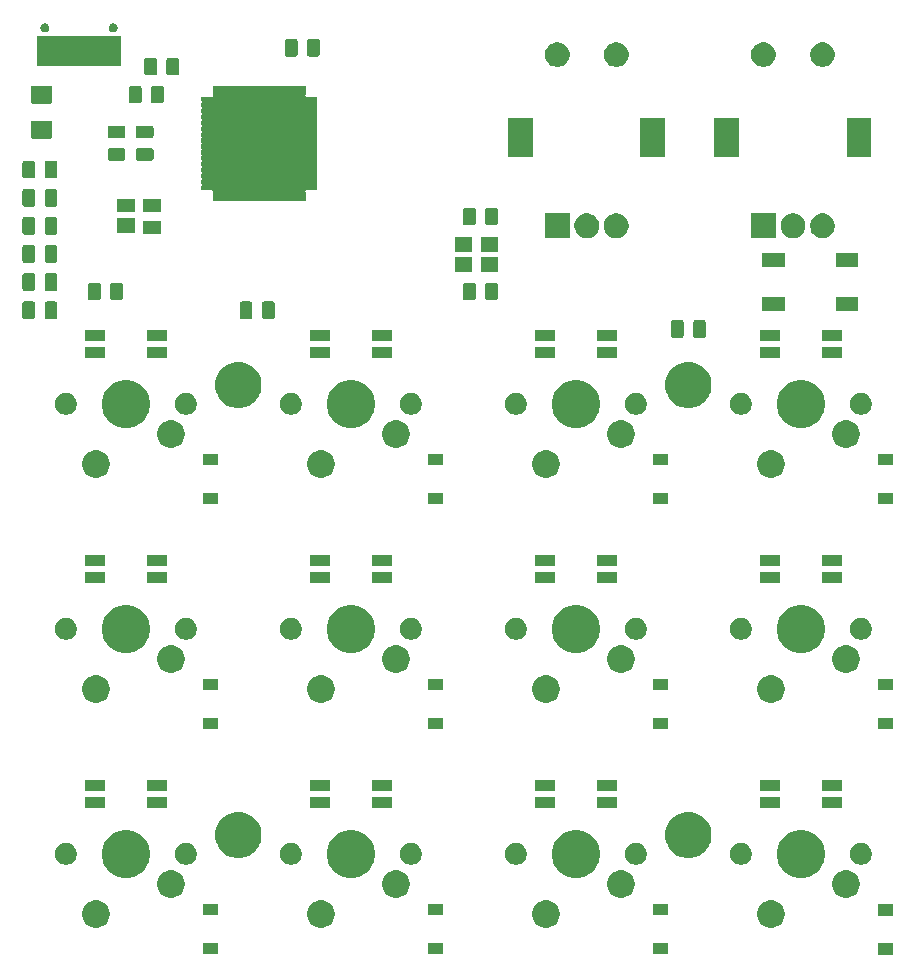
<source format=gbr>
%TF.GenerationSoftware,KiCad,Pcbnew,(5.1.4)-1*%
%TF.CreationDate,2024-03-23T03:19:33-07:00*%
%TF.ProjectId,macropad,6d616372-6f70-4616-942e-6b696361645f,rev?*%
%TF.SameCoordinates,Original*%
%TF.FileFunction,Soldermask,Bot*%
%TF.FilePolarity,Negative*%
%FSLAX46Y46*%
G04 Gerber Fmt 4.6, Leading zero omitted, Abs format (unit mm)*
G04 Created by KiCad (PCBNEW (5.1.4)-1) date 2024-03-23 03:19:33*
%MOMM*%
%LPD*%
G04 APERTURE LIST*
%ADD10C,0.100000*%
G04 APERTURE END LIST*
D10*
G36*
X134794750Y-138738500D02*
G01*
X133492750Y-138738500D01*
X133492750Y-137736500D01*
X134794750Y-137736500D01*
X134794750Y-138738500D01*
X134794750Y-138738500D01*
G37*
G36*
X115744750Y-138676000D02*
G01*
X114442750Y-138676000D01*
X114442750Y-137674000D01*
X115744750Y-137674000D01*
X115744750Y-138676000D01*
X115744750Y-138676000D01*
G37*
G36*
X77644750Y-138676000D02*
G01*
X76342750Y-138676000D01*
X76342750Y-137674000D01*
X77644750Y-137674000D01*
X77644750Y-138676000D01*
X77644750Y-138676000D01*
G37*
G36*
X96694750Y-138676000D02*
G01*
X95392750Y-138676000D01*
X95392750Y-137674000D01*
X96694750Y-137674000D01*
X96694750Y-138676000D01*
X96694750Y-138676000D01*
G37*
G36*
X67501560Y-134094064D02*
G01*
X67653027Y-134124193D01*
X67867045Y-134212842D01*
X67867046Y-134212843D01*
X68059654Y-134341539D01*
X68223461Y-134505346D01*
X68309258Y-134633751D01*
X68352158Y-134697955D01*
X68440807Y-134911973D01*
X68486000Y-135139174D01*
X68486000Y-135370826D01*
X68440807Y-135598027D01*
X68352158Y-135812045D01*
X68352157Y-135812046D01*
X68223461Y-136004654D01*
X68059654Y-136168461D01*
X67931249Y-136254258D01*
X67867045Y-136297158D01*
X67653027Y-136385807D01*
X67501560Y-136415936D01*
X67425827Y-136431000D01*
X67194173Y-136431000D01*
X67118440Y-136415936D01*
X66966973Y-136385807D01*
X66752955Y-136297158D01*
X66688751Y-136254258D01*
X66560346Y-136168461D01*
X66396539Y-136004654D01*
X66267843Y-135812046D01*
X66267842Y-135812045D01*
X66179193Y-135598027D01*
X66134000Y-135370826D01*
X66134000Y-135139174D01*
X66179193Y-134911973D01*
X66267842Y-134697955D01*
X66310742Y-134633751D01*
X66396539Y-134505346D01*
X66560346Y-134341539D01*
X66752954Y-134212843D01*
X66752955Y-134212842D01*
X66966973Y-134124193D01*
X67118440Y-134094064D01*
X67194173Y-134079000D01*
X67425827Y-134079000D01*
X67501560Y-134094064D01*
X67501560Y-134094064D01*
G37*
G36*
X124651560Y-134094064D02*
G01*
X124803027Y-134124193D01*
X125017045Y-134212842D01*
X125017046Y-134212843D01*
X125209654Y-134341539D01*
X125373461Y-134505346D01*
X125459258Y-134633751D01*
X125502158Y-134697955D01*
X125590807Y-134911973D01*
X125636000Y-135139174D01*
X125636000Y-135370826D01*
X125590807Y-135598027D01*
X125502158Y-135812045D01*
X125502157Y-135812046D01*
X125373461Y-136004654D01*
X125209654Y-136168461D01*
X125081249Y-136254258D01*
X125017045Y-136297158D01*
X124803027Y-136385807D01*
X124651560Y-136415936D01*
X124575827Y-136431000D01*
X124344173Y-136431000D01*
X124268440Y-136415936D01*
X124116973Y-136385807D01*
X123902955Y-136297158D01*
X123838751Y-136254258D01*
X123710346Y-136168461D01*
X123546539Y-136004654D01*
X123417843Y-135812046D01*
X123417842Y-135812045D01*
X123329193Y-135598027D01*
X123284000Y-135370826D01*
X123284000Y-135139174D01*
X123329193Y-134911973D01*
X123417842Y-134697955D01*
X123460742Y-134633751D01*
X123546539Y-134505346D01*
X123710346Y-134341539D01*
X123902954Y-134212843D01*
X123902955Y-134212842D01*
X124116973Y-134124193D01*
X124268440Y-134094064D01*
X124344173Y-134079000D01*
X124575827Y-134079000D01*
X124651560Y-134094064D01*
X124651560Y-134094064D01*
G37*
G36*
X105601560Y-134094064D02*
G01*
X105753027Y-134124193D01*
X105967045Y-134212842D01*
X105967046Y-134212843D01*
X106159654Y-134341539D01*
X106323461Y-134505346D01*
X106409258Y-134633751D01*
X106452158Y-134697955D01*
X106540807Y-134911973D01*
X106586000Y-135139174D01*
X106586000Y-135370826D01*
X106540807Y-135598027D01*
X106452158Y-135812045D01*
X106452157Y-135812046D01*
X106323461Y-136004654D01*
X106159654Y-136168461D01*
X106031249Y-136254258D01*
X105967045Y-136297158D01*
X105753027Y-136385807D01*
X105601560Y-136415936D01*
X105525827Y-136431000D01*
X105294173Y-136431000D01*
X105218440Y-136415936D01*
X105066973Y-136385807D01*
X104852955Y-136297158D01*
X104788751Y-136254258D01*
X104660346Y-136168461D01*
X104496539Y-136004654D01*
X104367843Y-135812046D01*
X104367842Y-135812045D01*
X104279193Y-135598027D01*
X104234000Y-135370826D01*
X104234000Y-135139174D01*
X104279193Y-134911973D01*
X104367842Y-134697955D01*
X104410742Y-134633751D01*
X104496539Y-134505346D01*
X104660346Y-134341539D01*
X104852954Y-134212843D01*
X104852955Y-134212842D01*
X105066973Y-134124193D01*
X105218440Y-134094064D01*
X105294173Y-134079000D01*
X105525827Y-134079000D01*
X105601560Y-134094064D01*
X105601560Y-134094064D01*
G37*
G36*
X86551560Y-134094064D02*
G01*
X86703027Y-134124193D01*
X86917045Y-134212842D01*
X86917046Y-134212843D01*
X87109654Y-134341539D01*
X87273461Y-134505346D01*
X87359258Y-134633751D01*
X87402158Y-134697955D01*
X87490807Y-134911973D01*
X87536000Y-135139174D01*
X87536000Y-135370826D01*
X87490807Y-135598027D01*
X87402158Y-135812045D01*
X87402157Y-135812046D01*
X87273461Y-136004654D01*
X87109654Y-136168461D01*
X86981249Y-136254258D01*
X86917045Y-136297158D01*
X86703027Y-136385807D01*
X86551560Y-136415936D01*
X86475827Y-136431000D01*
X86244173Y-136431000D01*
X86168440Y-136415936D01*
X86016973Y-136385807D01*
X85802955Y-136297158D01*
X85738751Y-136254258D01*
X85610346Y-136168461D01*
X85446539Y-136004654D01*
X85317843Y-135812046D01*
X85317842Y-135812045D01*
X85229193Y-135598027D01*
X85184000Y-135370826D01*
X85184000Y-135139174D01*
X85229193Y-134911973D01*
X85317842Y-134697955D01*
X85360742Y-134633751D01*
X85446539Y-134505346D01*
X85610346Y-134341539D01*
X85802954Y-134212843D01*
X85802955Y-134212842D01*
X86016973Y-134124193D01*
X86168440Y-134094064D01*
X86244173Y-134079000D01*
X86475827Y-134079000D01*
X86551560Y-134094064D01*
X86551560Y-134094064D01*
G37*
G36*
X134794750Y-135438500D02*
G01*
X133492750Y-135438500D01*
X133492750Y-134436500D01*
X134794750Y-134436500D01*
X134794750Y-135438500D01*
X134794750Y-135438500D01*
G37*
G36*
X77644750Y-135376000D02*
G01*
X76342750Y-135376000D01*
X76342750Y-134374000D01*
X77644750Y-134374000D01*
X77644750Y-135376000D01*
X77644750Y-135376000D01*
G37*
G36*
X96694750Y-135376000D02*
G01*
X95392750Y-135376000D01*
X95392750Y-134374000D01*
X96694750Y-134374000D01*
X96694750Y-135376000D01*
X96694750Y-135376000D01*
G37*
G36*
X115744750Y-135376000D02*
G01*
X114442750Y-135376000D01*
X114442750Y-134374000D01*
X115744750Y-134374000D01*
X115744750Y-135376000D01*
X115744750Y-135376000D01*
G37*
G36*
X73851560Y-131554064D02*
G01*
X74003027Y-131584193D01*
X74217045Y-131672842D01*
X74217046Y-131672843D01*
X74409654Y-131801539D01*
X74573461Y-131965346D01*
X74588041Y-131987167D01*
X74702158Y-132157955D01*
X74790807Y-132371973D01*
X74836000Y-132599174D01*
X74836000Y-132830826D01*
X74790807Y-133058027D01*
X74702158Y-133272045D01*
X74702157Y-133272046D01*
X74573461Y-133464654D01*
X74409654Y-133628461D01*
X74281249Y-133714258D01*
X74217045Y-133757158D01*
X74003027Y-133845807D01*
X73851560Y-133875936D01*
X73775827Y-133891000D01*
X73544173Y-133891000D01*
X73468440Y-133875936D01*
X73316973Y-133845807D01*
X73102955Y-133757158D01*
X73038751Y-133714258D01*
X72910346Y-133628461D01*
X72746539Y-133464654D01*
X72617843Y-133272046D01*
X72617842Y-133272045D01*
X72529193Y-133058027D01*
X72484000Y-132830826D01*
X72484000Y-132599174D01*
X72529193Y-132371973D01*
X72617842Y-132157955D01*
X72731959Y-131987167D01*
X72746539Y-131965346D01*
X72910346Y-131801539D01*
X73102954Y-131672843D01*
X73102955Y-131672842D01*
X73316973Y-131584193D01*
X73468440Y-131554064D01*
X73544173Y-131539000D01*
X73775827Y-131539000D01*
X73851560Y-131554064D01*
X73851560Y-131554064D01*
G37*
G36*
X131001560Y-131554064D02*
G01*
X131153027Y-131584193D01*
X131367045Y-131672842D01*
X131367046Y-131672843D01*
X131559654Y-131801539D01*
X131723461Y-131965346D01*
X131738041Y-131987167D01*
X131852158Y-132157955D01*
X131940807Y-132371973D01*
X131986000Y-132599174D01*
X131986000Y-132830826D01*
X131940807Y-133058027D01*
X131852158Y-133272045D01*
X131852157Y-133272046D01*
X131723461Y-133464654D01*
X131559654Y-133628461D01*
X131431249Y-133714258D01*
X131367045Y-133757158D01*
X131153027Y-133845807D01*
X131001560Y-133875936D01*
X130925827Y-133891000D01*
X130694173Y-133891000D01*
X130618440Y-133875936D01*
X130466973Y-133845807D01*
X130252955Y-133757158D01*
X130188751Y-133714258D01*
X130060346Y-133628461D01*
X129896539Y-133464654D01*
X129767843Y-133272046D01*
X129767842Y-133272045D01*
X129679193Y-133058027D01*
X129634000Y-132830826D01*
X129634000Y-132599174D01*
X129679193Y-132371973D01*
X129767842Y-132157955D01*
X129881959Y-131987167D01*
X129896539Y-131965346D01*
X130060346Y-131801539D01*
X130252954Y-131672843D01*
X130252955Y-131672842D01*
X130466973Y-131584193D01*
X130618440Y-131554064D01*
X130694173Y-131539000D01*
X130925827Y-131539000D01*
X131001560Y-131554064D01*
X131001560Y-131554064D01*
G37*
G36*
X111951560Y-131554064D02*
G01*
X112103027Y-131584193D01*
X112317045Y-131672842D01*
X112317046Y-131672843D01*
X112509654Y-131801539D01*
X112673461Y-131965346D01*
X112688041Y-131987167D01*
X112802158Y-132157955D01*
X112890807Y-132371973D01*
X112936000Y-132599174D01*
X112936000Y-132830826D01*
X112890807Y-133058027D01*
X112802158Y-133272045D01*
X112802157Y-133272046D01*
X112673461Y-133464654D01*
X112509654Y-133628461D01*
X112381249Y-133714258D01*
X112317045Y-133757158D01*
X112103027Y-133845807D01*
X111951560Y-133875936D01*
X111875827Y-133891000D01*
X111644173Y-133891000D01*
X111568440Y-133875936D01*
X111416973Y-133845807D01*
X111202955Y-133757158D01*
X111138751Y-133714258D01*
X111010346Y-133628461D01*
X110846539Y-133464654D01*
X110717843Y-133272046D01*
X110717842Y-133272045D01*
X110629193Y-133058027D01*
X110584000Y-132830826D01*
X110584000Y-132599174D01*
X110629193Y-132371973D01*
X110717842Y-132157955D01*
X110831959Y-131987167D01*
X110846539Y-131965346D01*
X111010346Y-131801539D01*
X111202954Y-131672843D01*
X111202955Y-131672842D01*
X111416973Y-131584193D01*
X111568440Y-131554064D01*
X111644173Y-131539000D01*
X111875827Y-131539000D01*
X111951560Y-131554064D01*
X111951560Y-131554064D01*
G37*
G36*
X92901560Y-131554064D02*
G01*
X93053027Y-131584193D01*
X93267045Y-131672842D01*
X93267046Y-131672843D01*
X93459654Y-131801539D01*
X93623461Y-131965346D01*
X93638041Y-131987167D01*
X93752158Y-132157955D01*
X93840807Y-132371973D01*
X93886000Y-132599174D01*
X93886000Y-132830826D01*
X93840807Y-133058027D01*
X93752158Y-133272045D01*
X93752157Y-133272046D01*
X93623461Y-133464654D01*
X93459654Y-133628461D01*
X93331249Y-133714258D01*
X93267045Y-133757158D01*
X93053027Y-133845807D01*
X92901560Y-133875936D01*
X92825827Y-133891000D01*
X92594173Y-133891000D01*
X92518440Y-133875936D01*
X92366973Y-133845807D01*
X92152955Y-133757158D01*
X92088751Y-133714258D01*
X91960346Y-133628461D01*
X91796539Y-133464654D01*
X91667843Y-133272046D01*
X91667842Y-133272045D01*
X91579193Y-133058027D01*
X91534000Y-132830826D01*
X91534000Y-132599174D01*
X91579193Y-132371973D01*
X91667842Y-132157955D01*
X91781959Y-131987167D01*
X91796539Y-131965346D01*
X91960346Y-131801539D01*
X92152954Y-131672843D01*
X92152955Y-131672842D01*
X92366973Y-131584193D01*
X92518440Y-131554064D01*
X92594173Y-131539000D01*
X92825827Y-131539000D01*
X92901560Y-131554064D01*
X92901560Y-131554064D01*
G37*
G36*
X70446474Y-128208684D02*
G01*
X70664474Y-128298983D01*
X70818623Y-128362833D01*
X71153548Y-128586623D01*
X71438377Y-128871452D01*
X71662167Y-129206377D01*
X71694562Y-129284586D01*
X71816316Y-129578526D01*
X71894900Y-129973594D01*
X71894900Y-130376406D01*
X71816316Y-130771474D01*
X71765451Y-130894272D01*
X71662167Y-131143623D01*
X71438377Y-131478548D01*
X71153548Y-131763377D01*
X70818623Y-131987167D01*
X70664474Y-132051017D01*
X70446474Y-132141316D01*
X70051406Y-132219900D01*
X69648594Y-132219900D01*
X69253526Y-132141316D01*
X69035526Y-132051017D01*
X68881377Y-131987167D01*
X68546452Y-131763377D01*
X68261623Y-131478548D01*
X68037833Y-131143623D01*
X67934549Y-130894272D01*
X67883684Y-130771474D01*
X67805100Y-130376406D01*
X67805100Y-129973594D01*
X67883684Y-129578526D01*
X68005438Y-129284586D01*
X68037833Y-129206377D01*
X68261623Y-128871452D01*
X68546452Y-128586623D01*
X68881377Y-128362833D01*
X69035526Y-128298983D01*
X69253526Y-128208684D01*
X69648594Y-128130100D01*
X70051406Y-128130100D01*
X70446474Y-128208684D01*
X70446474Y-128208684D01*
G37*
G36*
X108546474Y-128208684D02*
G01*
X108764474Y-128298983D01*
X108918623Y-128362833D01*
X109253548Y-128586623D01*
X109538377Y-128871452D01*
X109762167Y-129206377D01*
X109794562Y-129284586D01*
X109916316Y-129578526D01*
X109994900Y-129973594D01*
X109994900Y-130376406D01*
X109916316Y-130771474D01*
X109865451Y-130894272D01*
X109762167Y-131143623D01*
X109538377Y-131478548D01*
X109253548Y-131763377D01*
X108918623Y-131987167D01*
X108764474Y-132051017D01*
X108546474Y-132141316D01*
X108151406Y-132219900D01*
X107748594Y-132219900D01*
X107353526Y-132141316D01*
X107135526Y-132051017D01*
X106981377Y-131987167D01*
X106646452Y-131763377D01*
X106361623Y-131478548D01*
X106137833Y-131143623D01*
X106034549Y-130894272D01*
X105983684Y-130771474D01*
X105905100Y-130376406D01*
X105905100Y-129973594D01*
X105983684Y-129578526D01*
X106105438Y-129284586D01*
X106137833Y-129206377D01*
X106361623Y-128871452D01*
X106646452Y-128586623D01*
X106981377Y-128362833D01*
X107135526Y-128298983D01*
X107353526Y-128208684D01*
X107748594Y-128130100D01*
X108151406Y-128130100D01*
X108546474Y-128208684D01*
X108546474Y-128208684D01*
G37*
G36*
X127596474Y-128208684D02*
G01*
X127814474Y-128298983D01*
X127968623Y-128362833D01*
X128303548Y-128586623D01*
X128588377Y-128871452D01*
X128812167Y-129206377D01*
X128844562Y-129284586D01*
X128966316Y-129578526D01*
X129044900Y-129973594D01*
X129044900Y-130376406D01*
X128966316Y-130771474D01*
X128915451Y-130894272D01*
X128812167Y-131143623D01*
X128588377Y-131478548D01*
X128303548Y-131763377D01*
X127968623Y-131987167D01*
X127814474Y-132051017D01*
X127596474Y-132141316D01*
X127201406Y-132219900D01*
X126798594Y-132219900D01*
X126403526Y-132141316D01*
X126185526Y-132051017D01*
X126031377Y-131987167D01*
X125696452Y-131763377D01*
X125411623Y-131478548D01*
X125187833Y-131143623D01*
X125084549Y-130894272D01*
X125033684Y-130771474D01*
X124955100Y-130376406D01*
X124955100Y-129973594D01*
X125033684Y-129578526D01*
X125155438Y-129284586D01*
X125187833Y-129206377D01*
X125411623Y-128871452D01*
X125696452Y-128586623D01*
X126031377Y-128362833D01*
X126185526Y-128298983D01*
X126403526Y-128208684D01*
X126798594Y-128130100D01*
X127201406Y-128130100D01*
X127596474Y-128208684D01*
X127596474Y-128208684D01*
G37*
G36*
X89496474Y-128208684D02*
G01*
X89714474Y-128298983D01*
X89868623Y-128362833D01*
X90203548Y-128586623D01*
X90488377Y-128871452D01*
X90712167Y-129206377D01*
X90744562Y-129284586D01*
X90866316Y-129578526D01*
X90944900Y-129973594D01*
X90944900Y-130376406D01*
X90866316Y-130771474D01*
X90815451Y-130894272D01*
X90712167Y-131143623D01*
X90488377Y-131478548D01*
X90203548Y-131763377D01*
X89868623Y-131987167D01*
X89714474Y-132051017D01*
X89496474Y-132141316D01*
X89101406Y-132219900D01*
X88698594Y-132219900D01*
X88303526Y-132141316D01*
X88085526Y-132051017D01*
X87931377Y-131987167D01*
X87596452Y-131763377D01*
X87311623Y-131478548D01*
X87087833Y-131143623D01*
X86984549Y-130894272D01*
X86933684Y-130771474D01*
X86855100Y-130376406D01*
X86855100Y-129973594D01*
X86933684Y-129578526D01*
X87055438Y-129284586D01*
X87087833Y-129206377D01*
X87311623Y-128871452D01*
X87596452Y-128586623D01*
X87931377Y-128362833D01*
X88085526Y-128298983D01*
X88303526Y-128208684D01*
X88698594Y-128130100D01*
X89101406Y-128130100D01*
X89496474Y-128208684D01*
X89496474Y-128208684D01*
G37*
G36*
X103140104Y-129284585D02*
G01*
X103308626Y-129354389D01*
X103460291Y-129455728D01*
X103589272Y-129584709D01*
X103690611Y-129736374D01*
X103760415Y-129904896D01*
X103796000Y-130083797D01*
X103796000Y-130266203D01*
X103760415Y-130445104D01*
X103690611Y-130613626D01*
X103589272Y-130765291D01*
X103460291Y-130894272D01*
X103308626Y-130995611D01*
X103140104Y-131065415D01*
X102961203Y-131101000D01*
X102778797Y-131101000D01*
X102599896Y-131065415D01*
X102431374Y-130995611D01*
X102279709Y-130894272D01*
X102150728Y-130765291D01*
X102049389Y-130613626D01*
X101979585Y-130445104D01*
X101944000Y-130266203D01*
X101944000Y-130083797D01*
X101979585Y-129904896D01*
X102049389Y-129736374D01*
X102150728Y-129584709D01*
X102279709Y-129455728D01*
X102431374Y-129354389D01*
X102599896Y-129284585D01*
X102778797Y-129249000D01*
X102961203Y-129249000D01*
X103140104Y-129284585D01*
X103140104Y-129284585D01*
G37*
G36*
X75200104Y-129284585D02*
G01*
X75368626Y-129354389D01*
X75520291Y-129455728D01*
X75649272Y-129584709D01*
X75750611Y-129736374D01*
X75820415Y-129904896D01*
X75856000Y-130083797D01*
X75856000Y-130266203D01*
X75820415Y-130445104D01*
X75750611Y-130613626D01*
X75649272Y-130765291D01*
X75520291Y-130894272D01*
X75368626Y-130995611D01*
X75200104Y-131065415D01*
X75021203Y-131101000D01*
X74838797Y-131101000D01*
X74659896Y-131065415D01*
X74491374Y-130995611D01*
X74339709Y-130894272D01*
X74210728Y-130765291D01*
X74109389Y-130613626D01*
X74039585Y-130445104D01*
X74004000Y-130266203D01*
X74004000Y-130083797D01*
X74039585Y-129904896D01*
X74109389Y-129736374D01*
X74210728Y-129584709D01*
X74339709Y-129455728D01*
X74491374Y-129354389D01*
X74659896Y-129284585D01*
X74838797Y-129249000D01*
X75021203Y-129249000D01*
X75200104Y-129284585D01*
X75200104Y-129284585D01*
G37*
G36*
X65040104Y-129284585D02*
G01*
X65208626Y-129354389D01*
X65360291Y-129455728D01*
X65489272Y-129584709D01*
X65590611Y-129736374D01*
X65660415Y-129904896D01*
X65696000Y-130083797D01*
X65696000Y-130266203D01*
X65660415Y-130445104D01*
X65590611Y-130613626D01*
X65489272Y-130765291D01*
X65360291Y-130894272D01*
X65208626Y-130995611D01*
X65040104Y-131065415D01*
X64861203Y-131101000D01*
X64678797Y-131101000D01*
X64499896Y-131065415D01*
X64331374Y-130995611D01*
X64179709Y-130894272D01*
X64050728Y-130765291D01*
X63949389Y-130613626D01*
X63879585Y-130445104D01*
X63844000Y-130266203D01*
X63844000Y-130083797D01*
X63879585Y-129904896D01*
X63949389Y-129736374D01*
X64050728Y-129584709D01*
X64179709Y-129455728D01*
X64331374Y-129354389D01*
X64499896Y-129284585D01*
X64678797Y-129249000D01*
X64861203Y-129249000D01*
X65040104Y-129284585D01*
X65040104Y-129284585D01*
G37*
G36*
X84090104Y-129284585D02*
G01*
X84258626Y-129354389D01*
X84410291Y-129455728D01*
X84539272Y-129584709D01*
X84640611Y-129736374D01*
X84710415Y-129904896D01*
X84746000Y-130083797D01*
X84746000Y-130266203D01*
X84710415Y-130445104D01*
X84640611Y-130613626D01*
X84539272Y-130765291D01*
X84410291Y-130894272D01*
X84258626Y-130995611D01*
X84090104Y-131065415D01*
X83911203Y-131101000D01*
X83728797Y-131101000D01*
X83549896Y-131065415D01*
X83381374Y-130995611D01*
X83229709Y-130894272D01*
X83100728Y-130765291D01*
X82999389Y-130613626D01*
X82929585Y-130445104D01*
X82894000Y-130266203D01*
X82894000Y-130083797D01*
X82929585Y-129904896D01*
X82999389Y-129736374D01*
X83100728Y-129584709D01*
X83229709Y-129455728D01*
X83381374Y-129354389D01*
X83549896Y-129284585D01*
X83728797Y-129249000D01*
X83911203Y-129249000D01*
X84090104Y-129284585D01*
X84090104Y-129284585D01*
G37*
G36*
X94250104Y-129284585D02*
G01*
X94418626Y-129354389D01*
X94570291Y-129455728D01*
X94699272Y-129584709D01*
X94800611Y-129736374D01*
X94870415Y-129904896D01*
X94906000Y-130083797D01*
X94906000Y-130266203D01*
X94870415Y-130445104D01*
X94800611Y-130613626D01*
X94699272Y-130765291D01*
X94570291Y-130894272D01*
X94418626Y-130995611D01*
X94250104Y-131065415D01*
X94071203Y-131101000D01*
X93888797Y-131101000D01*
X93709896Y-131065415D01*
X93541374Y-130995611D01*
X93389709Y-130894272D01*
X93260728Y-130765291D01*
X93159389Y-130613626D01*
X93089585Y-130445104D01*
X93054000Y-130266203D01*
X93054000Y-130083797D01*
X93089585Y-129904896D01*
X93159389Y-129736374D01*
X93260728Y-129584709D01*
X93389709Y-129455728D01*
X93541374Y-129354389D01*
X93709896Y-129284585D01*
X93888797Y-129249000D01*
X94071203Y-129249000D01*
X94250104Y-129284585D01*
X94250104Y-129284585D01*
G37*
G36*
X113300104Y-129284585D02*
G01*
X113468626Y-129354389D01*
X113620291Y-129455728D01*
X113749272Y-129584709D01*
X113850611Y-129736374D01*
X113920415Y-129904896D01*
X113956000Y-130083797D01*
X113956000Y-130266203D01*
X113920415Y-130445104D01*
X113850611Y-130613626D01*
X113749272Y-130765291D01*
X113620291Y-130894272D01*
X113468626Y-130995611D01*
X113300104Y-131065415D01*
X113121203Y-131101000D01*
X112938797Y-131101000D01*
X112759896Y-131065415D01*
X112591374Y-130995611D01*
X112439709Y-130894272D01*
X112310728Y-130765291D01*
X112209389Y-130613626D01*
X112139585Y-130445104D01*
X112104000Y-130266203D01*
X112104000Y-130083797D01*
X112139585Y-129904896D01*
X112209389Y-129736374D01*
X112310728Y-129584709D01*
X112439709Y-129455728D01*
X112591374Y-129354389D01*
X112759896Y-129284585D01*
X112938797Y-129249000D01*
X113121203Y-129249000D01*
X113300104Y-129284585D01*
X113300104Y-129284585D01*
G37*
G36*
X122190104Y-129284585D02*
G01*
X122358626Y-129354389D01*
X122510291Y-129455728D01*
X122639272Y-129584709D01*
X122740611Y-129736374D01*
X122810415Y-129904896D01*
X122846000Y-130083797D01*
X122846000Y-130266203D01*
X122810415Y-130445104D01*
X122740611Y-130613626D01*
X122639272Y-130765291D01*
X122510291Y-130894272D01*
X122358626Y-130995611D01*
X122190104Y-131065415D01*
X122011203Y-131101000D01*
X121828797Y-131101000D01*
X121649896Y-131065415D01*
X121481374Y-130995611D01*
X121329709Y-130894272D01*
X121200728Y-130765291D01*
X121099389Y-130613626D01*
X121029585Y-130445104D01*
X120994000Y-130266203D01*
X120994000Y-130083797D01*
X121029585Y-129904896D01*
X121099389Y-129736374D01*
X121200728Y-129584709D01*
X121329709Y-129455728D01*
X121481374Y-129354389D01*
X121649896Y-129284585D01*
X121828797Y-129249000D01*
X122011203Y-129249000D01*
X122190104Y-129284585D01*
X122190104Y-129284585D01*
G37*
G36*
X132350104Y-129284585D02*
G01*
X132518626Y-129354389D01*
X132670291Y-129455728D01*
X132799272Y-129584709D01*
X132900611Y-129736374D01*
X132970415Y-129904896D01*
X133006000Y-130083797D01*
X133006000Y-130266203D01*
X132970415Y-130445104D01*
X132900611Y-130613626D01*
X132799272Y-130765291D01*
X132670291Y-130894272D01*
X132518626Y-130995611D01*
X132350104Y-131065415D01*
X132171203Y-131101000D01*
X131988797Y-131101000D01*
X131809896Y-131065415D01*
X131641374Y-130995611D01*
X131489709Y-130894272D01*
X131360728Y-130765291D01*
X131259389Y-130613626D01*
X131189585Y-130445104D01*
X131154000Y-130266203D01*
X131154000Y-130083797D01*
X131189585Y-129904896D01*
X131259389Y-129736374D01*
X131360728Y-129584709D01*
X131489709Y-129455728D01*
X131641374Y-129354389D01*
X131809896Y-129284585D01*
X131988797Y-129249000D01*
X132171203Y-129249000D01*
X132350104Y-129284585D01*
X132350104Y-129284585D01*
G37*
G36*
X118044085Y-126711475D02*
G01*
X118399143Y-126858545D01*
X118399145Y-126858546D01*
X118718690Y-127072059D01*
X118990441Y-127343810D01*
X119203954Y-127663355D01*
X119203955Y-127663357D01*
X119351025Y-128018415D01*
X119426000Y-128395342D01*
X119426000Y-128779658D01*
X119351025Y-129156585D01*
X119227116Y-129455728D01*
X119203954Y-129511645D01*
X118990441Y-129831190D01*
X118718690Y-130102941D01*
X118399145Y-130316454D01*
X118399144Y-130316455D01*
X118399143Y-130316455D01*
X118044085Y-130463525D01*
X117667158Y-130538500D01*
X117282842Y-130538500D01*
X116905915Y-130463525D01*
X116550857Y-130316455D01*
X116550856Y-130316455D01*
X116550855Y-130316454D01*
X116231310Y-130102941D01*
X115959559Y-129831190D01*
X115746046Y-129511645D01*
X115722884Y-129455728D01*
X115598975Y-129156585D01*
X115524000Y-128779658D01*
X115524000Y-128395342D01*
X115598975Y-128018415D01*
X115746045Y-127663357D01*
X115746046Y-127663355D01*
X115959559Y-127343810D01*
X116231310Y-127072059D01*
X116550855Y-126858546D01*
X116550857Y-126858545D01*
X116905915Y-126711475D01*
X117282842Y-126636500D01*
X117667158Y-126636500D01*
X118044085Y-126711475D01*
X118044085Y-126711475D01*
G37*
G36*
X79944085Y-126711475D02*
G01*
X80299143Y-126858545D01*
X80299145Y-126858546D01*
X80618690Y-127072059D01*
X80890441Y-127343810D01*
X81103954Y-127663355D01*
X81103955Y-127663357D01*
X81251025Y-128018415D01*
X81326000Y-128395342D01*
X81326000Y-128779658D01*
X81251025Y-129156585D01*
X81127116Y-129455728D01*
X81103954Y-129511645D01*
X80890441Y-129831190D01*
X80618690Y-130102941D01*
X80299145Y-130316454D01*
X80299144Y-130316455D01*
X80299143Y-130316455D01*
X79944085Y-130463525D01*
X79567158Y-130538500D01*
X79182842Y-130538500D01*
X78805915Y-130463525D01*
X78450857Y-130316455D01*
X78450856Y-130316455D01*
X78450855Y-130316454D01*
X78131310Y-130102941D01*
X77859559Y-129831190D01*
X77646046Y-129511645D01*
X77622884Y-129455728D01*
X77498975Y-129156585D01*
X77424000Y-128779658D01*
X77424000Y-128395342D01*
X77498975Y-128018415D01*
X77646045Y-127663357D01*
X77646046Y-127663355D01*
X77859559Y-127343810D01*
X78131310Y-127072059D01*
X78450855Y-126858546D01*
X78450857Y-126858545D01*
X78805915Y-126711475D01*
X79182842Y-126636500D01*
X79567158Y-126636500D01*
X79944085Y-126711475D01*
X79944085Y-126711475D01*
G37*
G36*
X73301000Y-126306001D02*
G01*
X71599000Y-126306001D01*
X71599000Y-125384001D01*
X73301000Y-125384001D01*
X73301000Y-126306001D01*
X73301000Y-126306001D01*
G37*
G36*
X68101000Y-126306001D02*
G01*
X66399000Y-126306001D01*
X66399000Y-125384001D01*
X68101000Y-125384001D01*
X68101000Y-126306001D01*
X68101000Y-126306001D01*
G37*
G36*
X111401000Y-126306001D02*
G01*
X109699000Y-126306001D01*
X109699000Y-125384001D01*
X111401000Y-125384001D01*
X111401000Y-126306001D01*
X111401000Y-126306001D01*
G37*
G36*
X106201000Y-126306001D02*
G01*
X104499000Y-126306001D01*
X104499000Y-125384001D01*
X106201000Y-125384001D01*
X106201000Y-126306001D01*
X106201000Y-126306001D01*
G37*
G36*
X130451000Y-126306001D02*
G01*
X128749000Y-126306001D01*
X128749000Y-125384001D01*
X130451000Y-125384001D01*
X130451000Y-126306001D01*
X130451000Y-126306001D01*
G37*
G36*
X125251000Y-126306001D02*
G01*
X123549000Y-126306001D01*
X123549000Y-125384001D01*
X125251000Y-125384001D01*
X125251000Y-126306001D01*
X125251000Y-126306001D01*
G37*
G36*
X87151000Y-126306001D02*
G01*
X85449000Y-126306001D01*
X85449000Y-125384001D01*
X87151000Y-125384001D01*
X87151000Y-126306001D01*
X87151000Y-126306001D01*
G37*
G36*
X92351000Y-126306001D02*
G01*
X90649000Y-126306001D01*
X90649000Y-125384001D01*
X92351000Y-125384001D01*
X92351000Y-126306001D01*
X92351000Y-126306001D01*
G37*
G36*
X87151000Y-124806001D02*
G01*
X85449000Y-124806001D01*
X85449000Y-123884001D01*
X87151000Y-123884001D01*
X87151000Y-124806001D01*
X87151000Y-124806001D01*
G37*
G36*
X73301000Y-124806001D02*
G01*
X71599000Y-124806001D01*
X71599000Y-123884001D01*
X73301000Y-123884001D01*
X73301000Y-124806001D01*
X73301000Y-124806001D01*
G37*
G36*
X68101000Y-124806001D02*
G01*
X66399000Y-124806001D01*
X66399000Y-123884001D01*
X68101000Y-123884001D01*
X68101000Y-124806001D01*
X68101000Y-124806001D01*
G37*
G36*
X111401000Y-124806001D02*
G01*
X109699000Y-124806001D01*
X109699000Y-123884001D01*
X111401000Y-123884001D01*
X111401000Y-124806001D01*
X111401000Y-124806001D01*
G37*
G36*
X106201000Y-124806001D02*
G01*
X104499000Y-124806001D01*
X104499000Y-123884001D01*
X106201000Y-123884001D01*
X106201000Y-124806001D01*
X106201000Y-124806001D01*
G37*
G36*
X130451000Y-124806001D02*
G01*
X128749000Y-124806001D01*
X128749000Y-123884001D01*
X130451000Y-123884001D01*
X130451000Y-124806001D01*
X130451000Y-124806001D01*
G37*
G36*
X125251000Y-124806001D02*
G01*
X123549000Y-124806001D01*
X123549000Y-123884001D01*
X125251000Y-123884001D01*
X125251000Y-124806001D01*
X125251000Y-124806001D01*
G37*
G36*
X92351000Y-124806001D02*
G01*
X90649000Y-124806001D01*
X90649000Y-123884001D01*
X92351000Y-123884001D01*
X92351000Y-124806001D01*
X92351000Y-124806001D01*
G37*
G36*
X77644750Y-119626000D02*
G01*
X76342750Y-119626000D01*
X76342750Y-118624000D01*
X77644750Y-118624000D01*
X77644750Y-119626000D01*
X77644750Y-119626000D01*
G37*
G36*
X115744750Y-119626000D02*
G01*
X114442750Y-119626000D01*
X114442750Y-118624000D01*
X115744750Y-118624000D01*
X115744750Y-119626000D01*
X115744750Y-119626000D01*
G37*
G36*
X134794750Y-119626000D02*
G01*
X133492750Y-119626000D01*
X133492750Y-118624000D01*
X134794750Y-118624000D01*
X134794750Y-119626000D01*
X134794750Y-119626000D01*
G37*
G36*
X96694750Y-119626000D02*
G01*
X95392750Y-119626000D01*
X95392750Y-118624000D01*
X96694750Y-118624000D01*
X96694750Y-119626000D01*
X96694750Y-119626000D01*
G37*
G36*
X124651560Y-115044064D02*
G01*
X124803027Y-115074193D01*
X125017045Y-115162842D01*
X125017046Y-115162843D01*
X125209654Y-115291539D01*
X125373461Y-115455346D01*
X125459258Y-115583751D01*
X125502158Y-115647955D01*
X125590807Y-115861973D01*
X125636000Y-116089174D01*
X125636000Y-116320826D01*
X125590807Y-116548027D01*
X125502158Y-116762045D01*
X125502157Y-116762046D01*
X125373461Y-116954654D01*
X125209654Y-117118461D01*
X125081249Y-117204258D01*
X125017045Y-117247158D01*
X124803027Y-117335807D01*
X124651560Y-117365936D01*
X124575827Y-117381000D01*
X124344173Y-117381000D01*
X124268440Y-117365936D01*
X124116973Y-117335807D01*
X123902955Y-117247158D01*
X123838751Y-117204258D01*
X123710346Y-117118461D01*
X123546539Y-116954654D01*
X123417843Y-116762046D01*
X123417842Y-116762045D01*
X123329193Y-116548027D01*
X123284000Y-116320826D01*
X123284000Y-116089174D01*
X123329193Y-115861973D01*
X123417842Y-115647955D01*
X123460742Y-115583751D01*
X123546539Y-115455346D01*
X123710346Y-115291539D01*
X123902954Y-115162843D01*
X123902955Y-115162842D01*
X124116973Y-115074193D01*
X124268440Y-115044064D01*
X124344173Y-115029000D01*
X124575827Y-115029000D01*
X124651560Y-115044064D01*
X124651560Y-115044064D01*
G37*
G36*
X105601560Y-115044064D02*
G01*
X105753027Y-115074193D01*
X105967045Y-115162842D01*
X105967046Y-115162843D01*
X106159654Y-115291539D01*
X106323461Y-115455346D01*
X106409258Y-115583751D01*
X106452158Y-115647955D01*
X106540807Y-115861973D01*
X106586000Y-116089174D01*
X106586000Y-116320826D01*
X106540807Y-116548027D01*
X106452158Y-116762045D01*
X106452157Y-116762046D01*
X106323461Y-116954654D01*
X106159654Y-117118461D01*
X106031249Y-117204258D01*
X105967045Y-117247158D01*
X105753027Y-117335807D01*
X105601560Y-117365936D01*
X105525827Y-117381000D01*
X105294173Y-117381000D01*
X105218440Y-117365936D01*
X105066973Y-117335807D01*
X104852955Y-117247158D01*
X104788751Y-117204258D01*
X104660346Y-117118461D01*
X104496539Y-116954654D01*
X104367843Y-116762046D01*
X104367842Y-116762045D01*
X104279193Y-116548027D01*
X104234000Y-116320826D01*
X104234000Y-116089174D01*
X104279193Y-115861973D01*
X104367842Y-115647955D01*
X104410742Y-115583751D01*
X104496539Y-115455346D01*
X104660346Y-115291539D01*
X104852954Y-115162843D01*
X104852955Y-115162842D01*
X105066973Y-115074193D01*
X105218440Y-115044064D01*
X105294173Y-115029000D01*
X105525827Y-115029000D01*
X105601560Y-115044064D01*
X105601560Y-115044064D01*
G37*
G36*
X86551560Y-115044064D02*
G01*
X86703027Y-115074193D01*
X86917045Y-115162842D01*
X86917046Y-115162843D01*
X87109654Y-115291539D01*
X87273461Y-115455346D01*
X87359258Y-115583751D01*
X87402158Y-115647955D01*
X87490807Y-115861973D01*
X87536000Y-116089174D01*
X87536000Y-116320826D01*
X87490807Y-116548027D01*
X87402158Y-116762045D01*
X87402157Y-116762046D01*
X87273461Y-116954654D01*
X87109654Y-117118461D01*
X86981249Y-117204258D01*
X86917045Y-117247158D01*
X86703027Y-117335807D01*
X86551560Y-117365936D01*
X86475827Y-117381000D01*
X86244173Y-117381000D01*
X86168440Y-117365936D01*
X86016973Y-117335807D01*
X85802955Y-117247158D01*
X85738751Y-117204258D01*
X85610346Y-117118461D01*
X85446539Y-116954654D01*
X85317843Y-116762046D01*
X85317842Y-116762045D01*
X85229193Y-116548027D01*
X85184000Y-116320826D01*
X85184000Y-116089174D01*
X85229193Y-115861973D01*
X85317842Y-115647955D01*
X85360742Y-115583751D01*
X85446539Y-115455346D01*
X85610346Y-115291539D01*
X85802954Y-115162843D01*
X85802955Y-115162842D01*
X86016973Y-115074193D01*
X86168440Y-115044064D01*
X86244173Y-115029000D01*
X86475827Y-115029000D01*
X86551560Y-115044064D01*
X86551560Y-115044064D01*
G37*
G36*
X67501560Y-115044064D02*
G01*
X67653027Y-115074193D01*
X67867045Y-115162842D01*
X67867046Y-115162843D01*
X68059654Y-115291539D01*
X68223461Y-115455346D01*
X68309258Y-115583751D01*
X68352158Y-115647955D01*
X68440807Y-115861973D01*
X68486000Y-116089174D01*
X68486000Y-116320826D01*
X68440807Y-116548027D01*
X68352158Y-116762045D01*
X68352157Y-116762046D01*
X68223461Y-116954654D01*
X68059654Y-117118461D01*
X67931249Y-117204258D01*
X67867045Y-117247158D01*
X67653027Y-117335807D01*
X67501560Y-117365936D01*
X67425827Y-117381000D01*
X67194173Y-117381000D01*
X67118440Y-117365936D01*
X66966973Y-117335807D01*
X66752955Y-117247158D01*
X66688751Y-117204258D01*
X66560346Y-117118461D01*
X66396539Y-116954654D01*
X66267843Y-116762046D01*
X66267842Y-116762045D01*
X66179193Y-116548027D01*
X66134000Y-116320826D01*
X66134000Y-116089174D01*
X66179193Y-115861973D01*
X66267842Y-115647955D01*
X66310742Y-115583751D01*
X66396539Y-115455346D01*
X66560346Y-115291539D01*
X66752954Y-115162843D01*
X66752955Y-115162842D01*
X66966973Y-115074193D01*
X67118440Y-115044064D01*
X67194173Y-115029000D01*
X67425827Y-115029000D01*
X67501560Y-115044064D01*
X67501560Y-115044064D01*
G37*
G36*
X134794750Y-116326000D02*
G01*
X133492750Y-116326000D01*
X133492750Y-115324000D01*
X134794750Y-115324000D01*
X134794750Y-116326000D01*
X134794750Y-116326000D01*
G37*
G36*
X115744750Y-116326000D02*
G01*
X114442750Y-116326000D01*
X114442750Y-115324000D01*
X115744750Y-115324000D01*
X115744750Y-116326000D01*
X115744750Y-116326000D01*
G37*
G36*
X96694750Y-116326000D02*
G01*
X95392750Y-116326000D01*
X95392750Y-115324000D01*
X96694750Y-115324000D01*
X96694750Y-116326000D01*
X96694750Y-116326000D01*
G37*
G36*
X77644750Y-116326000D02*
G01*
X76342750Y-116326000D01*
X76342750Y-115324000D01*
X77644750Y-115324000D01*
X77644750Y-116326000D01*
X77644750Y-116326000D01*
G37*
G36*
X73851560Y-112504064D02*
G01*
X74003027Y-112534193D01*
X74217045Y-112622842D01*
X74217046Y-112622843D01*
X74409654Y-112751539D01*
X74573461Y-112915346D01*
X74588041Y-112937167D01*
X74702158Y-113107955D01*
X74790807Y-113321973D01*
X74836000Y-113549174D01*
X74836000Y-113780826D01*
X74790807Y-114008027D01*
X74702158Y-114222045D01*
X74702157Y-114222046D01*
X74573461Y-114414654D01*
X74409654Y-114578461D01*
X74281249Y-114664258D01*
X74217045Y-114707158D01*
X74003027Y-114795807D01*
X73851560Y-114825936D01*
X73775827Y-114841000D01*
X73544173Y-114841000D01*
X73468440Y-114825936D01*
X73316973Y-114795807D01*
X73102955Y-114707158D01*
X73038751Y-114664258D01*
X72910346Y-114578461D01*
X72746539Y-114414654D01*
X72617843Y-114222046D01*
X72617842Y-114222045D01*
X72529193Y-114008027D01*
X72484000Y-113780826D01*
X72484000Y-113549174D01*
X72529193Y-113321973D01*
X72617842Y-113107955D01*
X72731959Y-112937167D01*
X72746539Y-112915346D01*
X72910346Y-112751539D01*
X73102954Y-112622843D01*
X73102955Y-112622842D01*
X73316973Y-112534193D01*
X73468440Y-112504064D01*
X73544173Y-112489000D01*
X73775827Y-112489000D01*
X73851560Y-112504064D01*
X73851560Y-112504064D01*
G37*
G36*
X92901560Y-112504064D02*
G01*
X93053027Y-112534193D01*
X93267045Y-112622842D01*
X93267046Y-112622843D01*
X93459654Y-112751539D01*
X93623461Y-112915346D01*
X93638041Y-112937167D01*
X93752158Y-113107955D01*
X93840807Y-113321973D01*
X93886000Y-113549174D01*
X93886000Y-113780826D01*
X93840807Y-114008027D01*
X93752158Y-114222045D01*
X93752157Y-114222046D01*
X93623461Y-114414654D01*
X93459654Y-114578461D01*
X93331249Y-114664258D01*
X93267045Y-114707158D01*
X93053027Y-114795807D01*
X92901560Y-114825936D01*
X92825827Y-114841000D01*
X92594173Y-114841000D01*
X92518440Y-114825936D01*
X92366973Y-114795807D01*
X92152955Y-114707158D01*
X92088751Y-114664258D01*
X91960346Y-114578461D01*
X91796539Y-114414654D01*
X91667843Y-114222046D01*
X91667842Y-114222045D01*
X91579193Y-114008027D01*
X91534000Y-113780826D01*
X91534000Y-113549174D01*
X91579193Y-113321973D01*
X91667842Y-113107955D01*
X91781959Y-112937167D01*
X91796539Y-112915346D01*
X91960346Y-112751539D01*
X92152954Y-112622843D01*
X92152955Y-112622842D01*
X92366973Y-112534193D01*
X92518440Y-112504064D01*
X92594173Y-112489000D01*
X92825827Y-112489000D01*
X92901560Y-112504064D01*
X92901560Y-112504064D01*
G37*
G36*
X131001560Y-112504064D02*
G01*
X131153027Y-112534193D01*
X131367045Y-112622842D01*
X131367046Y-112622843D01*
X131559654Y-112751539D01*
X131723461Y-112915346D01*
X131738041Y-112937167D01*
X131852158Y-113107955D01*
X131940807Y-113321973D01*
X131986000Y-113549174D01*
X131986000Y-113780826D01*
X131940807Y-114008027D01*
X131852158Y-114222045D01*
X131852157Y-114222046D01*
X131723461Y-114414654D01*
X131559654Y-114578461D01*
X131431249Y-114664258D01*
X131367045Y-114707158D01*
X131153027Y-114795807D01*
X131001560Y-114825936D01*
X130925827Y-114841000D01*
X130694173Y-114841000D01*
X130618440Y-114825936D01*
X130466973Y-114795807D01*
X130252955Y-114707158D01*
X130188751Y-114664258D01*
X130060346Y-114578461D01*
X129896539Y-114414654D01*
X129767843Y-114222046D01*
X129767842Y-114222045D01*
X129679193Y-114008027D01*
X129634000Y-113780826D01*
X129634000Y-113549174D01*
X129679193Y-113321973D01*
X129767842Y-113107955D01*
X129881959Y-112937167D01*
X129896539Y-112915346D01*
X130060346Y-112751539D01*
X130252954Y-112622843D01*
X130252955Y-112622842D01*
X130466973Y-112534193D01*
X130618440Y-112504064D01*
X130694173Y-112489000D01*
X130925827Y-112489000D01*
X131001560Y-112504064D01*
X131001560Y-112504064D01*
G37*
G36*
X111951560Y-112504064D02*
G01*
X112103027Y-112534193D01*
X112317045Y-112622842D01*
X112317046Y-112622843D01*
X112509654Y-112751539D01*
X112673461Y-112915346D01*
X112688041Y-112937167D01*
X112802158Y-113107955D01*
X112890807Y-113321973D01*
X112936000Y-113549174D01*
X112936000Y-113780826D01*
X112890807Y-114008027D01*
X112802158Y-114222045D01*
X112802157Y-114222046D01*
X112673461Y-114414654D01*
X112509654Y-114578461D01*
X112381249Y-114664258D01*
X112317045Y-114707158D01*
X112103027Y-114795807D01*
X111951560Y-114825936D01*
X111875827Y-114841000D01*
X111644173Y-114841000D01*
X111568440Y-114825936D01*
X111416973Y-114795807D01*
X111202955Y-114707158D01*
X111138751Y-114664258D01*
X111010346Y-114578461D01*
X110846539Y-114414654D01*
X110717843Y-114222046D01*
X110717842Y-114222045D01*
X110629193Y-114008027D01*
X110584000Y-113780826D01*
X110584000Y-113549174D01*
X110629193Y-113321973D01*
X110717842Y-113107955D01*
X110831959Y-112937167D01*
X110846539Y-112915346D01*
X111010346Y-112751539D01*
X111202954Y-112622843D01*
X111202955Y-112622842D01*
X111416973Y-112534193D01*
X111568440Y-112504064D01*
X111644173Y-112489000D01*
X111875827Y-112489000D01*
X111951560Y-112504064D01*
X111951560Y-112504064D01*
G37*
G36*
X89496474Y-109158684D02*
G01*
X89714474Y-109248983D01*
X89868623Y-109312833D01*
X90203548Y-109536623D01*
X90488377Y-109821452D01*
X90712167Y-110156377D01*
X90744562Y-110234586D01*
X90866316Y-110528526D01*
X90944900Y-110923594D01*
X90944900Y-111326406D01*
X90866316Y-111721474D01*
X90815451Y-111844272D01*
X90712167Y-112093623D01*
X90488377Y-112428548D01*
X90203548Y-112713377D01*
X89868623Y-112937167D01*
X89714474Y-113001017D01*
X89496474Y-113091316D01*
X89101406Y-113169900D01*
X88698594Y-113169900D01*
X88303526Y-113091316D01*
X88085526Y-113001017D01*
X87931377Y-112937167D01*
X87596452Y-112713377D01*
X87311623Y-112428548D01*
X87087833Y-112093623D01*
X86984549Y-111844272D01*
X86933684Y-111721474D01*
X86855100Y-111326406D01*
X86855100Y-110923594D01*
X86933684Y-110528526D01*
X87055438Y-110234586D01*
X87087833Y-110156377D01*
X87311623Y-109821452D01*
X87596452Y-109536623D01*
X87931377Y-109312833D01*
X88085526Y-109248983D01*
X88303526Y-109158684D01*
X88698594Y-109080100D01*
X89101406Y-109080100D01*
X89496474Y-109158684D01*
X89496474Y-109158684D01*
G37*
G36*
X70446474Y-109158684D02*
G01*
X70664474Y-109248983D01*
X70818623Y-109312833D01*
X71153548Y-109536623D01*
X71438377Y-109821452D01*
X71662167Y-110156377D01*
X71694562Y-110234586D01*
X71816316Y-110528526D01*
X71894900Y-110923594D01*
X71894900Y-111326406D01*
X71816316Y-111721474D01*
X71765451Y-111844272D01*
X71662167Y-112093623D01*
X71438377Y-112428548D01*
X71153548Y-112713377D01*
X70818623Y-112937167D01*
X70664474Y-113001017D01*
X70446474Y-113091316D01*
X70051406Y-113169900D01*
X69648594Y-113169900D01*
X69253526Y-113091316D01*
X69035526Y-113001017D01*
X68881377Y-112937167D01*
X68546452Y-112713377D01*
X68261623Y-112428548D01*
X68037833Y-112093623D01*
X67934549Y-111844272D01*
X67883684Y-111721474D01*
X67805100Y-111326406D01*
X67805100Y-110923594D01*
X67883684Y-110528526D01*
X68005438Y-110234586D01*
X68037833Y-110156377D01*
X68261623Y-109821452D01*
X68546452Y-109536623D01*
X68881377Y-109312833D01*
X69035526Y-109248983D01*
X69253526Y-109158684D01*
X69648594Y-109080100D01*
X70051406Y-109080100D01*
X70446474Y-109158684D01*
X70446474Y-109158684D01*
G37*
G36*
X108546474Y-109158684D02*
G01*
X108764474Y-109248983D01*
X108918623Y-109312833D01*
X109253548Y-109536623D01*
X109538377Y-109821452D01*
X109762167Y-110156377D01*
X109794562Y-110234586D01*
X109916316Y-110528526D01*
X109994900Y-110923594D01*
X109994900Y-111326406D01*
X109916316Y-111721474D01*
X109865451Y-111844272D01*
X109762167Y-112093623D01*
X109538377Y-112428548D01*
X109253548Y-112713377D01*
X108918623Y-112937167D01*
X108764474Y-113001017D01*
X108546474Y-113091316D01*
X108151406Y-113169900D01*
X107748594Y-113169900D01*
X107353526Y-113091316D01*
X107135526Y-113001017D01*
X106981377Y-112937167D01*
X106646452Y-112713377D01*
X106361623Y-112428548D01*
X106137833Y-112093623D01*
X106034549Y-111844272D01*
X105983684Y-111721474D01*
X105905100Y-111326406D01*
X105905100Y-110923594D01*
X105983684Y-110528526D01*
X106105438Y-110234586D01*
X106137833Y-110156377D01*
X106361623Y-109821452D01*
X106646452Y-109536623D01*
X106981377Y-109312833D01*
X107135526Y-109248983D01*
X107353526Y-109158684D01*
X107748594Y-109080100D01*
X108151406Y-109080100D01*
X108546474Y-109158684D01*
X108546474Y-109158684D01*
G37*
G36*
X127596474Y-109158684D02*
G01*
X127814474Y-109248983D01*
X127968623Y-109312833D01*
X128303548Y-109536623D01*
X128588377Y-109821452D01*
X128812167Y-110156377D01*
X128844562Y-110234586D01*
X128966316Y-110528526D01*
X129044900Y-110923594D01*
X129044900Y-111326406D01*
X128966316Y-111721474D01*
X128915451Y-111844272D01*
X128812167Y-112093623D01*
X128588377Y-112428548D01*
X128303548Y-112713377D01*
X127968623Y-112937167D01*
X127814474Y-113001017D01*
X127596474Y-113091316D01*
X127201406Y-113169900D01*
X126798594Y-113169900D01*
X126403526Y-113091316D01*
X126185526Y-113001017D01*
X126031377Y-112937167D01*
X125696452Y-112713377D01*
X125411623Y-112428548D01*
X125187833Y-112093623D01*
X125084549Y-111844272D01*
X125033684Y-111721474D01*
X124955100Y-111326406D01*
X124955100Y-110923594D01*
X125033684Y-110528526D01*
X125155438Y-110234586D01*
X125187833Y-110156377D01*
X125411623Y-109821452D01*
X125696452Y-109536623D01*
X126031377Y-109312833D01*
X126185526Y-109248983D01*
X126403526Y-109158684D01*
X126798594Y-109080100D01*
X127201406Y-109080100D01*
X127596474Y-109158684D01*
X127596474Y-109158684D01*
G37*
G36*
X122190104Y-110234585D02*
G01*
X122358626Y-110304389D01*
X122510291Y-110405728D01*
X122639272Y-110534709D01*
X122740611Y-110686374D01*
X122810415Y-110854896D01*
X122846000Y-111033797D01*
X122846000Y-111216203D01*
X122810415Y-111395104D01*
X122740611Y-111563626D01*
X122639272Y-111715291D01*
X122510291Y-111844272D01*
X122358626Y-111945611D01*
X122190104Y-112015415D01*
X122011203Y-112051000D01*
X121828797Y-112051000D01*
X121649896Y-112015415D01*
X121481374Y-111945611D01*
X121329709Y-111844272D01*
X121200728Y-111715291D01*
X121099389Y-111563626D01*
X121029585Y-111395104D01*
X120994000Y-111216203D01*
X120994000Y-111033797D01*
X121029585Y-110854896D01*
X121099389Y-110686374D01*
X121200728Y-110534709D01*
X121329709Y-110405728D01*
X121481374Y-110304389D01*
X121649896Y-110234585D01*
X121828797Y-110199000D01*
X122011203Y-110199000D01*
X122190104Y-110234585D01*
X122190104Y-110234585D01*
G37*
G36*
X113300104Y-110234585D02*
G01*
X113468626Y-110304389D01*
X113620291Y-110405728D01*
X113749272Y-110534709D01*
X113850611Y-110686374D01*
X113920415Y-110854896D01*
X113956000Y-111033797D01*
X113956000Y-111216203D01*
X113920415Y-111395104D01*
X113850611Y-111563626D01*
X113749272Y-111715291D01*
X113620291Y-111844272D01*
X113468626Y-111945611D01*
X113300104Y-112015415D01*
X113121203Y-112051000D01*
X112938797Y-112051000D01*
X112759896Y-112015415D01*
X112591374Y-111945611D01*
X112439709Y-111844272D01*
X112310728Y-111715291D01*
X112209389Y-111563626D01*
X112139585Y-111395104D01*
X112104000Y-111216203D01*
X112104000Y-111033797D01*
X112139585Y-110854896D01*
X112209389Y-110686374D01*
X112310728Y-110534709D01*
X112439709Y-110405728D01*
X112591374Y-110304389D01*
X112759896Y-110234585D01*
X112938797Y-110199000D01*
X113121203Y-110199000D01*
X113300104Y-110234585D01*
X113300104Y-110234585D01*
G37*
G36*
X132350104Y-110234585D02*
G01*
X132518626Y-110304389D01*
X132670291Y-110405728D01*
X132799272Y-110534709D01*
X132900611Y-110686374D01*
X132970415Y-110854896D01*
X133006000Y-111033797D01*
X133006000Y-111216203D01*
X132970415Y-111395104D01*
X132900611Y-111563626D01*
X132799272Y-111715291D01*
X132670291Y-111844272D01*
X132518626Y-111945611D01*
X132350104Y-112015415D01*
X132171203Y-112051000D01*
X131988797Y-112051000D01*
X131809896Y-112015415D01*
X131641374Y-111945611D01*
X131489709Y-111844272D01*
X131360728Y-111715291D01*
X131259389Y-111563626D01*
X131189585Y-111395104D01*
X131154000Y-111216203D01*
X131154000Y-111033797D01*
X131189585Y-110854896D01*
X131259389Y-110686374D01*
X131360728Y-110534709D01*
X131489709Y-110405728D01*
X131641374Y-110304389D01*
X131809896Y-110234585D01*
X131988797Y-110199000D01*
X132171203Y-110199000D01*
X132350104Y-110234585D01*
X132350104Y-110234585D01*
G37*
G36*
X103140104Y-110234585D02*
G01*
X103308626Y-110304389D01*
X103460291Y-110405728D01*
X103589272Y-110534709D01*
X103690611Y-110686374D01*
X103760415Y-110854896D01*
X103796000Y-111033797D01*
X103796000Y-111216203D01*
X103760415Y-111395104D01*
X103690611Y-111563626D01*
X103589272Y-111715291D01*
X103460291Y-111844272D01*
X103308626Y-111945611D01*
X103140104Y-112015415D01*
X102961203Y-112051000D01*
X102778797Y-112051000D01*
X102599896Y-112015415D01*
X102431374Y-111945611D01*
X102279709Y-111844272D01*
X102150728Y-111715291D01*
X102049389Y-111563626D01*
X101979585Y-111395104D01*
X101944000Y-111216203D01*
X101944000Y-111033797D01*
X101979585Y-110854896D01*
X102049389Y-110686374D01*
X102150728Y-110534709D01*
X102279709Y-110405728D01*
X102431374Y-110304389D01*
X102599896Y-110234585D01*
X102778797Y-110199000D01*
X102961203Y-110199000D01*
X103140104Y-110234585D01*
X103140104Y-110234585D01*
G37*
G36*
X65040104Y-110234585D02*
G01*
X65208626Y-110304389D01*
X65360291Y-110405728D01*
X65489272Y-110534709D01*
X65590611Y-110686374D01*
X65660415Y-110854896D01*
X65696000Y-111033797D01*
X65696000Y-111216203D01*
X65660415Y-111395104D01*
X65590611Y-111563626D01*
X65489272Y-111715291D01*
X65360291Y-111844272D01*
X65208626Y-111945611D01*
X65040104Y-112015415D01*
X64861203Y-112051000D01*
X64678797Y-112051000D01*
X64499896Y-112015415D01*
X64331374Y-111945611D01*
X64179709Y-111844272D01*
X64050728Y-111715291D01*
X63949389Y-111563626D01*
X63879585Y-111395104D01*
X63844000Y-111216203D01*
X63844000Y-111033797D01*
X63879585Y-110854896D01*
X63949389Y-110686374D01*
X64050728Y-110534709D01*
X64179709Y-110405728D01*
X64331374Y-110304389D01*
X64499896Y-110234585D01*
X64678797Y-110199000D01*
X64861203Y-110199000D01*
X65040104Y-110234585D01*
X65040104Y-110234585D01*
G37*
G36*
X94250104Y-110234585D02*
G01*
X94418626Y-110304389D01*
X94570291Y-110405728D01*
X94699272Y-110534709D01*
X94800611Y-110686374D01*
X94870415Y-110854896D01*
X94906000Y-111033797D01*
X94906000Y-111216203D01*
X94870415Y-111395104D01*
X94800611Y-111563626D01*
X94699272Y-111715291D01*
X94570291Y-111844272D01*
X94418626Y-111945611D01*
X94250104Y-112015415D01*
X94071203Y-112051000D01*
X93888797Y-112051000D01*
X93709896Y-112015415D01*
X93541374Y-111945611D01*
X93389709Y-111844272D01*
X93260728Y-111715291D01*
X93159389Y-111563626D01*
X93089585Y-111395104D01*
X93054000Y-111216203D01*
X93054000Y-111033797D01*
X93089585Y-110854896D01*
X93159389Y-110686374D01*
X93260728Y-110534709D01*
X93389709Y-110405728D01*
X93541374Y-110304389D01*
X93709896Y-110234585D01*
X93888797Y-110199000D01*
X94071203Y-110199000D01*
X94250104Y-110234585D01*
X94250104Y-110234585D01*
G37*
G36*
X84090104Y-110234585D02*
G01*
X84258626Y-110304389D01*
X84410291Y-110405728D01*
X84539272Y-110534709D01*
X84640611Y-110686374D01*
X84710415Y-110854896D01*
X84746000Y-111033797D01*
X84746000Y-111216203D01*
X84710415Y-111395104D01*
X84640611Y-111563626D01*
X84539272Y-111715291D01*
X84410291Y-111844272D01*
X84258626Y-111945611D01*
X84090104Y-112015415D01*
X83911203Y-112051000D01*
X83728797Y-112051000D01*
X83549896Y-112015415D01*
X83381374Y-111945611D01*
X83229709Y-111844272D01*
X83100728Y-111715291D01*
X82999389Y-111563626D01*
X82929585Y-111395104D01*
X82894000Y-111216203D01*
X82894000Y-111033797D01*
X82929585Y-110854896D01*
X82999389Y-110686374D01*
X83100728Y-110534709D01*
X83229709Y-110405728D01*
X83381374Y-110304389D01*
X83549896Y-110234585D01*
X83728797Y-110199000D01*
X83911203Y-110199000D01*
X84090104Y-110234585D01*
X84090104Y-110234585D01*
G37*
G36*
X75200104Y-110234585D02*
G01*
X75368626Y-110304389D01*
X75520291Y-110405728D01*
X75649272Y-110534709D01*
X75750611Y-110686374D01*
X75820415Y-110854896D01*
X75856000Y-111033797D01*
X75856000Y-111216203D01*
X75820415Y-111395104D01*
X75750611Y-111563626D01*
X75649272Y-111715291D01*
X75520291Y-111844272D01*
X75368626Y-111945611D01*
X75200104Y-112015415D01*
X75021203Y-112051000D01*
X74838797Y-112051000D01*
X74659896Y-112015415D01*
X74491374Y-111945611D01*
X74339709Y-111844272D01*
X74210728Y-111715291D01*
X74109389Y-111563626D01*
X74039585Y-111395104D01*
X74004000Y-111216203D01*
X74004000Y-111033797D01*
X74039585Y-110854896D01*
X74109389Y-110686374D01*
X74210728Y-110534709D01*
X74339709Y-110405728D01*
X74491374Y-110304389D01*
X74659896Y-110234585D01*
X74838797Y-110199000D01*
X75021203Y-110199000D01*
X75200104Y-110234585D01*
X75200104Y-110234585D01*
G37*
G36*
X73301000Y-107256001D02*
G01*
X71599000Y-107256001D01*
X71599000Y-106334001D01*
X73301000Y-106334001D01*
X73301000Y-107256001D01*
X73301000Y-107256001D01*
G37*
G36*
X92351000Y-107256001D02*
G01*
X90649000Y-107256001D01*
X90649000Y-106334001D01*
X92351000Y-106334001D01*
X92351000Y-107256001D01*
X92351000Y-107256001D01*
G37*
G36*
X68101000Y-107256001D02*
G01*
X66399000Y-107256001D01*
X66399000Y-106334001D01*
X68101000Y-106334001D01*
X68101000Y-107256001D01*
X68101000Y-107256001D01*
G37*
G36*
X125251000Y-107256001D02*
G01*
X123549000Y-107256001D01*
X123549000Y-106334001D01*
X125251000Y-106334001D01*
X125251000Y-107256001D01*
X125251000Y-107256001D01*
G37*
G36*
X130451000Y-107256001D02*
G01*
X128749000Y-107256001D01*
X128749000Y-106334001D01*
X130451000Y-106334001D01*
X130451000Y-107256001D01*
X130451000Y-107256001D01*
G37*
G36*
X106201000Y-107256001D02*
G01*
X104499000Y-107256001D01*
X104499000Y-106334001D01*
X106201000Y-106334001D01*
X106201000Y-107256001D01*
X106201000Y-107256001D01*
G37*
G36*
X111401000Y-107256001D02*
G01*
X109699000Y-107256001D01*
X109699000Y-106334001D01*
X111401000Y-106334001D01*
X111401000Y-107256001D01*
X111401000Y-107256001D01*
G37*
G36*
X87151000Y-107256001D02*
G01*
X85449000Y-107256001D01*
X85449000Y-106334001D01*
X87151000Y-106334001D01*
X87151000Y-107256001D01*
X87151000Y-107256001D01*
G37*
G36*
X106201000Y-105756001D02*
G01*
X104499000Y-105756001D01*
X104499000Y-104834001D01*
X106201000Y-104834001D01*
X106201000Y-105756001D01*
X106201000Y-105756001D01*
G37*
G36*
X92351000Y-105756001D02*
G01*
X90649000Y-105756001D01*
X90649000Y-104834001D01*
X92351000Y-104834001D01*
X92351000Y-105756001D01*
X92351000Y-105756001D01*
G37*
G36*
X73301000Y-105756001D02*
G01*
X71599000Y-105756001D01*
X71599000Y-104834001D01*
X73301000Y-104834001D01*
X73301000Y-105756001D01*
X73301000Y-105756001D01*
G37*
G36*
X68101000Y-105756001D02*
G01*
X66399000Y-105756001D01*
X66399000Y-104834001D01*
X68101000Y-104834001D01*
X68101000Y-105756001D01*
X68101000Y-105756001D01*
G37*
G36*
X111401000Y-105756001D02*
G01*
X109699000Y-105756001D01*
X109699000Y-104834001D01*
X111401000Y-104834001D01*
X111401000Y-105756001D01*
X111401000Y-105756001D01*
G37*
G36*
X125251000Y-105756001D02*
G01*
X123549000Y-105756001D01*
X123549000Y-104834001D01*
X125251000Y-104834001D01*
X125251000Y-105756001D01*
X125251000Y-105756001D01*
G37*
G36*
X130451000Y-105756001D02*
G01*
X128749000Y-105756001D01*
X128749000Y-104834001D01*
X130451000Y-104834001D01*
X130451000Y-105756001D01*
X130451000Y-105756001D01*
G37*
G36*
X87151000Y-105756001D02*
G01*
X85449000Y-105756001D01*
X85449000Y-104834001D01*
X87151000Y-104834001D01*
X87151000Y-105756001D01*
X87151000Y-105756001D01*
G37*
G36*
X115744750Y-100576000D02*
G01*
X114442750Y-100576000D01*
X114442750Y-99574000D01*
X115744750Y-99574000D01*
X115744750Y-100576000D01*
X115744750Y-100576000D01*
G37*
G36*
X77644750Y-100576000D02*
G01*
X76342750Y-100576000D01*
X76342750Y-99574000D01*
X77644750Y-99574000D01*
X77644750Y-100576000D01*
X77644750Y-100576000D01*
G37*
G36*
X96694750Y-100576000D02*
G01*
X95392750Y-100576000D01*
X95392750Y-99574000D01*
X96694750Y-99574000D01*
X96694750Y-100576000D01*
X96694750Y-100576000D01*
G37*
G36*
X134794750Y-100576000D02*
G01*
X133492750Y-100576000D01*
X133492750Y-99574000D01*
X134794750Y-99574000D01*
X134794750Y-100576000D01*
X134794750Y-100576000D01*
G37*
G36*
X124651560Y-95994064D02*
G01*
X124803027Y-96024193D01*
X125017045Y-96112842D01*
X125017046Y-96112843D01*
X125209654Y-96241539D01*
X125373461Y-96405346D01*
X125459258Y-96533751D01*
X125502158Y-96597955D01*
X125590807Y-96811973D01*
X125636000Y-97039174D01*
X125636000Y-97270826D01*
X125590807Y-97498027D01*
X125502158Y-97712045D01*
X125502157Y-97712046D01*
X125373461Y-97904654D01*
X125209654Y-98068461D01*
X125081249Y-98154258D01*
X125017045Y-98197158D01*
X124803027Y-98285807D01*
X124651560Y-98315936D01*
X124575827Y-98331000D01*
X124344173Y-98331000D01*
X124268440Y-98315936D01*
X124116973Y-98285807D01*
X123902955Y-98197158D01*
X123838751Y-98154258D01*
X123710346Y-98068461D01*
X123546539Y-97904654D01*
X123417843Y-97712046D01*
X123417842Y-97712045D01*
X123329193Y-97498027D01*
X123284000Y-97270826D01*
X123284000Y-97039174D01*
X123329193Y-96811973D01*
X123417842Y-96597955D01*
X123460742Y-96533751D01*
X123546539Y-96405346D01*
X123710346Y-96241539D01*
X123902954Y-96112843D01*
X123902955Y-96112842D01*
X124116973Y-96024193D01*
X124268440Y-95994064D01*
X124344173Y-95979000D01*
X124575827Y-95979000D01*
X124651560Y-95994064D01*
X124651560Y-95994064D01*
G37*
G36*
X67501560Y-95994064D02*
G01*
X67653027Y-96024193D01*
X67867045Y-96112842D01*
X67867046Y-96112843D01*
X68059654Y-96241539D01*
X68223461Y-96405346D01*
X68309258Y-96533751D01*
X68352158Y-96597955D01*
X68440807Y-96811973D01*
X68486000Y-97039174D01*
X68486000Y-97270826D01*
X68440807Y-97498027D01*
X68352158Y-97712045D01*
X68352157Y-97712046D01*
X68223461Y-97904654D01*
X68059654Y-98068461D01*
X67931249Y-98154258D01*
X67867045Y-98197158D01*
X67653027Y-98285807D01*
X67501560Y-98315936D01*
X67425827Y-98331000D01*
X67194173Y-98331000D01*
X67118440Y-98315936D01*
X66966973Y-98285807D01*
X66752955Y-98197158D01*
X66688751Y-98154258D01*
X66560346Y-98068461D01*
X66396539Y-97904654D01*
X66267843Y-97712046D01*
X66267842Y-97712045D01*
X66179193Y-97498027D01*
X66134000Y-97270826D01*
X66134000Y-97039174D01*
X66179193Y-96811973D01*
X66267842Y-96597955D01*
X66310742Y-96533751D01*
X66396539Y-96405346D01*
X66560346Y-96241539D01*
X66752954Y-96112843D01*
X66752955Y-96112842D01*
X66966973Y-96024193D01*
X67118440Y-95994064D01*
X67194173Y-95979000D01*
X67425827Y-95979000D01*
X67501560Y-95994064D01*
X67501560Y-95994064D01*
G37*
G36*
X86551560Y-95994064D02*
G01*
X86703027Y-96024193D01*
X86917045Y-96112842D01*
X86917046Y-96112843D01*
X87109654Y-96241539D01*
X87273461Y-96405346D01*
X87359258Y-96533751D01*
X87402158Y-96597955D01*
X87490807Y-96811973D01*
X87536000Y-97039174D01*
X87536000Y-97270826D01*
X87490807Y-97498027D01*
X87402158Y-97712045D01*
X87402157Y-97712046D01*
X87273461Y-97904654D01*
X87109654Y-98068461D01*
X86981249Y-98154258D01*
X86917045Y-98197158D01*
X86703027Y-98285807D01*
X86551560Y-98315936D01*
X86475827Y-98331000D01*
X86244173Y-98331000D01*
X86168440Y-98315936D01*
X86016973Y-98285807D01*
X85802955Y-98197158D01*
X85738751Y-98154258D01*
X85610346Y-98068461D01*
X85446539Y-97904654D01*
X85317843Y-97712046D01*
X85317842Y-97712045D01*
X85229193Y-97498027D01*
X85184000Y-97270826D01*
X85184000Y-97039174D01*
X85229193Y-96811973D01*
X85317842Y-96597955D01*
X85360742Y-96533751D01*
X85446539Y-96405346D01*
X85610346Y-96241539D01*
X85802954Y-96112843D01*
X85802955Y-96112842D01*
X86016973Y-96024193D01*
X86168440Y-95994064D01*
X86244173Y-95979000D01*
X86475827Y-95979000D01*
X86551560Y-95994064D01*
X86551560Y-95994064D01*
G37*
G36*
X105601560Y-95994064D02*
G01*
X105753027Y-96024193D01*
X105967045Y-96112842D01*
X105967046Y-96112843D01*
X106159654Y-96241539D01*
X106323461Y-96405346D01*
X106409258Y-96533751D01*
X106452158Y-96597955D01*
X106540807Y-96811973D01*
X106586000Y-97039174D01*
X106586000Y-97270826D01*
X106540807Y-97498027D01*
X106452158Y-97712045D01*
X106452157Y-97712046D01*
X106323461Y-97904654D01*
X106159654Y-98068461D01*
X106031249Y-98154258D01*
X105967045Y-98197158D01*
X105753027Y-98285807D01*
X105601560Y-98315936D01*
X105525827Y-98331000D01*
X105294173Y-98331000D01*
X105218440Y-98315936D01*
X105066973Y-98285807D01*
X104852955Y-98197158D01*
X104788751Y-98154258D01*
X104660346Y-98068461D01*
X104496539Y-97904654D01*
X104367843Y-97712046D01*
X104367842Y-97712045D01*
X104279193Y-97498027D01*
X104234000Y-97270826D01*
X104234000Y-97039174D01*
X104279193Y-96811973D01*
X104367842Y-96597955D01*
X104410742Y-96533751D01*
X104496539Y-96405346D01*
X104660346Y-96241539D01*
X104852954Y-96112843D01*
X104852955Y-96112842D01*
X105066973Y-96024193D01*
X105218440Y-95994064D01*
X105294173Y-95979000D01*
X105525827Y-95979000D01*
X105601560Y-95994064D01*
X105601560Y-95994064D01*
G37*
G36*
X77644750Y-97276000D02*
G01*
X76342750Y-97276000D01*
X76342750Y-96274000D01*
X77644750Y-96274000D01*
X77644750Y-97276000D01*
X77644750Y-97276000D01*
G37*
G36*
X134794750Y-97276000D02*
G01*
X133492750Y-97276000D01*
X133492750Y-96274000D01*
X134794750Y-96274000D01*
X134794750Y-97276000D01*
X134794750Y-97276000D01*
G37*
G36*
X96694750Y-97276000D02*
G01*
X95392750Y-97276000D01*
X95392750Y-96274000D01*
X96694750Y-96274000D01*
X96694750Y-97276000D01*
X96694750Y-97276000D01*
G37*
G36*
X115744750Y-97276000D02*
G01*
X114442750Y-97276000D01*
X114442750Y-96274000D01*
X115744750Y-96274000D01*
X115744750Y-97276000D01*
X115744750Y-97276000D01*
G37*
G36*
X73851560Y-93454064D02*
G01*
X74003027Y-93484193D01*
X74217045Y-93572842D01*
X74217046Y-93572843D01*
X74409654Y-93701539D01*
X74573461Y-93865346D01*
X74588041Y-93887167D01*
X74702158Y-94057955D01*
X74790807Y-94271973D01*
X74836000Y-94499174D01*
X74836000Y-94730826D01*
X74790807Y-94958027D01*
X74702158Y-95172045D01*
X74702157Y-95172046D01*
X74573461Y-95364654D01*
X74409654Y-95528461D01*
X74281249Y-95614258D01*
X74217045Y-95657158D01*
X74003027Y-95745807D01*
X73851560Y-95775936D01*
X73775827Y-95791000D01*
X73544173Y-95791000D01*
X73468440Y-95775936D01*
X73316973Y-95745807D01*
X73102955Y-95657158D01*
X73038751Y-95614258D01*
X72910346Y-95528461D01*
X72746539Y-95364654D01*
X72617843Y-95172046D01*
X72617842Y-95172045D01*
X72529193Y-94958027D01*
X72484000Y-94730826D01*
X72484000Y-94499174D01*
X72529193Y-94271973D01*
X72617842Y-94057955D01*
X72731959Y-93887167D01*
X72746539Y-93865346D01*
X72910346Y-93701539D01*
X73102954Y-93572843D01*
X73102955Y-93572842D01*
X73316973Y-93484193D01*
X73468440Y-93454064D01*
X73544173Y-93439000D01*
X73775827Y-93439000D01*
X73851560Y-93454064D01*
X73851560Y-93454064D01*
G37*
G36*
X92901560Y-93454064D02*
G01*
X93053027Y-93484193D01*
X93267045Y-93572842D01*
X93267046Y-93572843D01*
X93459654Y-93701539D01*
X93623461Y-93865346D01*
X93638041Y-93887167D01*
X93752158Y-94057955D01*
X93840807Y-94271973D01*
X93886000Y-94499174D01*
X93886000Y-94730826D01*
X93840807Y-94958027D01*
X93752158Y-95172045D01*
X93752157Y-95172046D01*
X93623461Y-95364654D01*
X93459654Y-95528461D01*
X93331249Y-95614258D01*
X93267045Y-95657158D01*
X93053027Y-95745807D01*
X92901560Y-95775936D01*
X92825827Y-95791000D01*
X92594173Y-95791000D01*
X92518440Y-95775936D01*
X92366973Y-95745807D01*
X92152955Y-95657158D01*
X92088751Y-95614258D01*
X91960346Y-95528461D01*
X91796539Y-95364654D01*
X91667843Y-95172046D01*
X91667842Y-95172045D01*
X91579193Y-94958027D01*
X91534000Y-94730826D01*
X91534000Y-94499174D01*
X91579193Y-94271973D01*
X91667842Y-94057955D01*
X91781959Y-93887167D01*
X91796539Y-93865346D01*
X91960346Y-93701539D01*
X92152954Y-93572843D01*
X92152955Y-93572842D01*
X92366973Y-93484193D01*
X92518440Y-93454064D01*
X92594173Y-93439000D01*
X92825827Y-93439000D01*
X92901560Y-93454064D01*
X92901560Y-93454064D01*
G37*
G36*
X111951560Y-93454064D02*
G01*
X112103027Y-93484193D01*
X112317045Y-93572842D01*
X112317046Y-93572843D01*
X112509654Y-93701539D01*
X112673461Y-93865346D01*
X112688041Y-93887167D01*
X112802158Y-94057955D01*
X112890807Y-94271973D01*
X112936000Y-94499174D01*
X112936000Y-94730826D01*
X112890807Y-94958027D01*
X112802158Y-95172045D01*
X112802157Y-95172046D01*
X112673461Y-95364654D01*
X112509654Y-95528461D01*
X112381249Y-95614258D01*
X112317045Y-95657158D01*
X112103027Y-95745807D01*
X111951560Y-95775936D01*
X111875827Y-95791000D01*
X111644173Y-95791000D01*
X111568440Y-95775936D01*
X111416973Y-95745807D01*
X111202955Y-95657158D01*
X111138751Y-95614258D01*
X111010346Y-95528461D01*
X110846539Y-95364654D01*
X110717843Y-95172046D01*
X110717842Y-95172045D01*
X110629193Y-94958027D01*
X110584000Y-94730826D01*
X110584000Y-94499174D01*
X110629193Y-94271973D01*
X110717842Y-94057955D01*
X110831959Y-93887167D01*
X110846539Y-93865346D01*
X111010346Y-93701539D01*
X111202954Y-93572843D01*
X111202955Y-93572842D01*
X111416973Y-93484193D01*
X111568440Y-93454064D01*
X111644173Y-93439000D01*
X111875827Y-93439000D01*
X111951560Y-93454064D01*
X111951560Y-93454064D01*
G37*
G36*
X131001560Y-93454064D02*
G01*
X131153027Y-93484193D01*
X131367045Y-93572842D01*
X131367046Y-93572843D01*
X131559654Y-93701539D01*
X131723461Y-93865346D01*
X131738041Y-93887167D01*
X131852158Y-94057955D01*
X131940807Y-94271973D01*
X131986000Y-94499174D01*
X131986000Y-94730826D01*
X131940807Y-94958027D01*
X131852158Y-95172045D01*
X131852157Y-95172046D01*
X131723461Y-95364654D01*
X131559654Y-95528461D01*
X131431249Y-95614258D01*
X131367045Y-95657158D01*
X131153027Y-95745807D01*
X131001560Y-95775936D01*
X130925827Y-95791000D01*
X130694173Y-95791000D01*
X130618440Y-95775936D01*
X130466973Y-95745807D01*
X130252955Y-95657158D01*
X130188751Y-95614258D01*
X130060346Y-95528461D01*
X129896539Y-95364654D01*
X129767843Y-95172046D01*
X129767842Y-95172045D01*
X129679193Y-94958027D01*
X129634000Y-94730826D01*
X129634000Y-94499174D01*
X129679193Y-94271973D01*
X129767842Y-94057955D01*
X129881959Y-93887167D01*
X129896539Y-93865346D01*
X130060346Y-93701539D01*
X130252954Y-93572843D01*
X130252955Y-93572842D01*
X130466973Y-93484193D01*
X130618440Y-93454064D01*
X130694173Y-93439000D01*
X130925827Y-93439000D01*
X131001560Y-93454064D01*
X131001560Y-93454064D01*
G37*
G36*
X70446474Y-90108684D02*
G01*
X70664474Y-90198983D01*
X70818623Y-90262833D01*
X71153548Y-90486623D01*
X71438377Y-90771452D01*
X71662167Y-91106377D01*
X71694562Y-91184586D01*
X71816316Y-91478526D01*
X71894900Y-91873594D01*
X71894900Y-92276406D01*
X71816316Y-92671474D01*
X71765451Y-92794272D01*
X71662167Y-93043623D01*
X71438377Y-93378548D01*
X71153548Y-93663377D01*
X70818623Y-93887167D01*
X70664474Y-93951017D01*
X70446474Y-94041316D01*
X70051406Y-94119900D01*
X69648594Y-94119900D01*
X69253526Y-94041316D01*
X69035526Y-93951017D01*
X68881377Y-93887167D01*
X68546452Y-93663377D01*
X68261623Y-93378548D01*
X68037833Y-93043623D01*
X67934549Y-92794272D01*
X67883684Y-92671474D01*
X67805100Y-92276406D01*
X67805100Y-91873594D01*
X67883684Y-91478526D01*
X68005438Y-91184586D01*
X68037833Y-91106377D01*
X68261623Y-90771452D01*
X68546452Y-90486623D01*
X68881377Y-90262833D01*
X69035526Y-90198983D01*
X69253526Y-90108684D01*
X69648594Y-90030100D01*
X70051406Y-90030100D01*
X70446474Y-90108684D01*
X70446474Y-90108684D01*
G37*
G36*
X127596474Y-90108684D02*
G01*
X127814474Y-90198983D01*
X127968623Y-90262833D01*
X128303548Y-90486623D01*
X128588377Y-90771452D01*
X128812167Y-91106377D01*
X128844562Y-91184586D01*
X128966316Y-91478526D01*
X129044900Y-91873594D01*
X129044900Y-92276406D01*
X128966316Y-92671474D01*
X128915451Y-92794272D01*
X128812167Y-93043623D01*
X128588377Y-93378548D01*
X128303548Y-93663377D01*
X127968623Y-93887167D01*
X127814474Y-93951017D01*
X127596474Y-94041316D01*
X127201406Y-94119900D01*
X126798594Y-94119900D01*
X126403526Y-94041316D01*
X126185526Y-93951017D01*
X126031377Y-93887167D01*
X125696452Y-93663377D01*
X125411623Y-93378548D01*
X125187833Y-93043623D01*
X125084549Y-92794272D01*
X125033684Y-92671474D01*
X124955100Y-92276406D01*
X124955100Y-91873594D01*
X125033684Y-91478526D01*
X125155438Y-91184586D01*
X125187833Y-91106377D01*
X125411623Y-90771452D01*
X125696452Y-90486623D01*
X126031377Y-90262833D01*
X126185526Y-90198983D01*
X126403526Y-90108684D01*
X126798594Y-90030100D01*
X127201406Y-90030100D01*
X127596474Y-90108684D01*
X127596474Y-90108684D01*
G37*
G36*
X108546474Y-90108684D02*
G01*
X108764474Y-90198983D01*
X108918623Y-90262833D01*
X109253548Y-90486623D01*
X109538377Y-90771452D01*
X109762167Y-91106377D01*
X109794562Y-91184586D01*
X109916316Y-91478526D01*
X109994900Y-91873594D01*
X109994900Y-92276406D01*
X109916316Y-92671474D01*
X109865451Y-92794272D01*
X109762167Y-93043623D01*
X109538377Y-93378548D01*
X109253548Y-93663377D01*
X108918623Y-93887167D01*
X108764474Y-93951017D01*
X108546474Y-94041316D01*
X108151406Y-94119900D01*
X107748594Y-94119900D01*
X107353526Y-94041316D01*
X107135526Y-93951017D01*
X106981377Y-93887167D01*
X106646452Y-93663377D01*
X106361623Y-93378548D01*
X106137833Y-93043623D01*
X106034549Y-92794272D01*
X105983684Y-92671474D01*
X105905100Y-92276406D01*
X105905100Y-91873594D01*
X105983684Y-91478526D01*
X106105438Y-91184586D01*
X106137833Y-91106377D01*
X106361623Y-90771452D01*
X106646452Y-90486623D01*
X106981377Y-90262833D01*
X107135526Y-90198983D01*
X107353526Y-90108684D01*
X107748594Y-90030100D01*
X108151406Y-90030100D01*
X108546474Y-90108684D01*
X108546474Y-90108684D01*
G37*
G36*
X89496474Y-90108684D02*
G01*
X89714474Y-90198983D01*
X89868623Y-90262833D01*
X90203548Y-90486623D01*
X90488377Y-90771452D01*
X90712167Y-91106377D01*
X90744562Y-91184586D01*
X90866316Y-91478526D01*
X90944900Y-91873594D01*
X90944900Y-92276406D01*
X90866316Y-92671474D01*
X90815451Y-92794272D01*
X90712167Y-93043623D01*
X90488377Y-93378548D01*
X90203548Y-93663377D01*
X89868623Y-93887167D01*
X89714474Y-93951017D01*
X89496474Y-94041316D01*
X89101406Y-94119900D01*
X88698594Y-94119900D01*
X88303526Y-94041316D01*
X88085526Y-93951017D01*
X87931377Y-93887167D01*
X87596452Y-93663377D01*
X87311623Y-93378548D01*
X87087833Y-93043623D01*
X86984549Y-92794272D01*
X86933684Y-92671474D01*
X86855100Y-92276406D01*
X86855100Y-91873594D01*
X86933684Y-91478526D01*
X87055438Y-91184586D01*
X87087833Y-91106377D01*
X87311623Y-90771452D01*
X87596452Y-90486623D01*
X87931377Y-90262833D01*
X88085526Y-90198983D01*
X88303526Y-90108684D01*
X88698594Y-90030100D01*
X89101406Y-90030100D01*
X89496474Y-90108684D01*
X89496474Y-90108684D01*
G37*
G36*
X103140104Y-91184585D02*
G01*
X103308626Y-91254389D01*
X103460291Y-91355728D01*
X103589272Y-91484709D01*
X103690611Y-91636374D01*
X103760415Y-91804896D01*
X103796000Y-91983797D01*
X103796000Y-92166203D01*
X103760415Y-92345104D01*
X103690611Y-92513626D01*
X103589272Y-92665291D01*
X103460291Y-92794272D01*
X103308626Y-92895611D01*
X103140104Y-92965415D01*
X102961203Y-93001000D01*
X102778797Y-93001000D01*
X102599896Y-92965415D01*
X102431374Y-92895611D01*
X102279709Y-92794272D01*
X102150728Y-92665291D01*
X102049389Y-92513626D01*
X101979585Y-92345104D01*
X101944000Y-92166203D01*
X101944000Y-91983797D01*
X101979585Y-91804896D01*
X102049389Y-91636374D01*
X102150728Y-91484709D01*
X102279709Y-91355728D01*
X102431374Y-91254389D01*
X102599896Y-91184585D01*
X102778797Y-91149000D01*
X102961203Y-91149000D01*
X103140104Y-91184585D01*
X103140104Y-91184585D01*
G37*
G36*
X113300104Y-91184585D02*
G01*
X113468626Y-91254389D01*
X113620291Y-91355728D01*
X113749272Y-91484709D01*
X113850611Y-91636374D01*
X113920415Y-91804896D01*
X113956000Y-91983797D01*
X113956000Y-92166203D01*
X113920415Y-92345104D01*
X113850611Y-92513626D01*
X113749272Y-92665291D01*
X113620291Y-92794272D01*
X113468626Y-92895611D01*
X113300104Y-92965415D01*
X113121203Y-93001000D01*
X112938797Y-93001000D01*
X112759896Y-92965415D01*
X112591374Y-92895611D01*
X112439709Y-92794272D01*
X112310728Y-92665291D01*
X112209389Y-92513626D01*
X112139585Y-92345104D01*
X112104000Y-92166203D01*
X112104000Y-91983797D01*
X112139585Y-91804896D01*
X112209389Y-91636374D01*
X112310728Y-91484709D01*
X112439709Y-91355728D01*
X112591374Y-91254389D01*
X112759896Y-91184585D01*
X112938797Y-91149000D01*
X113121203Y-91149000D01*
X113300104Y-91184585D01*
X113300104Y-91184585D01*
G37*
G36*
X122190104Y-91184585D02*
G01*
X122358626Y-91254389D01*
X122510291Y-91355728D01*
X122639272Y-91484709D01*
X122740611Y-91636374D01*
X122810415Y-91804896D01*
X122846000Y-91983797D01*
X122846000Y-92166203D01*
X122810415Y-92345104D01*
X122740611Y-92513626D01*
X122639272Y-92665291D01*
X122510291Y-92794272D01*
X122358626Y-92895611D01*
X122190104Y-92965415D01*
X122011203Y-93001000D01*
X121828797Y-93001000D01*
X121649896Y-92965415D01*
X121481374Y-92895611D01*
X121329709Y-92794272D01*
X121200728Y-92665291D01*
X121099389Y-92513626D01*
X121029585Y-92345104D01*
X120994000Y-92166203D01*
X120994000Y-91983797D01*
X121029585Y-91804896D01*
X121099389Y-91636374D01*
X121200728Y-91484709D01*
X121329709Y-91355728D01*
X121481374Y-91254389D01*
X121649896Y-91184585D01*
X121828797Y-91149000D01*
X122011203Y-91149000D01*
X122190104Y-91184585D01*
X122190104Y-91184585D01*
G37*
G36*
X132350104Y-91184585D02*
G01*
X132518626Y-91254389D01*
X132670291Y-91355728D01*
X132799272Y-91484709D01*
X132900611Y-91636374D01*
X132970415Y-91804896D01*
X133006000Y-91983797D01*
X133006000Y-92166203D01*
X132970415Y-92345104D01*
X132900611Y-92513626D01*
X132799272Y-92665291D01*
X132670291Y-92794272D01*
X132518626Y-92895611D01*
X132350104Y-92965415D01*
X132171203Y-93001000D01*
X131988797Y-93001000D01*
X131809896Y-92965415D01*
X131641374Y-92895611D01*
X131489709Y-92794272D01*
X131360728Y-92665291D01*
X131259389Y-92513626D01*
X131189585Y-92345104D01*
X131154000Y-92166203D01*
X131154000Y-91983797D01*
X131189585Y-91804896D01*
X131259389Y-91636374D01*
X131360728Y-91484709D01*
X131489709Y-91355728D01*
X131641374Y-91254389D01*
X131809896Y-91184585D01*
X131988797Y-91149000D01*
X132171203Y-91149000D01*
X132350104Y-91184585D01*
X132350104Y-91184585D01*
G37*
G36*
X84090104Y-91184585D02*
G01*
X84258626Y-91254389D01*
X84410291Y-91355728D01*
X84539272Y-91484709D01*
X84640611Y-91636374D01*
X84710415Y-91804896D01*
X84746000Y-91983797D01*
X84746000Y-92166203D01*
X84710415Y-92345104D01*
X84640611Y-92513626D01*
X84539272Y-92665291D01*
X84410291Y-92794272D01*
X84258626Y-92895611D01*
X84090104Y-92965415D01*
X83911203Y-93001000D01*
X83728797Y-93001000D01*
X83549896Y-92965415D01*
X83381374Y-92895611D01*
X83229709Y-92794272D01*
X83100728Y-92665291D01*
X82999389Y-92513626D01*
X82929585Y-92345104D01*
X82894000Y-92166203D01*
X82894000Y-91983797D01*
X82929585Y-91804896D01*
X82999389Y-91636374D01*
X83100728Y-91484709D01*
X83229709Y-91355728D01*
X83381374Y-91254389D01*
X83549896Y-91184585D01*
X83728797Y-91149000D01*
X83911203Y-91149000D01*
X84090104Y-91184585D01*
X84090104Y-91184585D01*
G37*
G36*
X94250104Y-91184585D02*
G01*
X94418626Y-91254389D01*
X94570291Y-91355728D01*
X94699272Y-91484709D01*
X94800611Y-91636374D01*
X94870415Y-91804896D01*
X94906000Y-91983797D01*
X94906000Y-92166203D01*
X94870415Y-92345104D01*
X94800611Y-92513626D01*
X94699272Y-92665291D01*
X94570291Y-92794272D01*
X94418626Y-92895611D01*
X94250104Y-92965415D01*
X94071203Y-93001000D01*
X93888797Y-93001000D01*
X93709896Y-92965415D01*
X93541374Y-92895611D01*
X93389709Y-92794272D01*
X93260728Y-92665291D01*
X93159389Y-92513626D01*
X93089585Y-92345104D01*
X93054000Y-92166203D01*
X93054000Y-91983797D01*
X93089585Y-91804896D01*
X93159389Y-91636374D01*
X93260728Y-91484709D01*
X93389709Y-91355728D01*
X93541374Y-91254389D01*
X93709896Y-91184585D01*
X93888797Y-91149000D01*
X94071203Y-91149000D01*
X94250104Y-91184585D01*
X94250104Y-91184585D01*
G37*
G36*
X65040104Y-91184585D02*
G01*
X65208626Y-91254389D01*
X65360291Y-91355728D01*
X65489272Y-91484709D01*
X65590611Y-91636374D01*
X65660415Y-91804896D01*
X65696000Y-91983797D01*
X65696000Y-92166203D01*
X65660415Y-92345104D01*
X65590611Y-92513626D01*
X65489272Y-92665291D01*
X65360291Y-92794272D01*
X65208626Y-92895611D01*
X65040104Y-92965415D01*
X64861203Y-93001000D01*
X64678797Y-93001000D01*
X64499896Y-92965415D01*
X64331374Y-92895611D01*
X64179709Y-92794272D01*
X64050728Y-92665291D01*
X63949389Y-92513626D01*
X63879585Y-92345104D01*
X63844000Y-92166203D01*
X63844000Y-91983797D01*
X63879585Y-91804896D01*
X63949389Y-91636374D01*
X64050728Y-91484709D01*
X64179709Y-91355728D01*
X64331374Y-91254389D01*
X64499896Y-91184585D01*
X64678797Y-91149000D01*
X64861203Y-91149000D01*
X65040104Y-91184585D01*
X65040104Y-91184585D01*
G37*
G36*
X75200104Y-91184585D02*
G01*
X75368626Y-91254389D01*
X75520291Y-91355728D01*
X75649272Y-91484709D01*
X75750611Y-91636374D01*
X75820415Y-91804896D01*
X75856000Y-91983797D01*
X75856000Y-92166203D01*
X75820415Y-92345104D01*
X75750611Y-92513626D01*
X75649272Y-92665291D01*
X75520291Y-92794272D01*
X75368626Y-92895611D01*
X75200104Y-92965415D01*
X75021203Y-93001000D01*
X74838797Y-93001000D01*
X74659896Y-92965415D01*
X74491374Y-92895611D01*
X74339709Y-92794272D01*
X74210728Y-92665291D01*
X74109389Y-92513626D01*
X74039585Y-92345104D01*
X74004000Y-92166203D01*
X74004000Y-91983797D01*
X74039585Y-91804896D01*
X74109389Y-91636374D01*
X74210728Y-91484709D01*
X74339709Y-91355728D01*
X74491374Y-91254389D01*
X74659896Y-91184585D01*
X74838797Y-91149000D01*
X75021203Y-91149000D01*
X75200104Y-91184585D01*
X75200104Y-91184585D01*
G37*
G36*
X79944085Y-88611475D02*
G01*
X80299143Y-88758545D01*
X80299145Y-88758546D01*
X80618690Y-88972059D01*
X80890441Y-89243810D01*
X81103954Y-89563355D01*
X81103955Y-89563357D01*
X81251025Y-89918415D01*
X81326000Y-90295342D01*
X81326000Y-90679658D01*
X81251025Y-91056585D01*
X81127116Y-91355728D01*
X81103954Y-91411645D01*
X80890441Y-91731190D01*
X80618690Y-92002941D01*
X80299145Y-92216454D01*
X80299144Y-92216455D01*
X80299143Y-92216455D01*
X79944085Y-92363525D01*
X79567158Y-92438500D01*
X79182842Y-92438500D01*
X78805915Y-92363525D01*
X78450857Y-92216455D01*
X78450856Y-92216455D01*
X78450855Y-92216454D01*
X78131310Y-92002941D01*
X77859559Y-91731190D01*
X77646046Y-91411645D01*
X77622884Y-91355728D01*
X77498975Y-91056585D01*
X77424000Y-90679658D01*
X77424000Y-90295342D01*
X77498975Y-89918415D01*
X77646045Y-89563357D01*
X77646046Y-89563355D01*
X77859559Y-89243810D01*
X78131310Y-88972059D01*
X78450855Y-88758546D01*
X78450857Y-88758545D01*
X78805915Y-88611475D01*
X79182842Y-88536500D01*
X79567158Y-88536500D01*
X79944085Y-88611475D01*
X79944085Y-88611475D01*
G37*
G36*
X118044085Y-88611475D02*
G01*
X118399143Y-88758545D01*
X118399145Y-88758546D01*
X118718690Y-88972059D01*
X118990441Y-89243810D01*
X119203954Y-89563355D01*
X119203955Y-89563357D01*
X119351025Y-89918415D01*
X119426000Y-90295342D01*
X119426000Y-90679658D01*
X119351025Y-91056585D01*
X119227116Y-91355728D01*
X119203954Y-91411645D01*
X118990441Y-91731190D01*
X118718690Y-92002941D01*
X118399145Y-92216454D01*
X118399144Y-92216455D01*
X118399143Y-92216455D01*
X118044085Y-92363525D01*
X117667158Y-92438500D01*
X117282842Y-92438500D01*
X116905915Y-92363525D01*
X116550857Y-92216455D01*
X116550856Y-92216455D01*
X116550855Y-92216454D01*
X116231310Y-92002941D01*
X115959559Y-91731190D01*
X115746046Y-91411645D01*
X115722884Y-91355728D01*
X115598975Y-91056585D01*
X115524000Y-90679658D01*
X115524000Y-90295342D01*
X115598975Y-89918415D01*
X115746045Y-89563357D01*
X115746046Y-89563355D01*
X115959559Y-89243810D01*
X116231310Y-88972059D01*
X116550855Y-88758546D01*
X116550857Y-88758545D01*
X116905915Y-88611475D01*
X117282842Y-88536500D01*
X117667158Y-88536500D01*
X118044085Y-88611475D01*
X118044085Y-88611475D01*
G37*
G36*
X111401000Y-88206001D02*
G01*
X109699000Y-88206001D01*
X109699000Y-87284001D01*
X111401000Y-87284001D01*
X111401000Y-88206001D01*
X111401000Y-88206001D01*
G37*
G36*
X106201000Y-88206001D02*
G01*
X104499000Y-88206001D01*
X104499000Y-87284001D01*
X106201000Y-87284001D01*
X106201000Y-88206001D01*
X106201000Y-88206001D01*
G37*
G36*
X92351000Y-88206001D02*
G01*
X90649000Y-88206001D01*
X90649000Y-87284001D01*
X92351000Y-87284001D01*
X92351000Y-88206001D01*
X92351000Y-88206001D01*
G37*
G36*
X125251000Y-88206001D02*
G01*
X123549000Y-88206001D01*
X123549000Y-87284001D01*
X125251000Y-87284001D01*
X125251000Y-88206001D01*
X125251000Y-88206001D01*
G37*
G36*
X130451000Y-88206001D02*
G01*
X128749000Y-88206001D01*
X128749000Y-87284001D01*
X130451000Y-87284001D01*
X130451000Y-88206001D01*
X130451000Y-88206001D01*
G37*
G36*
X68101000Y-88206001D02*
G01*
X66399000Y-88206001D01*
X66399000Y-87284001D01*
X68101000Y-87284001D01*
X68101000Y-88206001D01*
X68101000Y-88206001D01*
G37*
G36*
X73301000Y-88206001D02*
G01*
X71599000Y-88206001D01*
X71599000Y-87284001D01*
X73301000Y-87284001D01*
X73301000Y-88206001D01*
X73301000Y-88206001D01*
G37*
G36*
X87151000Y-88206001D02*
G01*
X85449000Y-88206001D01*
X85449000Y-87284001D01*
X87151000Y-87284001D01*
X87151000Y-88206001D01*
X87151000Y-88206001D01*
G37*
G36*
X68101000Y-86706001D02*
G01*
X66399000Y-86706001D01*
X66399000Y-85784001D01*
X68101000Y-85784001D01*
X68101000Y-86706001D01*
X68101000Y-86706001D01*
G37*
G36*
X92351000Y-86706001D02*
G01*
X90649000Y-86706001D01*
X90649000Y-85784001D01*
X92351000Y-85784001D01*
X92351000Y-86706001D01*
X92351000Y-86706001D01*
G37*
G36*
X73301000Y-86706001D02*
G01*
X71599000Y-86706001D01*
X71599000Y-85784001D01*
X73301000Y-85784001D01*
X73301000Y-86706001D01*
X73301000Y-86706001D01*
G37*
G36*
X106201000Y-86706001D02*
G01*
X104499000Y-86706001D01*
X104499000Y-85784001D01*
X106201000Y-85784001D01*
X106201000Y-86706001D01*
X106201000Y-86706001D01*
G37*
G36*
X130451000Y-86706001D02*
G01*
X128749000Y-86706001D01*
X128749000Y-85784001D01*
X130451000Y-85784001D01*
X130451000Y-86706001D01*
X130451000Y-86706001D01*
G37*
G36*
X87151000Y-86706001D02*
G01*
X85449000Y-86706001D01*
X85449000Y-85784001D01*
X87151000Y-85784001D01*
X87151000Y-86706001D01*
X87151000Y-86706001D01*
G37*
G36*
X125251000Y-86706001D02*
G01*
X123549000Y-86706001D01*
X123549000Y-85784001D01*
X125251000Y-85784001D01*
X125251000Y-86706001D01*
X125251000Y-86706001D01*
G37*
G36*
X111401000Y-86706001D02*
G01*
X109699000Y-86706001D01*
X109699000Y-85784001D01*
X111401000Y-85784001D01*
X111401000Y-86706001D01*
X111401000Y-86706001D01*
G37*
G36*
X118784468Y-84978565D02*
G01*
X118823138Y-84990296D01*
X118858777Y-85009346D01*
X118890017Y-85034983D01*
X118915654Y-85066223D01*
X118934704Y-85101862D01*
X118946435Y-85140532D01*
X118951000Y-85186888D01*
X118951000Y-86263112D01*
X118946435Y-86309468D01*
X118934704Y-86348138D01*
X118915654Y-86383777D01*
X118890017Y-86415017D01*
X118858777Y-86440654D01*
X118823138Y-86459704D01*
X118784468Y-86471435D01*
X118738112Y-86476000D01*
X118086888Y-86476000D01*
X118040532Y-86471435D01*
X118001862Y-86459704D01*
X117966223Y-86440654D01*
X117934983Y-86415017D01*
X117909346Y-86383777D01*
X117890296Y-86348138D01*
X117878565Y-86309468D01*
X117874000Y-86263112D01*
X117874000Y-85186888D01*
X117878565Y-85140532D01*
X117890296Y-85101862D01*
X117909346Y-85066223D01*
X117934983Y-85034983D01*
X117966223Y-85009346D01*
X118001862Y-84990296D01*
X118040532Y-84978565D01*
X118086888Y-84974000D01*
X118738112Y-84974000D01*
X118784468Y-84978565D01*
X118784468Y-84978565D01*
G37*
G36*
X116909468Y-84978565D02*
G01*
X116948138Y-84990296D01*
X116983777Y-85009346D01*
X117015017Y-85034983D01*
X117040654Y-85066223D01*
X117059704Y-85101862D01*
X117071435Y-85140532D01*
X117076000Y-85186888D01*
X117076000Y-86263112D01*
X117071435Y-86309468D01*
X117059704Y-86348138D01*
X117040654Y-86383777D01*
X117015017Y-86415017D01*
X116983777Y-86440654D01*
X116948138Y-86459704D01*
X116909468Y-86471435D01*
X116863112Y-86476000D01*
X116211888Y-86476000D01*
X116165532Y-86471435D01*
X116126862Y-86459704D01*
X116091223Y-86440654D01*
X116059983Y-86415017D01*
X116034346Y-86383777D01*
X116015296Y-86348138D01*
X116003565Y-86309468D01*
X115999000Y-86263112D01*
X115999000Y-85186888D01*
X116003565Y-85140532D01*
X116015296Y-85101862D01*
X116034346Y-85066223D01*
X116059983Y-85034983D01*
X116091223Y-85009346D01*
X116126862Y-84990296D01*
X116165532Y-84978565D01*
X116211888Y-84974000D01*
X116863112Y-84974000D01*
X116909468Y-84978565D01*
X116909468Y-84978565D01*
G37*
G36*
X82271968Y-83391065D02*
G01*
X82310638Y-83402796D01*
X82346277Y-83421846D01*
X82377517Y-83447483D01*
X82403154Y-83478723D01*
X82422204Y-83514362D01*
X82433935Y-83553032D01*
X82438500Y-83599388D01*
X82438500Y-84675612D01*
X82433935Y-84721968D01*
X82422204Y-84760638D01*
X82403154Y-84796277D01*
X82377517Y-84827517D01*
X82346277Y-84853154D01*
X82310638Y-84872204D01*
X82271968Y-84883935D01*
X82225612Y-84888500D01*
X81574388Y-84888500D01*
X81528032Y-84883935D01*
X81489362Y-84872204D01*
X81453723Y-84853154D01*
X81422483Y-84827517D01*
X81396846Y-84796277D01*
X81377796Y-84760638D01*
X81366065Y-84721968D01*
X81361500Y-84675612D01*
X81361500Y-83599388D01*
X81366065Y-83553032D01*
X81377796Y-83514362D01*
X81396846Y-83478723D01*
X81422483Y-83447483D01*
X81453723Y-83421846D01*
X81489362Y-83402796D01*
X81528032Y-83391065D01*
X81574388Y-83386500D01*
X82225612Y-83386500D01*
X82271968Y-83391065D01*
X82271968Y-83391065D01*
G37*
G36*
X80396968Y-83391065D02*
G01*
X80435638Y-83402796D01*
X80471277Y-83421846D01*
X80502517Y-83447483D01*
X80528154Y-83478723D01*
X80547204Y-83514362D01*
X80558935Y-83553032D01*
X80563500Y-83599388D01*
X80563500Y-84675612D01*
X80558935Y-84721968D01*
X80547204Y-84760638D01*
X80528154Y-84796277D01*
X80502517Y-84827517D01*
X80471277Y-84853154D01*
X80435638Y-84872204D01*
X80396968Y-84883935D01*
X80350612Y-84888500D01*
X79699388Y-84888500D01*
X79653032Y-84883935D01*
X79614362Y-84872204D01*
X79578723Y-84853154D01*
X79547483Y-84827517D01*
X79521846Y-84796277D01*
X79502796Y-84760638D01*
X79491065Y-84721968D01*
X79486500Y-84675612D01*
X79486500Y-83599388D01*
X79491065Y-83553032D01*
X79502796Y-83514362D01*
X79521846Y-83478723D01*
X79547483Y-83447483D01*
X79578723Y-83421846D01*
X79614362Y-83402796D01*
X79653032Y-83391065D01*
X79699388Y-83386500D01*
X80350612Y-83386500D01*
X80396968Y-83391065D01*
X80396968Y-83391065D01*
G37*
G36*
X61996968Y-83391065D02*
G01*
X62035638Y-83402796D01*
X62071277Y-83421846D01*
X62102517Y-83447483D01*
X62128154Y-83478723D01*
X62147204Y-83514362D01*
X62158935Y-83553032D01*
X62163500Y-83599388D01*
X62163500Y-84675612D01*
X62158935Y-84721968D01*
X62147204Y-84760638D01*
X62128154Y-84796277D01*
X62102517Y-84827517D01*
X62071277Y-84853154D01*
X62035638Y-84872204D01*
X61996968Y-84883935D01*
X61950612Y-84888500D01*
X61299388Y-84888500D01*
X61253032Y-84883935D01*
X61214362Y-84872204D01*
X61178723Y-84853154D01*
X61147483Y-84827517D01*
X61121846Y-84796277D01*
X61102796Y-84760638D01*
X61091065Y-84721968D01*
X61086500Y-84675612D01*
X61086500Y-83599388D01*
X61091065Y-83553032D01*
X61102796Y-83514362D01*
X61121846Y-83478723D01*
X61147483Y-83447483D01*
X61178723Y-83421846D01*
X61214362Y-83402796D01*
X61253032Y-83391065D01*
X61299388Y-83386500D01*
X61950612Y-83386500D01*
X61996968Y-83391065D01*
X61996968Y-83391065D01*
G37*
G36*
X63871968Y-83391065D02*
G01*
X63910638Y-83402796D01*
X63946277Y-83421846D01*
X63977517Y-83447483D01*
X64003154Y-83478723D01*
X64022204Y-83514362D01*
X64033935Y-83553032D01*
X64038500Y-83599388D01*
X64038500Y-84675612D01*
X64033935Y-84721968D01*
X64022204Y-84760638D01*
X64003154Y-84796277D01*
X63977517Y-84827517D01*
X63946277Y-84853154D01*
X63910638Y-84872204D01*
X63871968Y-84883935D01*
X63825612Y-84888500D01*
X63174388Y-84888500D01*
X63128032Y-84883935D01*
X63089362Y-84872204D01*
X63053723Y-84853154D01*
X63022483Y-84827517D01*
X62996846Y-84796277D01*
X62977796Y-84760638D01*
X62966065Y-84721968D01*
X62961500Y-84675612D01*
X62961500Y-83599388D01*
X62966065Y-83553032D01*
X62977796Y-83514362D01*
X62996846Y-83478723D01*
X63022483Y-83447483D01*
X63053723Y-83421846D01*
X63089362Y-83402796D01*
X63128032Y-83391065D01*
X63174388Y-83386500D01*
X63825612Y-83386500D01*
X63871968Y-83391065D01*
X63871968Y-83391065D01*
G37*
G36*
X131844750Y-84207250D02*
G01*
X129942750Y-84207250D01*
X129942750Y-83005250D01*
X131844750Y-83005250D01*
X131844750Y-84207250D01*
X131844750Y-84207250D01*
G37*
G36*
X125644750Y-84207250D02*
G01*
X123742750Y-84207250D01*
X123742750Y-83005250D01*
X125644750Y-83005250D01*
X125644750Y-84207250D01*
X125644750Y-84207250D01*
G37*
G36*
X99303218Y-81803565D02*
G01*
X99341888Y-81815296D01*
X99377527Y-81834346D01*
X99408767Y-81859983D01*
X99434404Y-81891223D01*
X99453454Y-81926862D01*
X99465185Y-81965532D01*
X99469750Y-82011888D01*
X99469750Y-83088112D01*
X99465185Y-83134468D01*
X99453454Y-83173138D01*
X99434404Y-83208777D01*
X99408767Y-83240017D01*
X99377527Y-83265654D01*
X99341888Y-83284704D01*
X99303218Y-83296435D01*
X99256862Y-83301000D01*
X98605638Y-83301000D01*
X98559282Y-83296435D01*
X98520612Y-83284704D01*
X98484973Y-83265654D01*
X98453733Y-83240017D01*
X98428096Y-83208777D01*
X98409046Y-83173138D01*
X98397315Y-83134468D01*
X98392750Y-83088112D01*
X98392750Y-82011888D01*
X98397315Y-81965532D01*
X98409046Y-81926862D01*
X98428096Y-81891223D01*
X98453733Y-81859983D01*
X98484973Y-81834346D01*
X98520612Y-81815296D01*
X98559282Y-81803565D01*
X98605638Y-81799000D01*
X99256862Y-81799000D01*
X99303218Y-81803565D01*
X99303218Y-81803565D01*
G37*
G36*
X101178218Y-81803565D02*
G01*
X101216888Y-81815296D01*
X101252527Y-81834346D01*
X101283767Y-81859983D01*
X101309404Y-81891223D01*
X101328454Y-81926862D01*
X101340185Y-81965532D01*
X101344750Y-82011888D01*
X101344750Y-83088112D01*
X101340185Y-83134468D01*
X101328454Y-83173138D01*
X101309404Y-83208777D01*
X101283767Y-83240017D01*
X101252527Y-83265654D01*
X101216888Y-83284704D01*
X101178218Y-83296435D01*
X101131862Y-83301000D01*
X100480638Y-83301000D01*
X100434282Y-83296435D01*
X100395612Y-83284704D01*
X100359973Y-83265654D01*
X100328733Y-83240017D01*
X100303096Y-83208777D01*
X100284046Y-83173138D01*
X100272315Y-83134468D01*
X100267750Y-83088112D01*
X100267750Y-82011888D01*
X100272315Y-81965532D01*
X100284046Y-81926862D01*
X100303096Y-81891223D01*
X100328733Y-81859983D01*
X100359973Y-81834346D01*
X100395612Y-81815296D01*
X100434282Y-81803565D01*
X100480638Y-81799000D01*
X101131862Y-81799000D01*
X101178218Y-81803565D01*
X101178218Y-81803565D01*
G37*
G36*
X69428218Y-81803565D02*
G01*
X69466888Y-81815296D01*
X69502527Y-81834346D01*
X69533767Y-81859983D01*
X69559404Y-81891223D01*
X69578454Y-81926862D01*
X69590185Y-81965532D01*
X69594750Y-82011888D01*
X69594750Y-83088112D01*
X69590185Y-83134468D01*
X69578454Y-83173138D01*
X69559404Y-83208777D01*
X69533767Y-83240017D01*
X69502527Y-83265654D01*
X69466888Y-83284704D01*
X69428218Y-83296435D01*
X69381862Y-83301000D01*
X68730638Y-83301000D01*
X68684282Y-83296435D01*
X68645612Y-83284704D01*
X68609973Y-83265654D01*
X68578733Y-83240017D01*
X68553096Y-83208777D01*
X68534046Y-83173138D01*
X68522315Y-83134468D01*
X68517750Y-83088112D01*
X68517750Y-82011888D01*
X68522315Y-81965532D01*
X68534046Y-81926862D01*
X68553096Y-81891223D01*
X68578733Y-81859983D01*
X68609973Y-81834346D01*
X68645612Y-81815296D01*
X68684282Y-81803565D01*
X68730638Y-81799000D01*
X69381862Y-81799000D01*
X69428218Y-81803565D01*
X69428218Y-81803565D01*
G37*
G36*
X67553218Y-81803565D02*
G01*
X67591888Y-81815296D01*
X67627527Y-81834346D01*
X67658767Y-81859983D01*
X67684404Y-81891223D01*
X67703454Y-81926862D01*
X67715185Y-81965532D01*
X67719750Y-82011888D01*
X67719750Y-83088112D01*
X67715185Y-83134468D01*
X67703454Y-83173138D01*
X67684404Y-83208777D01*
X67658767Y-83240017D01*
X67627527Y-83265654D01*
X67591888Y-83284704D01*
X67553218Y-83296435D01*
X67506862Y-83301000D01*
X66855638Y-83301000D01*
X66809282Y-83296435D01*
X66770612Y-83284704D01*
X66734973Y-83265654D01*
X66703733Y-83240017D01*
X66678096Y-83208777D01*
X66659046Y-83173138D01*
X66647315Y-83134468D01*
X66642750Y-83088112D01*
X66642750Y-82011888D01*
X66647315Y-81965532D01*
X66659046Y-81926862D01*
X66678096Y-81891223D01*
X66703733Y-81859983D01*
X66734973Y-81834346D01*
X66770612Y-81815296D01*
X66809282Y-81803565D01*
X66855638Y-81799000D01*
X67506862Y-81799000D01*
X67553218Y-81803565D01*
X67553218Y-81803565D01*
G37*
G36*
X61996968Y-81009815D02*
G01*
X62035638Y-81021546D01*
X62071277Y-81040596D01*
X62102517Y-81066233D01*
X62128154Y-81097473D01*
X62147204Y-81133112D01*
X62158935Y-81171782D01*
X62163500Y-81218138D01*
X62163500Y-82294362D01*
X62158935Y-82340718D01*
X62147204Y-82379388D01*
X62128154Y-82415027D01*
X62102517Y-82446267D01*
X62071277Y-82471904D01*
X62035638Y-82490954D01*
X61996968Y-82502685D01*
X61950612Y-82507250D01*
X61299388Y-82507250D01*
X61253032Y-82502685D01*
X61214362Y-82490954D01*
X61178723Y-82471904D01*
X61147483Y-82446267D01*
X61121846Y-82415027D01*
X61102796Y-82379388D01*
X61091065Y-82340718D01*
X61086500Y-82294362D01*
X61086500Y-81218138D01*
X61091065Y-81171782D01*
X61102796Y-81133112D01*
X61121846Y-81097473D01*
X61147483Y-81066233D01*
X61178723Y-81040596D01*
X61214362Y-81021546D01*
X61253032Y-81009815D01*
X61299388Y-81005250D01*
X61950612Y-81005250D01*
X61996968Y-81009815D01*
X61996968Y-81009815D01*
G37*
G36*
X63871968Y-81009815D02*
G01*
X63910638Y-81021546D01*
X63946277Y-81040596D01*
X63977517Y-81066233D01*
X64003154Y-81097473D01*
X64022204Y-81133112D01*
X64033935Y-81171782D01*
X64038500Y-81218138D01*
X64038500Y-82294362D01*
X64033935Y-82340718D01*
X64022204Y-82379388D01*
X64003154Y-82415027D01*
X63977517Y-82446267D01*
X63946277Y-82471904D01*
X63910638Y-82490954D01*
X63871968Y-82502685D01*
X63825612Y-82507250D01*
X63174388Y-82507250D01*
X63128032Y-82502685D01*
X63089362Y-82490954D01*
X63053723Y-82471904D01*
X63022483Y-82446267D01*
X62996846Y-82415027D01*
X62977796Y-82379388D01*
X62966065Y-82340718D01*
X62961500Y-82294362D01*
X62961500Y-81218138D01*
X62966065Y-81171782D01*
X62977796Y-81133112D01*
X62996846Y-81097473D01*
X63022483Y-81066233D01*
X63053723Y-81040596D01*
X63089362Y-81021546D01*
X63128032Y-81009815D01*
X63174388Y-81005250D01*
X63825612Y-81005250D01*
X63871968Y-81009815D01*
X63871968Y-81009815D01*
G37*
G36*
X99176000Y-80932250D02*
G01*
X97674000Y-80932250D01*
X97674000Y-79630250D01*
X99176000Y-79630250D01*
X99176000Y-80932250D01*
X99176000Y-80932250D01*
G37*
G36*
X101376000Y-80932250D02*
G01*
X99874000Y-80932250D01*
X99874000Y-79630250D01*
X101376000Y-79630250D01*
X101376000Y-80932250D01*
X101376000Y-80932250D01*
G37*
G36*
X131844750Y-80507250D02*
G01*
X129942750Y-80507250D01*
X129942750Y-79305250D01*
X131844750Y-79305250D01*
X131844750Y-80507250D01*
X131844750Y-80507250D01*
G37*
G36*
X125644750Y-80507250D02*
G01*
X123742750Y-80507250D01*
X123742750Y-79305250D01*
X125644750Y-79305250D01*
X125644750Y-80507250D01*
X125644750Y-80507250D01*
G37*
G36*
X63871968Y-78628565D02*
G01*
X63910638Y-78640296D01*
X63946277Y-78659346D01*
X63977517Y-78684983D01*
X64003154Y-78716223D01*
X64022204Y-78751862D01*
X64033935Y-78790532D01*
X64038500Y-78836888D01*
X64038500Y-79913112D01*
X64033935Y-79959468D01*
X64022204Y-79998138D01*
X64003154Y-80033777D01*
X63977517Y-80065017D01*
X63946277Y-80090654D01*
X63910638Y-80109704D01*
X63871968Y-80121435D01*
X63825612Y-80126000D01*
X63174388Y-80126000D01*
X63128032Y-80121435D01*
X63089362Y-80109704D01*
X63053723Y-80090654D01*
X63022483Y-80065017D01*
X62996846Y-80033777D01*
X62977796Y-79998138D01*
X62966065Y-79959468D01*
X62961500Y-79913112D01*
X62961500Y-78836888D01*
X62966065Y-78790532D01*
X62977796Y-78751862D01*
X62996846Y-78716223D01*
X63022483Y-78684983D01*
X63053723Y-78659346D01*
X63089362Y-78640296D01*
X63128032Y-78628565D01*
X63174388Y-78624000D01*
X63825612Y-78624000D01*
X63871968Y-78628565D01*
X63871968Y-78628565D01*
G37*
G36*
X61996968Y-78628565D02*
G01*
X62035638Y-78640296D01*
X62071277Y-78659346D01*
X62102517Y-78684983D01*
X62128154Y-78716223D01*
X62147204Y-78751862D01*
X62158935Y-78790532D01*
X62163500Y-78836888D01*
X62163500Y-79913112D01*
X62158935Y-79959468D01*
X62147204Y-79998138D01*
X62128154Y-80033777D01*
X62102517Y-80065017D01*
X62071277Y-80090654D01*
X62035638Y-80109704D01*
X61996968Y-80121435D01*
X61950612Y-80126000D01*
X61299388Y-80126000D01*
X61253032Y-80121435D01*
X61214362Y-80109704D01*
X61178723Y-80090654D01*
X61147483Y-80065017D01*
X61121846Y-80033777D01*
X61102796Y-79998138D01*
X61091065Y-79959468D01*
X61086500Y-79913112D01*
X61086500Y-78836888D01*
X61091065Y-78790532D01*
X61102796Y-78751862D01*
X61121846Y-78716223D01*
X61147483Y-78684983D01*
X61178723Y-78659346D01*
X61214362Y-78640296D01*
X61253032Y-78628565D01*
X61299388Y-78624000D01*
X61950612Y-78624000D01*
X61996968Y-78628565D01*
X61996968Y-78628565D01*
G37*
G36*
X101376000Y-79232250D02*
G01*
X99874000Y-79232250D01*
X99874000Y-77930250D01*
X101376000Y-77930250D01*
X101376000Y-79232250D01*
X101376000Y-79232250D01*
G37*
G36*
X99176000Y-79232250D02*
G01*
X97674000Y-79232250D01*
X97674000Y-77930250D01*
X99176000Y-77930250D01*
X99176000Y-79232250D01*
X99176000Y-79232250D01*
G37*
G36*
X107413500Y-78044750D02*
G01*
X105311500Y-78044750D01*
X105311500Y-75942750D01*
X107413500Y-75942750D01*
X107413500Y-78044750D01*
X107413500Y-78044750D01*
G37*
G36*
X129131564Y-75983139D02*
G01*
X129322833Y-76062365D01*
X129322835Y-76062366D01*
X129494973Y-76177385D01*
X129641365Y-76323777D01*
X129732034Y-76459472D01*
X129756385Y-76495917D01*
X129835611Y-76687186D01*
X129876000Y-76890234D01*
X129876000Y-77097266D01*
X129835611Y-77300314D01*
X129763047Y-77475500D01*
X129756384Y-77491585D01*
X129641365Y-77663723D01*
X129494973Y-77810115D01*
X129322835Y-77925134D01*
X129322834Y-77925135D01*
X129322833Y-77925135D01*
X129131564Y-78004361D01*
X128928516Y-78044750D01*
X128721484Y-78044750D01*
X128518436Y-78004361D01*
X128327167Y-77925135D01*
X128327166Y-77925135D01*
X128327165Y-77925134D01*
X128155027Y-77810115D01*
X128008635Y-77663723D01*
X127893616Y-77491585D01*
X127886953Y-77475500D01*
X127814389Y-77300314D01*
X127774000Y-77097266D01*
X127774000Y-76890234D01*
X127814389Y-76687186D01*
X127893615Y-76495917D01*
X127917967Y-76459472D01*
X128008635Y-76323777D01*
X128155027Y-76177385D01*
X128327165Y-76062366D01*
X128327167Y-76062365D01*
X128518436Y-75983139D01*
X128721484Y-75942750D01*
X128928516Y-75942750D01*
X129131564Y-75983139D01*
X129131564Y-75983139D01*
G37*
G36*
X126631564Y-75983139D02*
G01*
X126822833Y-76062365D01*
X126822835Y-76062366D01*
X126994973Y-76177385D01*
X127141365Y-76323777D01*
X127232034Y-76459472D01*
X127256385Y-76495917D01*
X127335611Y-76687186D01*
X127376000Y-76890234D01*
X127376000Y-77097266D01*
X127335611Y-77300314D01*
X127263047Y-77475500D01*
X127256384Y-77491585D01*
X127141365Y-77663723D01*
X126994973Y-77810115D01*
X126822835Y-77925134D01*
X126822834Y-77925135D01*
X126822833Y-77925135D01*
X126631564Y-78004361D01*
X126428516Y-78044750D01*
X126221484Y-78044750D01*
X126018436Y-78004361D01*
X125827167Y-77925135D01*
X125827166Y-77925135D01*
X125827165Y-77925134D01*
X125655027Y-77810115D01*
X125508635Y-77663723D01*
X125393616Y-77491585D01*
X125386953Y-77475500D01*
X125314389Y-77300314D01*
X125274000Y-77097266D01*
X125274000Y-76890234D01*
X125314389Y-76687186D01*
X125393615Y-76495917D01*
X125417967Y-76459472D01*
X125508635Y-76323777D01*
X125655027Y-76177385D01*
X125827165Y-76062366D01*
X125827167Y-76062365D01*
X126018436Y-75983139D01*
X126221484Y-75942750D01*
X126428516Y-75942750D01*
X126631564Y-75983139D01*
X126631564Y-75983139D01*
G37*
G36*
X124876000Y-78044750D02*
G01*
X122774000Y-78044750D01*
X122774000Y-75942750D01*
X124876000Y-75942750D01*
X124876000Y-78044750D01*
X124876000Y-78044750D01*
G37*
G36*
X111669064Y-75983139D02*
G01*
X111860333Y-76062365D01*
X111860335Y-76062366D01*
X112032473Y-76177385D01*
X112178865Y-76323777D01*
X112269534Y-76459472D01*
X112293885Y-76495917D01*
X112373111Y-76687186D01*
X112413500Y-76890234D01*
X112413500Y-77097266D01*
X112373111Y-77300314D01*
X112300547Y-77475500D01*
X112293884Y-77491585D01*
X112178865Y-77663723D01*
X112032473Y-77810115D01*
X111860335Y-77925134D01*
X111860334Y-77925135D01*
X111860333Y-77925135D01*
X111669064Y-78004361D01*
X111466016Y-78044750D01*
X111258984Y-78044750D01*
X111055936Y-78004361D01*
X110864667Y-77925135D01*
X110864666Y-77925135D01*
X110864665Y-77925134D01*
X110692527Y-77810115D01*
X110546135Y-77663723D01*
X110431116Y-77491585D01*
X110424453Y-77475500D01*
X110351889Y-77300314D01*
X110311500Y-77097266D01*
X110311500Y-76890234D01*
X110351889Y-76687186D01*
X110431115Y-76495917D01*
X110455467Y-76459472D01*
X110546135Y-76323777D01*
X110692527Y-76177385D01*
X110864665Y-76062366D01*
X110864667Y-76062365D01*
X111055936Y-75983139D01*
X111258984Y-75942750D01*
X111466016Y-75942750D01*
X111669064Y-75983139D01*
X111669064Y-75983139D01*
G37*
G36*
X109169064Y-75983139D02*
G01*
X109360333Y-76062365D01*
X109360335Y-76062366D01*
X109532473Y-76177385D01*
X109678865Y-76323777D01*
X109769534Y-76459472D01*
X109793885Y-76495917D01*
X109873111Y-76687186D01*
X109913500Y-76890234D01*
X109913500Y-77097266D01*
X109873111Y-77300314D01*
X109800547Y-77475500D01*
X109793884Y-77491585D01*
X109678865Y-77663723D01*
X109532473Y-77810115D01*
X109360335Y-77925134D01*
X109360334Y-77925135D01*
X109360333Y-77925135D01*
X109169064Y-78004361D01*
X108966016Y-78044750D01*
X108758984Y-78044750D01*
X108555936Y-78004361D01*
X108364667Y-77925135D01*
X108364666Y-77925135D01*
X108364665Y-77925134D01*
X108192527Y-77810115D01*
X108046135Y-77663723D01*
X107931116Y-77491585D01*
X107924453Y-77475500D01*
X107851889Y-77300314D01*
X107811500Y-77097266D01*
X107811500Y-76890234D01*
X107851889Y-76687186D01*
X107931115Y-76495917D01*
X107955467Y-76459472D01*
X108046135Y-76323777D01*
X108192527Y-76177385D01*
X108364665Y-76062366D01*
X108364667Y-76062365D01*
X108555936Y-75983139D01*
X108758984Y-75942750D01*
X108966016Y-75942750D01*
X109169064Y-75983139D01*
X109169064Y-75983139D01*
G37*
G36*
X63871968Y-76247315D02*
G01*
X63910638Y-76259046D01*
X63946277Y-76278096D01*
X63977517Y-76303733D01*
X64003154Y-76334973D01*
X64022204Y-76370612D01*
X64033935Y-76409282D01*
X64038500Y-76455638D01*
X64038500Y-77531862D01*
X64033935Y-77578218D01*
X64022204Y-77616888D01*
X64003154Y-77652527D01*
X63977517Y-77683767D01*
X63946277Y-77709404D01*
X63910638Y-77728454D01*
X63871968Y-77740185D01*
X63825612Y-77744750D01*
X63174388Y-77744750D01*
X63128032Y-77740185D01*
X63089362Y-77728454D01*
X63053723Y-77709404D01*
X63022483Y-77683767D01*
X62996846Y-77652527D01*
X62977796Y-77616888D01*
X62966065Y-77578218D01*
X62961500Y-77531862D01*
X62961500Y-76455638D01*
X62966065Y-76409282D01*
X62977796Y-76370612D01*
X62996846Y-76334973D01*
X63022483Y-76303733D01*
X63053723Y-76278096D01*
X63089362Y-76259046D01*
X63128032Y-76247315D01*
X63174388Y-76242750D01*
X63825612Y-76242750D01*
X63871968Y-76247315D01*
X63871968Y-76247315D01*
G37*
G36*
X61996968Y-76247315D02*
G01*
X62035638Y-76259046D01*
X62071277Y-76278096D01*
X62102517Y-76303733D01*
X62128154Y-76334973D01*
X62147204Y-76370612D01*
X62158935Y-76409282D01*
X62163500Y-76455638D01*
X62163500Y-77531862D01*
X62158935Y-77578218D01*
X62147204Y-77616888D01*
X62128154Y-77652527D01*
X62102517Y-77683767D01*
X62071277Y-77709404D01*
X62035638Y-77728454D01*
X61996968Y-77740185D01*
X61950612Y-77744750D01*
X61299388Y-77744750D01*
X61253032Y-77740185D01*
X61214362Y-77728454D01*
X61178723Y-77709404D01*
X61147483Y-77683767D01*
X61121846Y-77652527D01*
X61102796Y-77616888D01*
X61091065Y-77578218D01*
X61086500Y-77531862D01*
X61086500Y-76455638D01*
X61091065Y-76409282D01*
X61102796Y-76370612D01*
X61121846Y-76334973D01*
X61147483Y-76303733D01*
X61178723Y-76278096D01*
X61214362Y-76259046D01*
X61253032Y-76247315D01*
X61299388Y-76242750D01*
X61950612Y-76242750D01*
X61996968Y-76247315D01*
X61996968Y-76247315D01*
G37*
G36*
X72801000Y-77724750D02*
G01*
X71299000Y-77724750D01*
X71299000Y-76622750D01*
X72801000Y-76622750D01*
X72801000Y-77724750D01*
X72801000Y-77724750D01*
G37*
G36*
X70601000Y-77644750D02*
G01*
X69099000Y-77644750D01*
X69099000Y-76342750D01*
X70601000Y-76342750D01*
X70601000Y-77644750D01*
X70601000Y-77644750D01*
G37*
G36*
X101178218Y-75453565D02*
G01*
X101216888Y-75465296D01*
X101252527Y-75484346D01*
X101283767Y-75509983D01*
X101309404Y-75541223D01*
X101328454Y-75576862D01*
X101340185Y-75615532D01*
X101344750Y-75661888D01*
X101344750Y-76738112D01*
X101340185Y-76784468D01*
X101328454Y-76823138D01*
X101309404Y-76858777D01*
X101283767Y-76890017D01*
X101252527Y-76915654D01*
X101216888Y-76934704D01*
X101178218Y-76946435D01*
X101131862Y-76951000D01*
X100480638Y-76951000D01*
X100434282Y-76946435D01*
X100395612Y-76934704D01*
X100359973Y-76915654D01*
X100328733Y-76890017D01*
X100303096Y-76858777D01*
X100284046Y-76823138D01*
X100272315Y-76784468D01*
X100267750Y-76738112D01*
X100267750Y-75661888D01*
X100272315Y-75615532D01*
X100284046Y-75576862D01*
X100303096Y-75541223D01*
X100328733Y-75509983D01*
X100359973Y-75484346D01*
X100395612Y-75465296D01*
X100434282Y-75453565D01*
X100480638Y-75449000D01*
X101131862Y-75449000D01*
X101178218Y-75453565D01*
X101178218Y-75453565D01*
G37*
G36*
X99303218Y-75453565D02*
G01*
X99341888Y-75465296D01*
X99377527Y-75484346D01*
X99408767Y-75509983D01*
X99434404Y-75541223D01*
X99453454Y-75576862D01*
X99465185Y-75615532D01*
X99469750Y-75661888D01*
X99469750Y-76738112D01*
X99465185Y-76784468D01*
X99453454Y-76823138D01*
X99434404Y-76858777D01*
X99408767Y-76890017D01*
X99377527Y-76915654D01*
X99341888Y-76934704D01*
X99303218Y-76946435D01*
X99256862Y-76951000D01*
X98605638Y-76951000D01*
X98559282Y-76946435D01*
X98520612Y-76934704D01*
X98484973Y-76915654D01*
X98453733Y-76890017D01*
X98428096Y-76858777D01*
X98409046Y-76823138D01*
X98397315Y-76784468D01*
X98392750Y-76738112D01*
X98392750Y-75661888D01*
X98397315Y-75615532D01*
X98409046Y-75576862D01*
X98428096Y-75541223D01*
X98453733Y-75509983D01*
X98484973Y-75484346D01*
X98520612Y-75465296D01*
X98559282Y-75453565D01*
X98605638Y-75449000D01*
X99256862Y-75449000D01*
X99303218Y-75453565D01*
X99303218Y-75453565D01*
G37*
G36*
X72801000Y-75824750D02*
G01*
X71299000Y-75824750D01*
X71299000Y-74722750D01*
X72801000Y-74722750D01*
X72801000Y-75824750D01*
X72801000Y-75824750D01*
G37*
G36*
X70601000Y-75824750D02*
G01*
X69099000Y-75824750D01*
X69099000Y-74722750D01*
X70601000Y-74722750D01*
X70601000Y-75824750D01*
X70601000Y-75824750D01*
G37*
G36*
X61996968Y-73866065D02*
G01*
X62035638Y-73877796D01*
X62071277Y-73896846D01*
X62102517Y-73922483D01*
X62128154Y-73953723D01*
X62147204Y-73989362D01*
X62158935Y-74028032D01*
X62163500Y-74074388D01*
X62163500Y-75150612D01*
X62158935Y-75196968D01*
X62147204Y-75235638D01*
X62128154Y-75271277D01*
X62102517Y-75302517D01*
X62071277Y-75328154D01*
X62035638Y-75347204D01*
X61996968Y-75358935D01*
X61950612Y-75363500D01*
X61299388Y-75363500D01*
X61253032Y-75358935D01*
X61214362Y-75347204D01*
X61178723Y-75328154D01*
X61147483Y-75302517D01*
X61121846Y-75271277D01*
X61102796Y-75235638D01*
X61091065Y-75196968D01*
X61086500Y-75150612D01*
X61086500Y-74074388D01*
X61091065Y-74028032D01*
X61102796Y-73989362D01*
X61121846Y-73953723D01*
X61147483Y-73922483D01*
X61178723Y-73896846D01*
X61214362Y-73877796D01*
X61253032Y-73866065D01*
X61299388Y-73861500D01*
X61950612Y-73861500D01*
X61996968Y-73866065D01*
X61996968Y-73866065D01*
G37*
G36*
X63871968Y-73866065D02*
G01*
X63910638Y-73877796D01*
X63946277Y-73896846D01*
X63977517Y-73922483D01*
X64003154Y-73953723D01*
X64022204Y-73989362D01*
X64033935Y-74028032D01*
X64038500Y-74074388D01*
X64038500Y-75150612D01*
X64033935Y-75196968D01*
X64022204Y-75235638D01*
X64003154Y-75271277D01*
X63977517Y-75302517D01*
X63946277Y-75328154D01*
X63910638Y-75347204D01*
X63871968Y-75358935D01*
X63825612Y-75363500D01*
X63174388Y-75363500D01*
X63128032Y-75358935D01*
X63089362Y-75347204D01*
X63053723Y-75328154D01*
X63022483Y-75302517D01*
X62996846Y-75271277D01*
X62977796Y-75235638D01*
X62966065Y-75196968D01*
X62961500Y-75150612D01*
X62961500Y-74074388D01*
X62966065Y-74028032D01*
X62977796Y-73989362D01*
X62996846Y-73953723D01*
X63022483Y-73922483D01*
X63053723Y-73896846D01*
X63089362Y-73877796D01*
X63128032Y-73866065D01*
X63174388Y-73861500D01*
X63825612Y-73861500D01*
X63871968Y-73866065D01*
X63871968Y-73866065D01*
G37*
G36*
X77516249Y-65118487D02*
G01*
X77525858Y-65121402D01*
X77534725Y-65126142D01*
X77544475Y-65134143D01*
X77564849Y-65147756D01*
X77587488Y-65157133D01*
X77611522Y-65161912D01*
X77636026Y-65161912D01*
X77660059Y-65157130D01*
X77682698Y-65147752D01*
X77703072Y-65134138D01*
X77704318Y-65132892D01*
X77716919Y-65122550D01*
X77721221Y-65120251D01*
X77725895Y-65118833D01*
X77736891Y-65117750D01*
X78025609Y-65117750D01*
X78036605Y-65118833D01*
X78041279Y-65120251D01*
X78045580Y-65122550D01*
X78051952Y-65127779D01*
X78072326Y-65141393D01*
X78094965Y-65150770D01*
X78118999Y-65155550D01*
X78143503Y-65155550D01*
X78167536Y-65150769D01*
X78190175Y-65141392D01*
X78210548Y-65127779D01*
X78216920Y-65122550D01*
X78221221Y-65120251D01*
X78225895Y-65118833D01*
X78236891Y-65117750D01*
X78525609Y-65117750D01*
X78536605Y-65118833D01*
X78541279Y-65120251D01*
X78545580Y-65122550D01*
X78551952Y-65127779D01*
X78572326Y-65141393D01*
X78594965Y-65150770D01*
X78618999Y-65155550D01*
X78643503Y-65155550D01*
X78667536Y-65150769D01*
X78690175Y-65141392D01*
X78710548Y-65127779D01*
X78716920Y-65122550D01*
X78721221Y-65120251D01*
X78725895Y-65118833D01*
X78736891Y-65117750D01*
X79025609Y-65117750D01*
X79036605Y-65118833D01*
X79041279Y-65120251D01*
X79045580Y-65122550D01*
X79051952Y-65127779D01*
X79072326Y-65141393D01*
X79094965Y-65150770D01*
X79118999Y-65155550D01*
X79143503Y-65155550D01*
X79167536Y-65150769D01*
X79190175Y-65141392D01*
X79210548Y-65127779D01*
X79216920Y-65122550D01*
X79221221Y-65120251D01*
X79225895Y-65118833D01*
X79236891Y-65117750D01*
X79525609Y-65117750D01*
X79536605Y-65118833D01*
X79541279Y-65120251D01*
X79545580Y-65122550D01*
X79551952Y-65127779D01*
X79572326Y-65141393D01*
X79594965Y-65150770D01*
X79618999Y-65155550D01*
X79643503Y-65155550D01*
X79667536Y-65150769D01*
X79690175Y-65141392D01*
X79710548Y-65127779D01*
X79716920Y-65122550D01*
X79721221Y-65120251D01*
X79725895Y-65118833D01*
X79736891Y-65117750D01*
X80025609Y-65117750D01*
X80036605Y-65118833D01*
X80041279Y-65120251D01*
X80045580Y-65122550D01*
X80051952Y-65127779D01*
X80072326Y-65141393D01*
X80094965Y-65150770D01*
X80118999Y-65155550D01*
X80143503Y-65155550D01*
X80167536Y-65150769D01*
X80190175Y-65141392D01*
X80210548Y-65127779D01*
X80216920Y-65122550D01*
X80221221Y-65120251D01*
X80225895Y-65118833D01*
X80236891Y-65117750D01*
X80525609Y-65117750D01*
X80536605Y-65118833D01*
X80541279Y-65120251D01*
X80545580Y-65122550D01*
X80551952Y-65127779D01*
X80572326Y-65141393D01*
X80594965Y-65150770D01*
X80618999Y-65155550D01*
X80643503Y-65155550D01*
X80667536Y-65150769D01*
X80690175Y-65141392D01*
X80710548Y-65127779D01*
X80716920Y-65122550D01*
X80721221Y-65120251D01*
X80725895Y-65118833D01*
X80736891Y-65117750D01*
X81025609Y-65117750D01*
X81036605Y-65118833D01*
X81041279Y-65120251D01*
X81045580Y-65122550D01*
X81051952Y-65127779D01*
X81072326Y-65141393D01*
X81094965Y-65150770D01*
X81118999Y-65155550D01*
X81143503Y-65155550D01*
X81167536Y-65150769D01*
X81190175Y-65141392D01*
X81210548Y-65127779D01*
X81216920Y-65122550D01*
X81221221Y-65120251D01*
X81225895Y-65118833D01*
X81236891Y-65117750D01*
X81525609Y-65117750D01*
X81536605Y-65118833D01*
X81541279Y-65120251D01*
X81545580Y-65122550D01*
X81551952Y-65127779D01*
X81572326Y-65141393D01*
X81594965Y-65150770D01*
X81618999Y-65155550D01*
X81643503Y-65155550D01*
X81667536Y-65150769D01*
X81690175Y-65141392D01*
X81710548Y-65127779D01*
X81716920Y-65122550D01*
X81721221Y-65120251D01*
X81725895Y-65118833D01*
X81736891Y-65117750D01*
X82025609Y-65117750D01*
X82036605Y-65118833D01*
X82041279Y-65120251D01*
X82045580Y-65122550D01*
X82051952Y-65127779D01*
X82072326Y-65141393D01*
X82094965Y-65150770D01*
X82118999Y-65155550D01*
X82143503Y-65155550D01*
X82167536Y-65150769D01*
X82190175Y-65141392D01*
X82210548Y-65127779D01*
X82216920Y-65122550D01*
X82221221Y-65120251D01*
X82225895Y-65118833D01*
X82236891Y-65117750D01*
X82525609Y-65117750D01*
X82536605Y-65118833D01*
X82541279Y-65120251D01*
X82545580Y-65122550D01*
X82551952Y-65127779D01*
X82572326Y-65141393D01*
X82594965Y-65150770D01*
X82618999Y-65155550D01*
X82643503Y-65155550D01*
X82667536Y-65150769D01*
X82690175Y-65141392D01*
X82710548Y-65127779D01*
X82716920Y-65122550D01*
X82721221Y-65120251D01*
X82725895Y-65118833D01*
X82736891Y-65117750D01*
X83025609Y-65117750D01*
X83036605Y-65118833D01*
X83041279Y-65120251D01*
X83045580Y-65122550D01*
X83051952Y-65127779D01*
X83072326Y-65141393D01*
X83094965Y-65150770D01*
X83118999Y-65155550D01*
X83143503Y-65155550D01*
X83167536Y-65150769D01*
X83190175Y-65141392D01*
X83210548Y-65127779D01*
X83216920Y-65122550D01*
X83221221Y-65120251D01*
X83225895Y-65118833D01*
X83236891Y-65117750D01*
X83525609Y-65117750D01*
X83536605Y-65118833D01*
X83541279Y-65120251D01*
X83545580Y-65122550D01*
X83551952Y-65127779D01*
X83572326Y-65141393D01*
X83594965Y-65150770D01*
X83618999Y-65155550D01*
X83643503Y-65155550D01*
X83667536Y-65150769D01*
X83690175Y-65141392D01*
X83710548Y-65127779D01*
X83716920Y-65122550D01*
X83721221Y-65120251D01*
X83725895Y-65118833D01*
X83736891Y-65117750D01*
X84025609Y-65117750D01*
X84036605Y-65118833D01*
X84041279Y-65120251D01*
X84045580Y-65122550D01*
X84051952Y-65127779D01*
X84072326Y-65141393D01*
X84094965Y-65150770D01*
X84118999Y-65155550D01*
X84143503Y-65155550D01*
X84167536Y-65150769D01*
X84190175Y-65141392D01*
X84210548Y-65127779D01*
X84216920Y-65122550D01*
X84221221Y-65120251D01*
X84225895Y-65118833D01*
X84236891Y-65117750D01*
X84525609Y-65117750D01*
X84536605Y-65118833D01*
X84541279Y-65120251D01*
X84545581Y-65122550D01*
X84558157Y-65132871D01*
X84559402Y-65134117D01*
X84579773Y-65147737D01*
X84602409Y-65157121D01*
X84626441Y-65161908D01*
X84650945Y-65161916D01*
X84674979Y-65157142D01*
X84697621Y-65147772D01*
X84718025Y-65134143D01*
X84727775Y-65126142D01*
X84736642Y-65121402D01*
X84746251Y-65118487D01*
X84762390Y-65116898D01*
X85000110Y-65116898D01*
X85016249Y-65118487D01*
X85025858Y-65121402D01*
X85034722Y-65126140D01*
X85042487Y-65132513D01*
X85048860Y-65140278D01*
X85053598Y-65149142D01*
X85056513Y-65158751D01*
X85058102Y-65174890D01*
X85058102Y-65937610D01*
X85056175Y-65957176D01*
X85056175Y-65981680D01*
X85060956Y-66005714D01*
X85070333Y-66028352D01*
X85083947Y-66048727D01*
X85101274Y-66066054D01*
X85121648Y-66079667D01*
X85144287Y-66089045D01*
X85168320Y-66093825D01*
X85192824Y-66093825D01*
X85212390Y-66091898D01*
X85975110Y-66091898D01*
X85991249Y-66093487D01*
X86000858Y-66096402D01*
X86009722Y-66101140D01*
X86017487Y-66107513D01*
X86023860Y-66115278D01*
X86028598Y-66124142D01*
X86031513Y-66133751D01*
X86033102Y-66149890D01*
X86033102Y-66387610D01*
X86031513Y-66403749D01*
X86028598Y-66413358D01*
X86023858Y-66422225D01*
X86015857Y-66431975D01*
X86002244Y-66452349D01*
X85992867Y-66474988D01*
X85988088Y-66499022D01*
X85988088Y-66523526D01*
X85992870Y-66547559D01*
X86002248Y-66570198D01*
X86015862Y-66590572D01*
X86017108Y-66591818D01*
X86027450Y-66604419D01*
X86029749Y-66608721D01*
X86031167Y-66613395D01*
X86032250Y-66624391D01*
X86032250Y-66913109D01*
X86031167Y-66924105D01*
X86029749Y-66928779D01*
X86027450Y-66933080D01*
X86022221Y-66939452D01*
X86008607Y-66959826D01*
X85999230Y-66982465D01*
X85994450Y-67006499D01*
X85994450Y-67031003D01*
X85999231Y-67055036D01*
X86008608Y-67077675D01*
X86022221Y-67098048D01*
X86027450Y-67104420D01*
X86029749Y-67108721D01*
X86031167Y-67113395D01*
X86032250Y-67124391D01*
X86032250Y-67413109D01*
X86031167Y-67424105D01*
X86029749Y-67428779D01*
X86027450Y-67433080D01*
X86022221Y-67439452D01*
X86008607Y-67459826D01*
X85999230Y-67482465D01*
X85994450Y-67506499D01*
X85994450Y-67531003D01*
X85999231Y-67555036D01*
X86008608Y-67577675D01*
X86022221Y-67598048D01*
X86027450Y-67604420D01*
X86029749Y-67608721D01*
X86031167Y-67613395D01*
X86032250Y-67624391D01*
X86032250Y-67913109D01*
X86031167Y-67924105D01*
X86029749Y-67928779D01*
X86027450Y-67933080D01*
X86022221Y-67939452D01*
X86008607Y-67959826D01*
X85999230Y-67982465D01*
X85994450Y-68006499D01*
X85994450Y-68031003D01*
X85999231Y-68055036D01*
X86008608Y-68077675D01*
X86022221Y-68098048D01*
X86027450Y-68104420D01*
X86029749Y-68108721D01*
X86031167Y-68113395D01*
X86032250Y-68124391D01*
X86032250Y-68413109D01*
X86031167Y-68424105D01*
X86029749Y-68428779D01*
X86027450Y-68433080D01*
X86022221Y-68439452D01*
X86008607Y-68459826D01*
X85999230Y-68482465D01*
X85994450Y-68506499D01*
X85994450Y-68531003D01*
X85999231Y-68555036D01*
X86008608Y-68577675D01*
X86022221Y-68598048D01*
X86027450Y-68604420D01*
X86029749Y-68608721D01*
X86031167Y-68613395D01*
X86032250Y-68624391D01*
X86032250Y-68913109D01*
X86031167Y-68924105D01*
X86029749Y-68928779D01*
X86027450Y-68933080D01*
X86022221Y-68939452D01*
X86008607Y-68959826D01*
X85999230Y-68982465D01*
X85994450Y-69006499D01*
X85994450Y-69031003D01*
X85999231Y-69055036D01*
X86008608Y-69077675D01*
X86022221Y-69098048D01*
X86027450Y-69104420D01*
X86029749Y-69108721D01*
X86031167Y-69113395D01*
X86032250Y-69124391D01*
X86032250Y-69413109D01*
X86031167Y-69424105D01*
X86029749Y-69428779D01*
X86027450Y-69433080D01*
X86022221Y-69439452D01*
X86008607Y-69459826D01*
X85999230Y-69482465D01*
X85994450Y-69506499D01*
X85994450Y-69531003D01*
X85999231Y-69555036D01*
X86008608Y-69577675D01*
X86022221Y-69598048D01*
X86027450Y-69604420D01*
X86029749Y-69608721D01*
X86031167Y-69613395D01*
X86032250Y-69624391D01*
X86032250Y-69913109D01*
X86031167Y-69924105D01*
X86029749Y-69928779D01*
X86027450Y-69933080D01*
X86022221Y-69939452D01*
X86008607Y-69959826D01*
X85999230Y-69982465D01*
X85994450Y-70006499D01*
X85994450Y-70031003D01*
X85999231Y-70055036D01*
X86008608Y-70077675D01*
X86022221Y-70098048D01*
X86027450Y-70104420D01*
X86029749Y-70108721D01*
X86031167Y-70113395D01*
X86032250Y-70124391D01*
X86032250Y-70413109D01*
X86031167Y-70424105D01*
X86029749Y-70428779D01*
X86027450Y-70433080D01*
X86022221Y-70439452D01*
X86008607Y-70459826D01*
X85999230Y-70482465D01*
X85994450Y-70506499D01*
X85994450Y-70531003D01*
X85999231Y-70555036D01*
X86008608Y-70577675D01*
X86022221Y-70598048D01*
X86027450Y-70604420D01*
X86029749Y-70608721D01*
X86031167Y-70613395D01*
X86032250Y-70624391D01*
X86032250Y-70913109D01*
X86031167Y-70924105D01*
X86029749Y-70928779D01*
X86027450Y-70933080D01*
X86022221Y-70939452D01*
X86008607Y-70959826D01*
X85999230Y-70982465D01*
X85994450Y-71006499D01*
X85994450Y-71031003D01*
X85999231Y-71055036D01*
X86008608Y-71077675D01*
X86022221Y-71098048D01*
X86027450Y-71104420D01*
X86029749Y-71108721D01*
X86031167Y-71113395D01*
X86032250Y-71124391D01*
X86032250Y-71413109D01*
X86031167Y-71424105D01*
X86029749Y-71428779D01*
X86027450Y-71433080D01*
X86022221Y-71439452D01*
X86008607Y-71459826D01*
X85999230Y-71482465D01*
X85994450Y-71506499D01*
X85994450Y-71531003D01*
X85999231Y-71555036D01*
X86008608Y-71577675D01*
X86022221Y-71598048D01*
X86027450Y-71604420D01*
X86029749Y-71608721D01*
X86031167Y-71613395D01*
X86032250Y-71624391D01*
X86032250Y-71913109D01*
X86031167Y-71924105D01*
X86029749Y-71928779D01*
X86027450Y-71933080D01*
X86022221Y-71939452D01*
X86008607Y-71959826D01*
X85999230Y-71982465D01*
X85994450Y-72006499D01*
X85994450Y-72031003D01*
X85999231Y-72055036D01*
X86008608Y-72077675D01*
X86022221Y-72098048D01*
X86027450Y-72104420D01*
X86029749Y-72108721D01*
X86031167Y-72113395D01*
X86032250Y-72124391D01*
X86032250Y-72413109D01*
X86031167Y-72424105D01*
X86029749Y-72428779D01*
X86027450Y-72433080D01*
X86022221Y-72439452D01*
X86008607Y-72459826D01*
X85999230Y-72482465D01*
X85994450Y-72506499D01*
X85994450Y-72531003D01*
X85999231Y-72555036D01*
X86008608Y-72577675D01*
X86022221Y-72598048D01*
X86027450Y-72604420D01*
X86029749Y-72608721D01*
X86031167Y-72613395D01*
X86032250Y-72624391D01*
X86032250Y-72913109D01*
X86031167Y-72924105D01*
X86029749Y-72928779D01*
X86027450Y-72933080D01*
X86022221Y-72939452D01*
X86008607Y-72959826D01*
X85999230Y-72982465D01*
X85994450Y-73006499D01*
X85994450Y-73031003D01*
X85999231Y-73055036D01*
X86008608Y-73077675D01*
X86022221Y-73098048D01*
X86027450Y-73104420D01*
X86029749Y-73108721D01*
X86031167Y-73113395D01*
X86032250Y-73124391D01*
X86032250Y-73413109D01*
X86031167Y-73424105D01*
X86029749Y-73428779D01*
X86027450Y-73433081D01*
X86017129Y-73445657D01*
X86015883Y-73446902D01*
X86002263Y-73467273D01*
X85992879Y-73489909D01*
X85988092Y-73513941D01*
X85988084Y-73538445D01*
X85992858Y-73562479D01*
X86002228Y-73585121D01*
X86015857Y-73605525D01*
X86023858Y-73615275D01*
X86028598Y-73624142D01*
X86031513Y-73633751D01*
X86033102Y-73649890D01*
X86033102Y-73887610D01*
X86031513Y-73903749D01*
X86028598Y-73913358D01*
X86023860Y-73922222D01*
X86017487Y-73929987D01*
X86009722Y-73936360D01*
X86000858Y-73941098D01*
X85991249Y-73944013D01*
X85975110Y-73945602D01*
X85212390Y-73945602D01*
X85192824Y-73943675D01*
X85168320Y-73943675D01*
X85144286Y-73948456D01*
X85121648Y-73957833D01*
X85101273Y-73971447D01*
X85083946Y-73988774D01*
X85070333Y-74009148D01*
X85060955Y-74031787D01*
X85056175Y-74055820D01*
X85056175Y-74080324D01*
X85058102Y-74099890D01*
X85058102Y-74862610D01*
X85056513Y-74878749D01*
X85053598Y-74888358D01*
X85048860Y-74897222D01*
X85042487Y-74904987D01*
X85034722Y-74911360D01*
X85025858Y-74916098D01*
X85016249Y-74919013D01*
X85000110Y-74920602D01*
X84762390Y-74920602D01*
X84746251Y-74919013D01*
X84736642Y-74916098D01*
X84727775Y-74911358D01*
X84718025Y-74903357D01*
X84697651Y-74889744D01*
X84675012Y-74880367D01*
X84650978Y-74875588D01*
X84626474Y-74875588D01*
X84602441Y-74880370D01*
X84579802Y-74889748D01*
X84559428Y-74903362D01*
X84558182Y-74904608D01*
X84545581Y-74914950D01*
X84541279Y-74917249D01*
X84536605Y-74918667D01*
X84525609Y-74919750D01*
X84236891Y-74919750D01*
X84225895Y-74918667D01*
X84221221Y-74917249D01*
X84216920Y-74914950D01*
X84210548Y-74909721D01*
X84190174Y-74896107D01*
X84167535Y-74886730D01*
X84143501Y-74881950D01*
X84118997Y-74881950D01*
X84094964Y-74886731D01*
X84072325Y-74896108D01*
X84051952Y-74909721D01*
X84045580Y-74914950D01*
X84041279Y-74917249D01*
X84036605Y-74918667D01*
X84025609Y-74919750D01*
X83736891Y-74919750D01*
X83725895Y-74918667D01*
X83721221Y-74917249D01*
X83716920Y-74914950D01*
X83710548Y-74909721D01*
X83690174Y-74896107D01*
X83667535Y-74886730D01*
X83643501Y-74881950D01*
X83618997Y-74881950D01*
X83594964Y-74886731D01*
X83572325Y-74896108D01*
X83551952Y-74909721D01*
X83545580Y-74914950D01*
X83541279Y-74917249D01*
X83536605Y-74918667D01*
X83525609Y-74919750D01*
X83236891Y-74919750D01*
X83225895Y-74918667D01*
X83221221Y-74917249D01*
X83216920Y-74914950D01*
X83210548Y-74909721D01*
X83190174Y-74896107D01*
X83167535Y-74886730D01*
X83143501Y-74881950D01*
X83118997Y-74881950D01*
X83094964Y-74886731D01*
X83072325Y-74896108D01*
X83051952Y-74909721D01*
X83045580Y-74914950D01*
X83041279Y-74917249D01*
X83036605Y-74918667D01*
X83025609Y-74919750D01*
X82736891Y-74919750D01*
X82725895Y-74918667D01*
X82721221Y-74917249D01*
X82716920Y-74914950D01*
X82710548Y-74909721D01*
X82690174Y-74896107D01*
X82667535Y-74886730D01*
X82643501Y-74881950D01*
X82618997Y-74881950D01*
X82594964Y-74886731D01*
X82572325Y-74896108D01*
X82551952Y-74909721D01*
X82545580Y-74914950D01*
X82541279Y-74917249D01*
X82536605Y-74918667D01*
X82525609Y-74919750D01*
X82236891Y-74919750D01*
X82225895Y-74918667D01*
X82221221Y-74917249D01*
X82216920Y-74914950D01*
X82210548Y-74909721D01*
X82190174Y-74896107D01*
X82167535Y-74886730D01*
X82143501Y-74881950D01*
X82118997Y-74881950D01*
X82094964Y-74886731D01*
X82072325Y-74896108D01*
X82051952Y-74909721D01*
X82045580Y-74914950D01*
X82041279Y-74917249D01*
X82036605Y-74918667D01*
X82025609Y-74919750D01*
X81736891Y-74919750D01*
X81725895Y-74918667D01*
X81721221Y-74917249D01*
X81716920Y-74914950D01*
X81710548Y-74909721D01*
X81690174Y-74896107D01*
X81667535Y-74886730D01*
X81643501Y-74881950D01*
X81618997Y-74881950D01*
X81594964Y-74886731D01*
X81572325Y-74896108D01*
X81551952Y-74909721D01*
X81545580Y-74914950D01*
X81541279Y-74917249D01*
X81536605Y-74918667D01*
X81525609Y-74919750D01*
X81236891Y-74919750D01*
X81225895Y-74918667D01*
X81221221Y-74917249D01*
X81216920Y-74914950D01*
X81210548Y-74909721D01*
X81190174Y-74896107D01*
X81167535Y-74886730D01*
X81143501Y-74881950D01*
X81118997Y-74881950D01*
X81094964Y-74886731D01*
X81072325Y-74896108D01*
X81051952Y-74909721D01*
X81045580Y-74914950D01*
X81041279Y-74917249D01*
X81036605Y-74918667D01*
X81025609Y-74919750D01*
X80736891Y-74919750D01*
X80725895Y-74918667D01*
X80721221Y-74917249D01*
X80716920Y-74914950D01*
X80710548Y-74909721D01*
X80690174Y-74896107D01*
X80667535Y-74886730D01*
X80643501Y-74881950D01*
X80618997Y-74881950D01*
X80594964Y-74886731D01*
X80572325Y-74896108D01*
X80551952Y-74909721D01*
X80545580Y-74914950D01*
X80541279Y-74917249D01*
X80536605Y-74918667D01*
X80525609Y-74919750D01*
X80236891Y-74919750D01*
X80225895Y-74918667D01*
X80221221Y-74917249D01*
X80216920Y-74914950D01*
X80210548Y-74909721D01*
X80190174Y-74896107D01*
X80167535Y-74886730D01*
X80143501Y-74881950D01*
X80118997Y-74881950D01*
X80094964Y-74886731D01*
X80072325Y-74896108D01*
X80051952Y-74909721D01*
X80045580Y-74914950D01*
X80041279Y-74917249D01*
X80036605Y-74918667D01*
X80025609Y-74919750D01*
X79736891Y-74919750D01*
X79725895Y-74918667D01*
X79721221Y-74917249D01*
X79716920Y-74914950D01*
X79710548Y-74909721D01*
X79690174Y-74896107D01*
X79667535Y-74886730D01*
X79643501Y-74881950D01*
X79618997Y-74881950D01*
X79594964Y-74886731D01*
X79572325Y-74896108D01*
X79551952Y-74909721D01*
X79545580Y-74914950D01*
X79541279Y-74917249D01*
X79536605Y-74918667D01*
X79525609Y-74919750D01*
X79236891Y-74919750D01*
X79225895Y-74918667D01*
X79221221Y-74917249D01*
X79216920Y-74914950D01*
X79210548Y-74909721D01*
X79190174Y-74896107D01*
X79167535Y-74886730D01*
X79143501Y-74881950D01*
X79118997Y-74881950D01*
X79094964Y-74886731D01*
X79072325Y-74896108D01*
X79051952Y-74909721D01*
X79045580Y-74914950D01*
X79041279Y-74917249D01*
X79036605Y-74918667D01*
X79025609Y-74919750D01*
X78736891Y-74919750D01*
X78725895Y-74918667D01*
X78721221Y-74917249D01*
X78716920Y-74914950D01*
X78710548Y-74909721D01*
X78690174Y-74896107D01*
X78667535Y-74886730D01*
X78643501Y-74881950D01*
X78618997Y-74881950D01*
X78594964Y-74886731D01*
X78572325Y-74896108D01*
X78551952Y-74909721D01*
X78545580Y-74914950D01*
X78541279Y-74917249D01*
X78536605Y-74918667D01*
X78525609Y-74919750D01*
X78236891Y-74919750D01*
X78225895Y-74918667D01*
X78221221Y-74917249D01*
X78216920Y-74914950D01*
X78210548Y-74909721D01*
X78190174Y-74896107D01*
X78167535Y-74886730D01*
X78143501Y-74881950D01*
X78118997Y-74881950D01*
X78094964Y-74886731D01*
X78072325Y-74896108D01*
X78051952Y-74909721D01*
X78045580Y-74914950D01*
X78041279Y-74917249D01*
X78036605Y-74918667D01*
X78025609Y-74919750D01*
X77736891Y-74919750D01*
X77725895Y-74918667D01*
X77721221Y-74917249D01*
X77716919Y-74914950D01*
X77704343Y-74904629D01*
X77703098Y-74903383D01*
X77682727Y-74889763D01*
X77660091Y-74880379D01*
X77636059Y-74875592D01*
X77611555Y-74875584D01*
X77587521Y-74880358D01*
X77564879Y-74889728D01*
X77544475Y-74903357D01*
X77534725Y-74911358D01*
X77525858Y-74916098D01*
X77516249Y-74919013D01*
X77500110Y-74920602D01*
X77262390Y-74920602D01*
X77246251Y-74919013D01*
X77236642Y-74916098D01*
X77227778Y-74911360D01*
X77220013Y-74904987D01*
X77213640Y-74897222D01*
X77208902Y-74888358D01*
X77205987Y-74878749D01*
X77204398Y-74862610D01*
X77204398Y-74099890D01*
X77206325Y-74080324D01*
X77206325Y-74055820D01*
X77201544Y-74031786D01*
X77192167Y-74009148D01*
X77178553Y-73988773D01*
X77161226Y-73971446D01*
X77140852Y-73957833D01*
X77118213Y-73948455D01*
X77094180Y-73943675D01*
X77069676Y-73943675D01*
X77050110Y-73945602D01*
X76287390Y-73945602D01*
X76271251Y-73944013D01*
X76261642Y-73941098D01*
X76252778Y-73936360D01*
X76245013Y-73929987D01*
X76238640Y-73922222D01*
X76233902Y-73913358D01*
X76230987Y-73903749D01*
X76229398Y-73887610D01*
X76229398Y-73649890D01*
X76230987Y-73633751D01*
X76233902Y-73624142D01*
X76238642Y-73615275D01*
X76246643Y-73605525D01*
X76260256Y-73585151D01*
X76269633Y-73562512D01*
X76274412Y-73538478D01*
X76274412Y-73513974D01*
X76269630Y-73489941D01*
X76260252Y-73467302D01*
X76246638Y-73446928D01*
X76245392Y-73445682D01*
X76235050Y-73433081D01*
X76232751Y-73428779D01*
X76231333Y-73424105D01*
X76230250Y-73413109D01*
X76230250Y-73124391D01*
X76231333Y-73113395D01*
X76232751Y-73108721D01*
X76235050Y-73104420D01*
X76240279Y-73098048D01*
X76253893Y-73077674D01*
X76263270Y-73055035D01*
X76268050Y-73031001D01*
X76268050Y-73006497D01*
X76263269Y-72982464D01*
X76253892Y-72959825D01*
X76240279Y-72939452D01*
X76235050Y-72933080D01*
X76232751Y-72928779D01*
X76231333Y-72924105D01*
X76230250Y-72913109D01*
X76230250Y-72624391D01*
X76231333Y-72613395D01*
X76232751Y-72608721D01*
X76235050Y-72604420D01*
X76240279Y-72598048D01*
X76253893Y-72577674D01*
X76263270Y-72555035D01*
X76268050Y-72531001D01*
X76268050Y-72506497D01*
X76263269Y-72482464D01*
X76253892Y-72459825D01*
X76240279Y-72439452D01*
X76235050Y-72433080D01*
X76232751Y-72428779D01*
X76231333Y-72424105D01*
X76230250Y-72413109D01*
X76230250Y-72124391D01*
X76231333Y-72113395D01*
X76232751Y-72108721D01*
X76235050Y-72104420D01*
X76240279Y-72098048D01*
X76253893Y-72077674D01*
X76263270Y-72055035D01*
X76268050Y-72031001D01*
X76268050Y-72006497D01*
X76263269Y-71982464D01*
X76253892Y-71959825D01*
X76240279Y-71939452D01*
X76235050Y-71933080D01*
X76232751Y-71928779D01*
X76231333Y-71924105D01*
X76230250Y-71913109D01*
X76230250Y-71624391D01*
X76231333Y-71613395D01*
X76232751Y-71608721D01*
X76235050Y-71604420D01*
X76240279Y-71598048D01*
X76253893Y-71577674D01*
X76263270Y-71555035D01*
X76268050Y-71531001D01*
X76268050Y-71506497D01*
X76263269Y-71482464D01*
X76253892Y-71459825D01*
X76240279Y-71439452D01*
X76235050Y-71433080D01*
X76232751Y-71428779D01*
X76231333Y-71424105D01*
X76230250Y-71413109D01*
X76230250Y-71124391D01*
X76231333Y-71113395D01*
X76232751Y-71108721D01*
X76235050Y-71104420D01*
X76240279Y-71098048D01*
X76253893Y-71077674D01*
X76263270Y-71055035D01*
X76268050Y-71031001D01*
X76268050Y-71006497D01*
X76263269Y-70982464D01*
X76253892Y-70959825D01*
X76240279Y-70939452D01*
X76235050Y-70933080D01*
X76232751Y-70928779D01*
X76231333Y-70924105D01*
X76230250Y-70913109D01*
X76230250Y-70624391D01*
X76231333Y-70613395D01*
X76232751Y-70608721D01*
X76235050Y-70604420D01*
X76240279Y-70598048D01*
X76253893Y-70577674D01*
X76263270Y-70555035D01*
X76268050Y-70531001D01*
X76268050Y-70506497D01*
X76263269Y-70482464D01*
X76253892Y-70459825D01*
X76240279Y-70439452D01*
X76235050Y-70433080D01*
X76232751Y-70428779D01*
X76231333Y-70424105D01*
X76230250Y-70413109D01*
X76230250Y-70124391D01*
X76231333Y-70113395D01*
X76232751Y-70108721D01*
X76235050Y-70104420D01*
X76240279Y-70098048D01*
X76253893Y-70077674D01*
X76263270Y-70055035D01*
X76268050Y-70031001D01*
X76268050Y-70006497D01*
X76263269Y-69982464D01*
X76253892Y-69959825D01*
X76240279Y-69939452D01*
X76235050Y-69933080D01*
X76232751Y-69928779D01*
X76231333Y-69924105D01*
X76230250Y-69913109D01*
X76230250Y-69624391D01*
X76231333Y-69613395D01*
X76232751Y-69608721D01*
X76235050Y-69604420D01*
X76240279Y-69598048D01*
X76253893Y-69577674D01*
X76263270Y-69555035D01*
X76268050Y-69531001D01*
X76268050Y-69506497D01*
X76263269Y-69482464D01*
X76253892Y-69459825D01*
X76240279Y-69439452D01*
X76235050Y-69433080D01*
X76232751Y-69428779D01*
X76231333Y-69424105D01*
X76230250Y-69413109D01*
X76230250Y-69124391D01*
X76231333Y-69113395D01*
X76232751Y-69108721D01*
X76235050Y-69104420D01*
X76240279Y-69098048D01*
X76253893Y-69077674D01*
X76263270Y-69055035D01*
X76268050Y-69031001D01*
X76268050Y-69006497D01*
X76263269Y-68982464D01*
X76253892Y-68959825D01*
X76240279Y-68939452D01*
X76235050Y-68933080D01*
X76232751Y-68928779D01*
X76231333Y-68924105D01*
X76230250Y-68913109D01*
X76230250Y-68624391D01*
X76231333Y-68613395D01*
X76232751Y-68608721D01*
X76235050Y-68604420D01*
X76240279Y-68598048D01*
X76253893Y-68577674D01*
X76263270Y-68555035D01*
X76268050Y-68531001D01*
X76268050Y-68506497D01*
X76263269Y-68482464D01*
X76253892Y-68459825D01*
X76240279Y-68439452D01*
X76235050Y-68433080D01*
X76232751Y-68428779D01*
X76231333Y-68424105D01*
X76230250Y-68413109D01*
X76230250Y-68124391D01*
X76231333Y-68113395D01*
X76232751Y-68108721D01*
X76235050Y-68104420D01*
X76240279Y-68098048D01*
X76253893Y-68077674D01*
X76263270Y-68055035D01*
X76268050Y-68031001D01*
X76268050Y-68006497D01*
X76263269Y-67982464D01*
X76253892Y-67959825D01*
X76240279Y-67939452D01*
X76235050Y-67933080D01*
X76232751Y-67928779D01*
X76231333Y-67924105D01*
X76230250Y-67913109D01*
X76230250Y-67624391D01*
X76231333Y-67613395D01*
X76232751Y-67608721D01*
X76235050Y-67604420D01*
X76240279Y-67598048D01*
X76253893Y-67577674D01*
X76263270Y-67555035D01*
X76268050Y-67531001D01*
X76268050Y-67506497D01*
X76263269Y-67482464D01*
X76253892Y-67459825D01*
X76240279Y-67439452D01*
X76235050Y-67433080D01*
X76232751Y-67428779D01*
X76231333Y-67424105D01*
X76230250Y-67413109D01*
X76230250Y-67124391D01*
X76231333Y-67113395D01*
X76232751Y-67108721D01*
X76235050Y-67104420D01*
X76240279Y-67098048D01*
X76253893Y-67077674D01*
X76263270Y-67055035D01*
X76268050Y-67031001D01*
X76268050Y-67006497D01*
X76263269Y-66982464D01*
X76253892Y-66959825D01*
X76240279Y-66939452D01*
X76235050Y-66933080D01*
X76232751Y-66928779D01*
X76231333Y-66924105D01*
X76230250Y-66913109D01*
X76230250Y-66624391D01*
X76231333Y-66613395D01*
X76232751Y-66608721D01*
X76235050Y-66604419D01*
X76245371Y-66591843D01*
X76246617Y-66590598D01*
X76260237Y-66570227D01*
X76269621Y-66547591D01*
X76274408Y-66523559D01*
X76274416Y-66499055D01*
X76269642Y-66475021D01*
X76260272Y-66452379D01*
X76246643Y-66431975D01*
X76238642Y-66422225D01*
X76233902Y-66413358D01*
X76230987Y-66403749D01*
X76229398Y-66387610D01*
X76229398Y-66149890D01*
X76230987Y-66133751D01*
X76233902Y-66124142D01*
X76238640Y-66115278D01*
X76245013Y-66107513D01*
X76252778Y-66101140D01*
X76261642Y-66096402D01*
X76271251Y-66093487D01*
X76287390Y-66091898D01*
X77050110Y-66091898D01*
X77069676Y-66093825D01*
X77094180Y-66093825D01*
X77118214Y-66089044D01*
X77140852Y-66079667D01*
X77161227Y-66066053D01*
X77178554Y-66048726D01*
X77192167Y-66028352D01*
X77201545Y-66005713D01*
X77206325Y-65981680D01*
X77206325Y-65957176D01*
X77204398Y-65937610D01*
X77204398Y-65174890D01*
X77205987Y-65158751D01*
X77208902Y-65149142D01*
X77213640Y-65140278D01*
X77220013Y-65132513D01*
X77227778Y-65126140D01*
X77236642Y-65121402D01*
X77246251Y-65118487D01*
X77262390Y-65116898D01*
X77500110Y-65116898D01*
X77516249Y-65118487D01*
X77516249Y-65118487D01*
G37*
G36*
X61996968Y-71484815D02*
G01*
X62035638Y-71496546D01*
X62071277Y-71515596D01*
X62102517Y-71541233D01*
X62128154Y-71572473D01*
X62147204Y-71608112D01*
X62158935Y-71646782D01*
X62163500Y-71693138D01*
X62163500Y-72769362D01*
X62158935Y-72815718D01*
X62147204Y-72854388D01*
X62128154Y-72890027D01*
X62102517Y-72921267D01*
X62071277Y-72946904D01*
X62035638Y-72965954D01*
X61996968Y-72977685D01*
X61950612Y-72982250D01*
X61299388Y-72982250D01*
X61253032Y-72977685D01*
X61214362Y-72965954D01*
X61178723Y-72946904D01*
X61147483Y-72921267D01*
X61121846Y-72890027D01*
X61102796Y-72854388D01*
X61091065Y-72815718D01*
X61086500Y-72769362D01*
X61086500Y-71693138D01*
X61091065Y-71646782D01*
X61102796Y-71608112D01*
X61121846Y-71572473D01*
X61147483Y-71541233D01*
X61178723Y-71515596D01*
X61214362Y-71496546D01*
X61253032Y-71484815D01*
X61299388Y-71480250D01*
X61950612Y-71480250D01*
X61996968Y-71484815D01*
X61996968Y-71484815D01*
G37*
G36*
X63871968Y-71484815D02*
G01*
X63910638Y-71496546D01*
X63946277Y-71515596D01*
X63977517Y-71541233D01*
X64003154Y-71572473D01*
X64022204Y-71608112D01*
X64033935Y-71646782D01*
X64038500Y-71693138D01*
X64038500Y-72769362D01*
X64033935Y-72815718D01*
X64022204Y-72854388D01*
X64003154Y-72890027D01*
X63977517Y-72921267D01*
X63946277Y-72946904D01*
X63910638Y-72965954D01*
X63871968Y-72977685D01*
X63825612Y-72982250D01*
X63174388Y-72982250D01*
X63128032Y-72977685D01*
X63089362Y-72965954D01*
X63053723Y-72946904D01*
X63022483Y-72921267D01*
X62996846Y-72890027D01*
X62977796Y-72854388D01*
X62966065Y-72815718D01*
X62961500Y-72769362D01*
X62961500Y-71693138D01*
X62966065Y-71646782D01*
X62977796Y-71608112D01*
X62996846Y-71572473D01*
X63022483Y-71541233D01*
X63053723Y-71515596D01*
X63089362Y-71496546D01*
X63128032Y-71484815D01*
X63174388Y-71480250D01*
X63825612Y-71480250D01*
X63871968Y-71484815D01*
X63871968Y-71484815D01*
G37*
G36*
X69640718Y-70397315D02*
G01*
X69679388Y-70409046D01*
X69715027Y-70428096D01*
X69746267Y-70453733D01*
X69771904Y-70484973D01*
X69790954Y-70520612D01*
X69802685Y-70559282D01*
X69807250Y-70605638D01*
X69807250Y-71256862D01*
X69802685Y-71303218D01*
X69790954Y-71341888D01*
X69771904Y-71377527D01*
X69746267Y-71408767D01*
X69715027Y-71434404D01*
X69679388Y-71453454D01*
X69640718Y-71465185D01*
X69594362Y-71469750D01*
X68518138Y-71469750D01*
X68471782Y-71465185D01*
X68433112Y-71453454D01*
X68397473Y-71434404D01*
X68366233Y-71408767D01*
X68340596Y-71377527D01*
X68321546Y-71341888D01*
X68309815Y-71303218D01*
X68305250Y-71256862D01*
X68305250Y-70605638D01*
X68309815Y-70559282D01*
X68321546Y-70520612D01*
X68340596Y-70484973D01*
X68366233Y-70453733D01*
X68397473Y-70428096D01*
X68433112Y-70409046D01*
X68471782Y-70397315D01*
X68518138Y-70392750D01*
X69594362Y-70392750D01*
X69640718Y-70397315D01*
X69640718Y-70397315D01*
G37*
G36*
X72021968Y-70397315D02*
G01*
X72060638Y-70409046D01*
X72096277Y-70428096D01*
X72127517Y-70453733D01*
X72153154Y-70484973D01*
X72172204Y-70520612D01*
X72183935Y-70559282D01*
X72188500Y-70605638D01*
X72188500Y-71256862D01*
X72183935Y-71303218D01*
X72172204Y-71341888D01*
X72153154Y-71377527D01*
X72127517Y-71408767D01*
X72096277Y-71434404D01*
X72060638Y-71453454D01*
X72021968Y-71465185D01*
X71975612Y-71469750D01*
X70899388Y-71469750D01*
X70853032Y-71465185D01*
X70814362Y-71453454D01*
X70778723Y-71434404D01*
X70747483Y-71408767D01*
X70721846Y-71377527D01*
X70702796Y-71341888D01*
X70691065Y-71303218D01*
X70686500Y-71256862D01*
X70686500Y-70605638D01*
X70691065Y-70559282D01*
X70702796Y-70520612D01*
X70721846Y-70484973D01*
X70747483Y-70453733D01*
X70778723Y-70428096D01*
X70814362Y-70409046D01*
X70853032Y-70397315D01*
X70899388Y-70392750D01*
X71975612Y-70392750D01*
X72021968Y-70397315D01*
X72021968Y-70397315D01*
G37*
G36*
X104313500Y-71144750D02*
G01*
X102211500Y-71144750D01*
X102211500Y-67842750D01*
X104313500Y-67842750D01*
X104313500Y-71144750D01*
X104313500Y-71144750D01*
G37*
G36*
X115513500Y-71144750D02*
G01*
X113411500Y-71144750D01*
X113411500Y-67842750D01*
X115513500Y-67842750D01*
X115513500Y-71144750D01*
X115513500Y-71144750D01*
G37*
G36*
X132976000Y-71144750D02*
G01*
X130874000Y-71144750D01*
X130874000Y-67842750D01*
X132976000Y-67842750D01*
X132976000Y-71144750D01*
X132976000Y-71144750D01*
G37*
G36*
X121776000Y-71144750D02*
G01*
X119674000Y-71144750D01*
X119674000Y-67842750D01*
X121776000Y-67842750D01*
X121776000Y-71144750D01*
X121776000Y-71144750D01*
G37*
G36*
X63481812Y-68096931D02*
G01*
X63516731Y-68107524D01*
X63548913Y-68124726D01*
X63577123Y-68147877D01*
X63600274Y-68176087D01*
X63617476Y-68208269D01*
X63628069Y-68243188D01*
X63632250Y-68285645D01*
X63632250Y-69426855D01*
X63628069Y-69469312D01*
X63617476Y-69504231D01*
X63600274Y-69536413D01*
X63577123Y-69564623D01*
X63548913Y-69587774D01*
X63516731Y-69604976D01*
X63481812Y-69615569D01*
X63439355Y-69619750D01*
X61973145Y-69619750D01*
X61930688Y-69615569D01*
X61895769Y-69604976D01*
X61863587Y-69587774D01*
X61835377Y-69564623D01*
X61812226Y-69536413D01*
X61795024Y-69504231D01*
X61784431Y-69469312D01*
X61780250Y-69426855D01*
X61780250Y-68285645D01*
X61784431Y-68243188D01*
X61795024Y-68208269D01*
X61812226Y-68176087D01*
X61835377Y-68147877D01*
X61863587Y-68124726D01*
X61895769Y-68107524D01*
X61930688Y-68096931D01*
X61973145Y-68092750D01*
X63439355Y-68092750D01*
X63481812Y-68096931D01*
X63481812Y-68096931D01*
G37*
G36*
X69640718Y-68522315D02*
G01*
X69679388Y-68534046D01*
X69715027Y-68553096D01*
X69746267Y-68578733D01*
X69771904Y-68609973D01*
X69790954Y-68645612D01*
X69802685Y-68684282D01*
X69807250Y-68730638D01*
X69807250Y-69381862D01*
X69802685Y-69428218D01*
X69790954Y-69466888D01*
X69771904Y-69502527D01*
X69746267Y-69533767D01*
X69715027Y-69559404D01*
X69679388Y-69578454D01*
X69640718Y-69590185D01*
X69594362Y-69594750D01*
X68518138Y-69594750D01*
X68471782Y-69590185D01*
X68433112Y-69578454D01*
X68397473Y-69559404D01*
X68366233Y-69533767D01*
X68340596Y-69502527D01*
X68321546Y-69466888D01*
X68309815Y-69428218D01*
X68305250Y-69381862D01*
X68305250Y-68730638D01*
X68309815Y-68684282D01*
X68321546Y-68645612D01*
X68340596Y-68609973D01*
X68366233Y-68578733D01*
X68397473Y-68553096D01*
X68433112Y-68534046D01*
X68471782Y-68522315D01*
X68518138Y-68517750D01*
X69594362Y-68517750D01*
X69640718Y-68522315D01*
X69640718Y-68522315D01*
G37*
G36*
X72021968Y-68522315D02*
G01*
X72060638Y-68534046D01*
X72096277Y-68553096D01*
X72127517Y-68578733D01*
X72153154Y-68609973D01*
X72172204Y-68645612D01*
X72183935Y-68684282D01*
X72188500Y-68730638D01*
X72188500Y-69381862D01*
X72183935Y-69428218D01*
X72172204Y-69466888D01*
X72153154Y-69502527D01*
X72127517Y-69533767D01*
X72096277Y-69559404D01*
X72060638Y-69578454D01*
X72021968Y-69590185D01*
X71975612Y-69594750D01*
X70899388Y-69594750D01*
X70853032Y-69590185D01*
X70814362Y-69578454D01*
X70778723Y-69559404D01*
X70747483Y-69533767D01*
X70721846Y-69502527D01*
X70702796Y-69466888D01*
X70691065Y-69428218D01*
X70686500Y-69381862D01*
X70686500Y-68730638D01*
X70691065Y-68684282D01*
X70702796Y-68645612D01*
X70721846Y-68609973D01*
X70747483Y-68578733D01*
X70778723Y-68553096D01*
X70814362Y-68534046D01*
X70853032Y-68522315D01*
X70899388Y-68517750D01*
X71975612Y-68517750D01*
X72021968Y-68522315D01*
X72021968Y-68522315D01*
G37*
G36*
X63481812Y-65121931D02*
G01*
X63516731Y-65132524D01*
X63548913Y-65149726D01*
X63577123Y-65172877D01*
X63600274Y-65201087D01*
X63617476Y-65233269D01*
X63628069Y-65268188D01*
X63632250Y-65310645D01*
X63632250Y-66451855D01*
X63628069Y-66494312D01*
X63617476Y-66529231D01*
X63600274Y-66561413D01*
X63577123Y-66589623D01*
X63548913Y-66612774D01*
X63516731Y-66629976D01*
X63481812Y-66640569D01*
X63439355Y-66644750D01*
X61973145Y-66644750D01*
X61930688Y-66640569D01*
X61895769Y-66629976D01*
X61863587Y-66612774D01*
X61835377Y-66589623D01*
X61812226Y-66561413D01*
X61795024Y-66529231D01*
X61784431Y-66494312D01*
X61780250Y-66451855D01*
X61780250Y-65310645D01*
X61784431Y-65268188D01*
X61795024Y-65233269D01*
X61812226Y-65201087D01*
X61835377Y-65172877D01*
X61863587Y-65149726D01*
X61895769Y-65132524D01*
X61930688Y-65121931D01*
X61973145Y-65117750D01*
X63439355Y-65117750D01*
X63481812Y-65121931D01*
X63481812Y-65121931D01*
G37*
G36*
X71015718Y-65134815D02*
G01*
X71054388Y-65146546D01*
X71090027Y-65165596D01*
X71121267Y-65191233D01*
X71146904Y-65222473D01*
X71165954Y-65258112D01*
X71177685Y-65296782D01*
X71182250Y-65343138D01*
X71182250Y-66419362D01*
X71177685Y-66465718D01*
X71165954Y-66504388D01*
X71146904Y-66540027D01*
X71121267Y-66571267D01*
X71090027Y-66596904D01*
X71054388Y-66615954D01*
X71015718Y-66627685D01*
X70969362Y-66632250D01*
X70318138Y-66632250D01*
X70271782Y-66627685D01*
X70233112Y-66615954D01*
X70197473Y-66596904D01*
X70166233Y-66571267D01*
X70140596Y-66540027D01*
X70121546Y-66504388D01*
X70109815Y-66465718D01*
X70105250Y-66419362D01*
X70105250Y-65343138D01*
X70109815Y-65296782D01*
X70121546Y-65258112D01*
X70140596Y-65222473D01*
X70166233Y-65191233D01*
X70197473Y-65165596D01*
X70233112Y-65146546D01*
X70271782Y-65134815D01*
X70318138Y-65130250D01*
X70969362Y-65130250D01*
X71015718Y-65134815D01*
X71015718Y-65134815D01*
G37*
G36*
X72890718Y-65134815D02*
G01*
X72929388Y-65146546D01*
X72965027Y-65165596D01*
X72996267Y-65191233D01*
X73021904Y-65222473D01*
X73040954Y-65258112D01*
X73052685Y-65296782D01*
X73057250Y-65343138D01*
X73057250Y-66419362D01*
X73052685Y-66465718D01*
X73040954Y-66504388D01*
X73021904Y-66540027D01*
X72996267Y-66571267D01*
X72965027Y-66596904D01*
X72929388Y-66615954D01*
X72890718Y-66627685D01*
X72844362Y-66632250D01*
X72193138Y-66632250D01*
X72146782Y-66627685D01*
X72108112Y-66615954D01*
X72072473Y-66596904D01*
X72041233Y-66571267D01*
X72015596Y-66540027D01*
X71996546Y-66504388D01*
X71984815Y-66465718D01*
X71980250Y-66419362D01*
X71980250Y-65343138D01*
X71984815Y-65296782D01*
X71996546Y-65258112D01*
X72015596Y-65222473D01*
X72041233Y-65191233D01*
X72072473Y-65165596D01*
X72108112Y-65146546D01*
X72146782Y-65134815D01*
X72193138Y-65130250D01*
X72844362Y-65130250D01*
X72890718Y-65134815D01*
X72890718Y-65134815D01*
G37*
G36*
X72315718Y-62753565D02*
G01*
X72354388Y-62765296D01*
X72390027Y-62784346D01*
X72421267Y-62809983D01*
X72446904Y-62841223D01*
X72465954Y-62876862D01*
X72477685Y-62915532D01*
X72482250Y-62961888D01*
X72482250Y-64038112D01*
X72477685Y-64084468D01*
X72465954Y-64123138D01*
X72446904Y-64158777D01*
X72421267Y-64190017D01*
X72390027Y-64215654D01*
X72354388Y-64234704D01*
X72315718Y-64246435D01*
X72269362Y-64251000D01*
X71618138Y-64251000D01*
X71571782Y-64246435D01*
X71533112Y-64234704D01*
X71497473Y-64215654D01*
X71466233Y-64190017D01*
X71440596Y-64158777D01*
X71421546Y-64123138D01*
X71409815Y-64084468D01*
X71405250Y-64038112D01*
X71405250Y-62961888D01*
X71409815Y-62915532D01*
X71421546Y-62876862D01*
X71440596Y-62841223D01*
X71466233Y-62809983D01*
X71497473Y-62784346D01*
X71533112Y-62765296D01*
X71571782Y-62753565D01*
X71618138Y-62749000D01*
X72269362Y-62749000D01*
X72315718Y-62753565D01*
X72315718Y-62753565D01*
G37*
G36*
X74190718Y-62753565D02*
G01*
X74229388Y-62765296D01*
X74265027Y-62784346D01*
X74296267Y-62809983D01*
X74321904Y-62841223D01*
X74340954Y-62876862D01*
X74352685Y-62915532D01*
X74357250Y-62961888D01*
X74357250Y-64038112D01*
X74352685Y-64084468D01*
X74340954Y-64123138D01*
X74321904Y-64158777D01*
X74296267Y-64190017D01*
X74265027Y-64215654D01*
X74229388Y-64234704D01*
X74190718Y-64246435D01*
X74144362Y-64251000D01*
X73493138Y-64251000D01*
X73446782Y-64246435D01*
X73408112Y-64234704D01*
X73372473Y-64215654D01*
X73341233Y-64190017D01*
X73315596Y-64158777D01*
X73296546Y-64123138D01*
X73284815Y-64084468D01*
X73280250Y-64038112D01*
X73280250Y-62961888D01*
X73284815Y-62915532D01*
X73296546Y-62876862D01*
X73315596Y-62841223D01*
X73341233Y-62809983D01*
X73372473Y-62784346D01*
X73408112Y-62765296D01*
X73446782Y-62753565D01*
X73493138Y-62749000D01*
X74144362Y-62749000D01*
X74190718Y-62753565D01*
X74190718Y-62753565D01*
G37*
G36*
X111669064Y-61483139D02*
G01*
X111860333Y-61562365D01*
X111860335Y-61562366D01*
X112032473Y-61677385D01*
X112178865Y-61823777D01*
X112293885Y-61995917D01*
X112373111Y-62187186D01*
X112413500Y-62390234D01*
X112413500Y-62597266D01*
X112373111Y-62800314D01*
X112325386Y-62915532D01*
X112293884Y-62991585D01*
X112178865Y-63163723D01*
X112032473Y-63310115D01*
X111860335Y-63425134D01*
X111860334Y-63425135D01*
X111860333Y-63425135D01*
X111669064Y-63504361D01*
X111466016Y-63544750D01*
X111258984Y-63544750D01*
X111055936Y-63504361D01*
X110864667Y-63425135D01*
X110864666Y-63425135D01*
X110864665Y-63425134D01*
X110692527Y-63310115D01*
X110546135Y-63163723D01*
X110431116Y-62991585D01*
X110399614Y-62915532D01*
X110351889Y-62800314D01*
X110311500Y-62597266D01*
X110311500Y-62390234D01*
X110351889Y-62187186D01*
X110431115Y-61995917D01*
X110546135Y-61823777D01*
X110692527Y-61677385D01*
X110864665Y-61562366D01*
X110864667Y-61562365D01*
X111055936Y-61483139D01*
X111258984Y-61442750D01*
X111466016Y-61442750D01*
X111669064Y-61483139D01*
X111669064Y-61483139D01*
G37*
G36*
X106669064Y-61483139D02*
G01*
X106860333Y-61562365D01*
X106860335Y-61562366D01*
X107032473Y-61677385D01*
X107178865Y-61823777D01*
X107293885Y-61995917D01*
X107373111Y-62187186D01*
X107413500Y-62390234D01*
X107413500Y-62597266D01*
X107373111Y-62800314D01*
X107325386Y-62915532D01*
X107293884Y-62991585D01*
X107178865Y-63163723D01*
X107032473Y-63310115D01*
X106860335Y-63425134D01*
X106860334Y-63425135D01*
X106860333Y-63425135D01*
X106669064Y-63504361D01*
X106466016Y-63544750D01*
X106258984Y-63544750D01*
X106055936Y-63504361D01*
X105864667Y-63425135D01*
X105864666Y-63425135D01*
X105864665Y-63425134D01*
X105692527Y-63310115D01*
X105546135Y-63163723D01*
X105431116Y-62991585D01*
X105399614Y-62915532D01*
X105351889Y-62800314D01*
X105311500Y-62597266D01*
X105311500Y-62390234D01*
X105351889Y-62187186D01*
X105431115Y-61995917D01*
X105546135Y-61823777D01*
X105692527Y-61677385D01*
X105864665Y-61562366D01*
X105864667Y-61562365D01*
X106055936Y-61483139D01*
X106258984Y-61442750D01*
X106466016Y-61442750D01*
X106669064Y-61483139D01*
X106669064Y-61483139D01*
G37*
G36*
X124131564Y-61483139D02*
G01*
X124322833Y-61562365D01*
X124322835Y-61562366D01*
X124494973Y-61677385D01*
X124641365Y-61823777D01*
X124756385Y-61995917D01*
X124835611Y-62187186D01*
X124876000Y-62390234D01*
X124876000Y-62597266D01*
X124835611Y-62800314D01*
X124787886Y-62915532D01*
X124756384Y-62991585D01*
X124641365Y-63163723D01*
X124494973Y-63310115D01*
X124322835Y-63425134D01*
X124322834Y-63425135D01*
X124322833Y-63425135D01*
X124131564Y-63504361D01*
X123928516Y-63544750D01*
X123721484Y-63544750D01*
X123518436Y-63504361D01*
X123327167Y-63425135D01*
X123327166Y-63425135D01*
X123327165Y-63425134D01*
X123155027Y-63310115D01*
X123008635Y-63163723D01*
X122893616Y-62991585D01*
X122862114Y-62915532D01*
X122814389Y-62800314D01*
X122774000Y-62597266D01*
X122774000Y-62390234D01*
X122814389Y-62187186D01*
X122893615Y-61995917D01*
X123008635Y-61823777D01*
X123155027Y-61677385D01*
X123327165Y-61562366D01*
X123327167Y-61562365D01*
X123518436Y-61483139D01*
X123721484Y-61442750D01*
X123928516Y-61442750D01*
X124131564Y-61483139D01*
X124131564Y-61483139D01*
G37*
G36*
X129131564Y-61483139D02*
G01*
X129322833Y-61562365D01*
X129322835Y-61562366D01*
X129494973Y-61677385D01*
X129641365Y-61823777D01*
X129756385Y-61995917D01*
X129835611Y-62187186D01*
X129876000Y-62390234D01*
X129876000Y-62597266D01*
X129835611Y-62800314D01*
X129787886Y-62915532D01*
X129756384Y-62991585D01*
X129641365Y-63163723D01*
X129494973Y-63310115D01*
X129322835Y-63425134D01*
X129322834Y-63425135D01*
X129322833Y-63425135D01*
X129131564Y-63504361D01*
X128928516Y-63544750D01*
X128721484Y-63544750D01*
X128518436Y-63504361D01*
X128327167Y-63425135D01*
X128327166Y-63425135D01*
X128327165Y-63425134D01*
X128155027Y-63310115D01*
X128008635Y-63163723D01*
X127893616Y-62991585D01*
X127862114Y-62915532D01*
X127814389Y-62800314D01*
X127774000Y-62597266D01*
X127774000Y-62390234D01*
X127814389Y-62187186D01*
X127893615Y-61995917D01*
X128008635Y-61823777D01*
X128155027Y-61677385D01*
X128327165Y-61562366D01*
X128327167Y-61562365D01*
X128518436Y-61483139D01*
X128721484Y-61442750D01*
X128928516Y-61442750D01*
X129131564Y-61483139D01*
X129131564Y-61483139D01*
G37*
G36*
X69457250Y-63446000D02*
G01*
X62305250Y-63446000D01*
X62305250Y-60894000D01*
X69457250Y-60894000D01*
X69457250Y-63446000D01*
X69457250Y-63446000D01*
G37*
G36*
X86096968Y-61166065D02*
G01*
X86135638Y-61177796D01*
X86171277Y-61196846D01*
X86202517Y-61222483D01*
X86228154Y-61253723D01*
X86247204Y-61289362D01*
X86258935Y-61328032D01*
X86263500Y-61374388D01*
X86263500Y-62450612D01*
X86258935Y-62496968D01*
X86247204Y-62535638D01*
X86228154Y-62571277D01*
X86202517Y-62602517D01*
X86171277Y-62628154D01*
X86135638Y-62647204D01*
X86096968Y-62658935D01*
X86050612Y-62663500D01*
X85399388Y-62663500D01*
X85353032Y-62658935D01*
X85314362Y-62647204D01*
X85278723Y-62628154D01*
X85247483Y-62602517D01*
X85221846Y-62571277D01*
X85202796Y-62535638D01*
X85191065Y-62496968D01*
X85186500Y-62450612D01*
X85186500Y-61374388D01*
X85191065Y-61328032D01*
X85202796Y-61289362D01*
X85221846Y-61253723D01*
X85247483Y-61222483D01*
X85278723Y-61196846D01*
X85314362Y-61177796D01*
X85353032Y-61166065D01*
X85399388Y-61161500D01*
X86050612Y-61161500D01*
X86096968Y-61166065D01*
X86096968Y-61166065D01*
G37*
G36*
X84221968Y-61166065D02*
G01*
X84260638Y-61177796D01*
X84296277Y-61196846D01*
X84327517Y-61222483D01*
X84353154Y-61253723D01*
X84372204Y-61289362D01*
X84383935Y-61328032D01*
X84388500Y-61374388D01*
X84388500Y-62450612D01*
X84383935Y-62496968D01*
X84372204Y-62535638D01*
X84353154Y-62571277D01*
X84327517Y-62602517D01*
X84296277Y-62628154D01*
X84260638Y-62647204D01*
X84221968Y-62658935D01*
X84175612Y-62663500D01*
X83524388Y-62663500D01*
X83478032Y-62658935D01*
X83439362Y-62647204D01*
X83403723Y-62628154D01*
X83372483Y-62602517D01*
X83346846Y-62571277D01*
X83327796Y-62535638D01*
X83316065Y-62496968D01*
X83311500Y-62450612D01*
X83311500Y-61374388D01*
X83316065Y-61328032D01*
X83327796Y-61289362D01*
X83346846Y-61253723D01*
X83372483Y-61222483D01*
X83403723Y-61196846D01*
X83439362Y-61177796D01*
X83478032Y-61166065D01*
X83524388Y-61161500D01*
X84175612Y-61161500D01*
X84221968Y-61166065D01*
X84221968Y-61166065D01*
G37*
G36*
X63100922Y-59863449D02*
G01*
X63100924Y-59863450D01*
X63100925Y-59863450D01*
X63169353Y-59891793D01*
X63230936Y-59932942D01*
X63283308Y-59985314D01*
X63324457Y-60046897D01*
X63352800Y-60115325D01*
X63367250Y-60187967D01*
X63367250Y-60262033D01*
X63352800Y-60334675D01*
X63324457Y-60403103D01*
X63283308Y-60464686D01*
X63230936Y-60517058D01*
X63169353Y-60558207D01*
X63100925Y-60586550D01*
X63100924Y-60586550D01*
X63100922Y-60586551D01*
X63028284Y-60601000D01*
X62954216Y-60601000D01*
X62881578Y-60586551D01*
X62881576Y-60586550D01*
X62881575Y-60586550D01*
X62813147Y-60558207D01*
X62751564Y-60517058D01*
X62699192Y-60464686D01*
X62658043Y-60403103D01*
X62629700Y-60334675D01*
X62615250Y-60262033D01*
X62615250Y-60187967D01*
X62629700Y-60115325D01*
X62658043Y-60046897D01*
X62699192Y-59985314D01*
X62751564Y-59932942D01*
X62813147Y-59891793D01*
X62881575Y-59863450D01*
X62881576Y-59863450D01*
X62881578Y-59863449D01*
X62954216Y-59849000D01*
X63028284Y-59849000D01*
X63100922Y-59863449D01*
X63100922Y-59863449D01*
G37*
G36*
X68880922Y-59863449D02*
G01*
X68880924Y-59863450D01*
X68880925Y-59863450D01*
X68949353Y-59891793D01*
X69010936Y-59932942D01*
X69063308Y-59985314D01*
X69104457Y-60046897D01*
X69132800Y-60115325D01*
X69147250Y-60187967D01*
X69147250Y-60262033D01*
X69132800Y-60334675D01*
X69104457Y-60403103D01*
X69063308Y-60464686D01*
X69010936Y-60517058D01*
X68949353Y-60558207D01*
X68880925Y-60586550D01*
X68880924Y-60586550D01*
X68880922Y-60586551D01*
X68808284Y-60601000D01*
X68734216Y-60601000D01*
X68661578Y-60586551D01*
X68661576Y-60586550D01*
X68661575Y-60586550D01*
X68593147Y-60558207D01*
X68531564Y-60517058D01*
X68479192Y-60464686D01*
X68438043Y-60403103D01*
X68409700Y-60334675D01*
X68395250Y-60262033D01*
X68395250Y-60187967D01*
X68409700Y-60115325D01*
X68438043Y-60046897D01*
X68479192Y-59985314D01*
X68531564Y-59932942D01*
X68593147Y-59891793D01*
X68661575Y-59863450D01*
X68661576Y-59863450D01*
X68661578Y-59863449D01*
X68734216Y-59849000D01*
X68808284Y-59849000D01*
X68880922Y-59863449D01*
X68880922Y-59863449D01*
G37*
M02*

</source>
